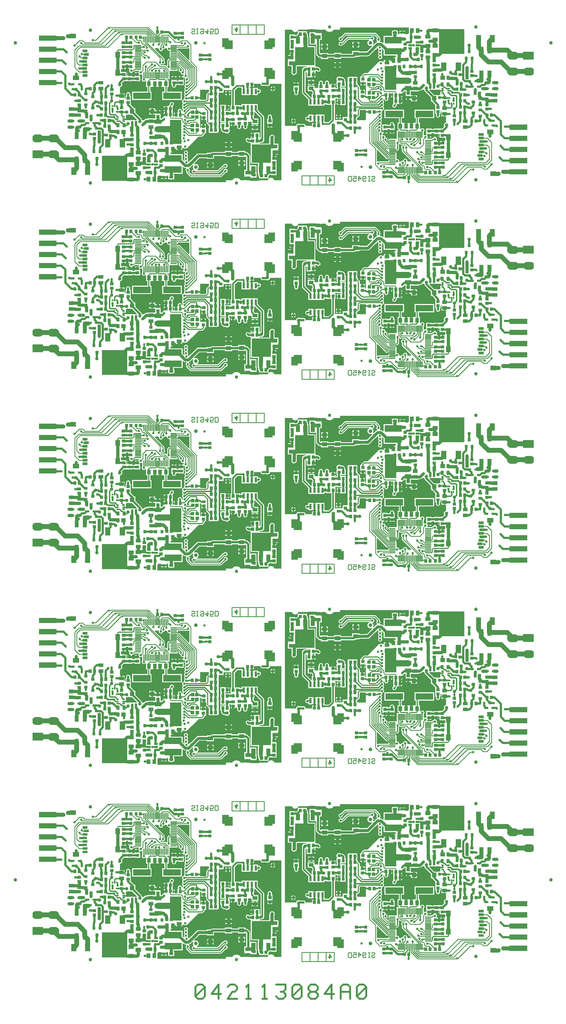
<source format=gbr>
*
%FSLAX36Y36*%
%MOIN*%
%ADD10C,0.026200*%
%ADD11C,0.096200*%
%ADD12C,0.030200*%
%ADD13R,0.096200X0.096200*%
%ADD14R,0.048200X0.048200*%
%ADD15R,0.035200X0.035200*%
%ADD16R,0.033200X0.033200*%
%ADD17R,0.036200X0.036200*%
%ADD18R,0.042700X0.042700*%
%ADD19R,0.044200X0.044200*%
%ADD20R,0.025200X0.025200*%
%ADD21R,0.051200X0.051200*%
%ADD22R,0.081200X0.081200*%
%ADD23C,0.043570*%
%ADD24C,0.041200*%
%ADD25C,0.021200*%
%ADD26R,0.062200X0.062200*%
%ADD27R,0.064190X0.064190*%
%ADD28R,0.056320X0.056320*%
%ADD29R,0.032700X0.032700*%
%ADD30R,0.079940X0.079940*%
%ADD31R,0.048440X0.048440*%
%ADD32R,0.078200X0.078200*%
%ADD33R,0.064200X0.064200*%
%ADD34R,0.245200X0.245200*%
%ADD35R,0.050410X0.050410*%
%ADD36R,0.036630X0.036630*%
%ADD37R,0.016950X0.016950*%
%ADD38R,0.024820X0.024820*%
%ADD39R,0.017200X0.017200*%
%ADD40R,0.014200X0.014200*%
%ADD41R,0.054350X0.054350*%
%ADD42C,0.023200*%
%ADD43R,0.307450X0.307450*%
%ADD44R,0.226200X0.226200*%
%ADD45R,0.138700X0.138700*%
%ADD46C,0.016200*%
%ADD47C,0.019200*%
%ADD48C,0.011200*%
%ADD49C,0.013200*%
%ADD50C,0.051200*%
%ADD51C,0.036200*%
%ADD52C,0.061200*%
%ADD53C,0.031200*%
%ADD54C,0.013700*%
%ADD55C,0.076200*%
%ADD56C,0.046181*%
%ADD57C,0.043370*%
%ADD58C,0.024000*%
%ADD59C,0.016000*%
%ADD60C,0.081202*%
%ADD61C,0.108761*%
%ADD62C,0.057480*%
%ADD63C,0.123110*%
%ADD64C,0.033600*%
%ADD65C,0.028027*%
%ADD66C,0.040570*%
%IPPOS*%
%LN042113084a0.ss*%
%LPD*%
G75*
G36*
X2524100Y1159611D02*
Y1340979D01*
X2524282Y1341240D01*
X2557774Y1374733D01*
X2603447D01*
X2608594Y1372112D01*
X2608680Y1371708D01*
Y1281799D01*
X2709483D01*
X2713686Y1285468D01*
X2727260Y1285529D01*
Y1367315D01*
X2740460D01*
Y1285529D01*
X2754035Y1285468D01*
X2758238Y1281799D01*
X2809040D01*
Y1301607D01*
X2809112Y1301926D01*
X2812484Y1304845D01*
X2815470Y1306282D01*
X2815674Y1306235D01*
G03X2847296Y1331444I5763J25209D01*
G01X3099460D01*
Y993466D01*
X2992040D01*
X2983050Y993528D01*
Y1007604D01*
G03X2971841Y1038870I-24207J8964D01*
G01X2965641Y1041438D01*
X2958820Y1042360D01*
G03X2933800Y1009742I67J-25956D01*
G01X2934670Y1007616D01*
Y993528D01*
X2925680Y993466D01*
X2886749D01*
X2886749Y1010114D01*
X2885085Y1018461D01*
X2880363Y1025528D01*
X2809120Y1096761D01*
X2809040Y1097055D01*
Y1171088D01*
X2608680D01*
Y1160170D01*
X2608572Y1159863D01*
X2602474Y1154510D01*
X2601688D01*
X2598860Y1154885D01*
X2592359Y1154036D01*
X2592111Y1154148D01*
X2585998Y1158241D01*
X2585940Y1158609D01*
Y1159549D01*
X2524100Y1159611D01*
G37*
G36*
X2709351Y1373074D02*
X2709793Y1376434D01*
X2709511Y1378548D01*
X2709617Y1378856D01*
X2713333Y1383081D01*
X2717806Y1386986D01*
X2728660Y1387046D01*
Y1417001D01*
X2741860D01*
Y1387018D01*
X2762160D01*
Y1390205D01*
X3000460D01*
Y1390127D01*
X2987260D01*
G03X2965215Y1369100I6431J-28812D01*
G01X2965081Y1368077D01*
X2809040D01*
Y1371045D01*
X2758242D01*
X2754039Y1367376D01*
X2740460Y1367315D01*
X2727260D01*
Y1367315D01*
X2714027Y1367376D01*
X2709394Y1372756D01*
X2709351Y1373074D01*
G37*
G36*
X2762160Y1390205D02*
Y1422008D01*
X2842920D01*
G03X2875663Y1396411I25962J-530D01*
G01X2877551Y1397189D01*
X2912719D01*
X2920123Y1394125D01*
X2928860Y1392956D01*
X2937597Y1394125D01*
X2945563Y1397424D01*
X2952498Y1402740D01*
X2957851Y1409706D01*
X2961187Y1417770D01*
X2961742Y1422008D01*
X3099460D01*
Y1368077D01*
X3022581D01*
G03X3001351Y1390089I-28779J-6512D01*
G01X3000460Y1390205D01*
X2762160D01*
G37*
G36*
X2809040Y1360088D02*
Y1368077D01*
X2987260D01*
Y1390127D01*
X3000460D01*
Y1368077D01*
X3099460D01*
Y1354809D01*
X3000460D01*
Y1343724D01*
X2987260D01*
Y1354809D01*
X2832517D01*
G03X2820932Y1357298I-11080J-23365D01*
G01X2815484Y1356579D01*
X2815262Y1356658D01*
X2810882Y1358743D01*
X2809305Y1359802D01*
X2809040Y1360088D01*
G37*
G36*
X2830940Y682874D02*
Y692220D01*
X2844073Y692285D01*
X2849673Y693405D01*
X2850469D01*
X2853861Y692957D01*
X2862409Y694080D01*
X2862593Y694124D01*
X2870587Y697434D01*
X2877512Y702750D01*
X2882846Y709683D01*
X2886189Y717781D01*
X2887322Y726395D01*
X2886213Y734885D01*
X2886217Y735045D01*
X2886747Y737713D01*
X2886748Y893259D01*
X2929460D01*
Y883098D01*
X2952260D01*
Y893259D01*
X2965460D01*
Y883098D01*
X2988260D01*
Y893259D01*
X3099460D01*
Y556669D01*
X3059260D01*
Y568821D01*
X3027960D01*
Y556669D01*
X3014760D01*
Y575956D01*
X3020760Y576018D01*
Y581995D01*
X3059260Y582057D01*
Y606992D01*
X3061050Y612712D01*
X3063040Y612770D01*
Y682066D01*
X3015350Y682128D01*
Y747778D01*
X3015378Y747956D01*
X3017578Y753299D01*
X3018644Y761416D01*
X3017575Y769564D01*
X3014432Y777163D01*
X3009418Y783693D01*
X3002880Y788697D01*
X2995351Y791810D01*
X2987288Y792878D01*
X2978978Y791809D01*
X2971461Y788698D01*
X2964890Y783669D01*
X2961646Y780427D01*
X2956608Y773866D01*
X2953454Y766263D01*
X2952371Y758080D01*
X2952370Y684703D01*
X2951680Y684503D01*
X2949407Y684196D01*
X2946213Y682874D01*
X2830940D01*
G37*
G36*
X2832517Y1354809D02*
X2965135D01*
G03X2987260Y1332694I28714J6602D01*
G01X3000460D01*
Y1332638D01*
X3001573Y1332791D01*
X3008707Y1335749D01*
X3014851Y1340472D01*
X3019546Y1346593D01*
X3022507Y1353761D01*
X3022645Y1354809D01*
X3099460D01*
Y1331444D01*
X2847296D01*
G03X2832517Y1354809I-25859J0D01*
G37*
G36*
X2886748Y893259D02*
G01X2886749Y993466D01*
X2925680D01*
Y932136D01*
X2929460Y932074D01*
Y916626D01*
X2988260D01*
Y932074D01*
X2992040Y932136D01*
Y993466D01*
X3099460D01*
Y893259D01*
X2988260D01*
Y903421D01*
X2965460D01*
Y893259D01*
X2952260D01*
Y903421D01*
X2929460D01*
Y893259D01*
X2886748D01*
G37*
G36*
X2939940Y254089D02*
Y281820D01*
X2940122Y282081D01*
X2956332Y298280D01*
X2975680D01*
Y291842D01*
X3042040D01*
Y405947D01*
X3037820Y406009D01*
Y416771D01*
X3042040Y416833D01*
Y478168D01*
X3038260Y478230D01*
Y493711D01*
X3008260Y493773D01*
Y499687D01*
X3002260Y499749D01*
Y517076D01*
X3015460D01*
Y506946D01*
X3038260D01*
Y517076D01*
X3099460D01*
Y229590D01*
X3013262Y229588D01*
X3009731Y238096D01*
X3002911Y246990D01*
X2993940Y253861D01*
X2983519Y258155D01*
X2972504Y259597D01*
X2961370Y258155D01*
X2950940Y253861D01*
X2946212Y250235D01*
X2940003Y253692D01*
X2939940Y254089D01*
G37*
G36*
X2987260Y1332694D02*
Y1343724D01*
X3000460D01*
Y1332694D01*
X2987260D01*
G37*
G36*
X2992260Y527241D02*
Y544485D01*
X3014760Y544547D01*
Y556669D01*
X3027960D01*
Y544518D01*
X3059260D01*
Y556669D01*
X3099460D01*
Y517076D01*
X3038260D01*
Y527206D01*
X3015460D01*
Y517076D01*
X3002260D01*
Y527179D01*
X2992260Y527241D01*
G37*
G36*
X3015760Y557669D02*
X3026960D01*
G02X3026960Y555669I0J-1000D01*
G01X3015760D01*
G02X3015760Y557669I0J1000D01*
G37*
G36*
X3060260D02*
G01X3098460D01*
G02X3098460Y555669I0J-1000D01*
G01X3060260D01*
G02X3060260Y557669I0J1000D01*
G37*
G36*
X3003260Y518076D02*
G01X3014460D01*
G02X3014460Y516076I0J-1000D01*
G01X3003260D01*
G02X3003260Y518076I0J1000D01*
G37*
G36*
X3039260D02*
G01X3098460D01*
G02X3098460Y516076I0J-1000D01*
G01X3039260D01*
G02X3039260Y518076I0J1000D01*
G37*
G36*
X2988260Y1344724D02*
G01X2999460D01*
G02X2999460Y1342724I0J-1000D01*
G01X2988260D01*
G02X2988260Y1344724I0J1000D01*
G37*
G36*
X3023645Y1355809D02*
G01X3098460D01*
G02X3098460Y1353809I0J-1000D01*
G01X3023645D01*
G02X3023645Y1355809I0J1000D01*
G37*
G36*
X3023581Y1369077D02*
G01X3098460D01*
G02X3098460Y1367077I0J-1000D01*
G01X3023581D01*
G02X3023581Y1369077I0J1000D01*
G37*
G36*
X2763160Y1391205D02*
G01X2983849D01*
G02X2983849Y1389205I0J-1000D01*
G01X2763160D01*
G02X2763160Y1391205I0J1000D01*
G37*
G36*
X2988257D02*
G01X2999460D01*
G02X2999460Y1389205I0J-1000D01*
G01X2988257D01*
G02X2988257Y1391205I0J1000D01*
G37*
G36*
X2993040Y994466D02*
G01X3098460D01*
G02X3098460Y992466I0J-1000D01*
G01X2993040D01*
G02X2993040Y994466I0J1000D01*
G37*
G36*
X2887749D02*
G01X2924680D01*
G02X2924680Y992466I0J-1000D01*
G01X2887749D01*
G02X2887749Y994466I0J1000D01*
G37*
G36*
X2953260Y894259D02*
G01X2964460D01*
G02X2964460Y892259I0J-1000D01*
G01X2953260D01*
G02X2953260Y894259I0J1000D01*
G37*
G36*
X2989260D02*
G01X3098460D01*
G02X3098460Y892259I0J-1000D01*
G01X2989260D01*
G02X2989260Y894259I0J1000D01*
G37*
G36*
X2988260Y1391127D02*
G01X2999460D01*
G02X2999460Y1389127I0J-1000D01*
G01X2988260D01*
G02X2988260Y1391127I0J1000D01*
G37*
G36*
X2810040Y1369077D02*
G01X2964081D01*
G02X2964081Y1367077I0J-1000D01*
G01X2810040D01*
G02X2810040Y1369077I0J1000D01*
G37*
G36*
X2834684Y1355809D02*
G01X2964135D01*
G02X2964135Y1353809I0J-1000D01*
G01X2834684D01*
G02X2834684Y1355809I0J1000D01*
G37*
G36*
X2988260Y1333694D02*
G01X2999460D01*
G02X2999460Y1331694I0J-1000D01*
G01X2988260D01*
G02X2988260Y1333694I0J1000D01*
G37*
G36*
X2887748Y894259D02*
G01X2928460D01*
G02X2928460Y892259I0J-1000D01*
G01X2887748D01*
G02X2887748Y894259I0J1000D01*
G37*
G36*
X2728260Y1368315D02*
G01X2739460D01*
G02X2739460Y1366315I0J-1000D01*
G01X2728260D01*
G02X2728260Y1368315I0J1000D01*
G37*
G36*
X2848296Y1332444D02*
G01X3098460D01*
G02X3098460Y1330444I0J-1000D01*
G01X2848296D01*
G02X2848296Y1332444I0J1000D01*
G37*
G36*
X2890540Y1852727D02*
G01Y1960203D01*
X2939760Y1960265D01*
Y1983873D01*
X3019700D01*
Y1876397D01*
X2990170Y1876335D01*
Y1852727D01*
X2890540D01*
G37*
G36*
X2939760Y1482671D02*
Y1510197D01*
X2890540Y1510260D01*
Y1617736D01*
X2990170D01*
Y1590209D01*
X3019700Y1590147D01*
Y1482671D01*
X2939760D01*
G37*
G36*
X1727010Y551622D02*
Y573472D01*
X1749260Y573534D01*
Y589171D01*
X1762460D01*
Y573505D01*
X1786760D01*
Y589171D01*
X1899958D01*
G03X1900690Y552906I18902J-17759D01*
G01Y550155D01*
X1900625Y549901D01*
X1896384Y544361D01*
G03X1900655Y512936I22511J-12944D01*
G01X1900690Y512633D01*
Y510202D01*
X1900658Y509897D01*
G03X1900433Y473235I18075J-18442D01*
G01X1900457Y472898D01*
X1900282Y471352D01*
X1899976Y470413D01*
X1892631Y468698D01*
X1892337Y468905D01*
X1876451Y484791D01*
X1876370Y485084D01*
Y551560D01*
X1727010Y551622D01*
G37*
G36*
X1749260Y589171D02*
Y611972D01*
X1755260Y612035D01*
Y618011D01*
X1788783Y618074D01*
X1792923Y621039D01*
X1795663Y619904D01*
X1795960Y619568D01*
Y607033D01*
X1827260D01*
Y638509D01*
X1840460D01*
Y607033D01*
X1871760D01*
Y619718D01*
X1871826Y620015D01*
X1876231Y624419D01*
X1895263D01*
G03X1922458Y624418I13598J22146D01*
G01X1931514Y624480D01*
X1956074Y648732D01*
X2405460D01*
Y635585D01*
X2439760D01*
Y648732D01*
X2452960D01*
Y635585D01*
X2487260D01*
Y648732D01*
X2722420D01*
X2722422Y446470D01*
X2723296Y442042D01*
X2725773Y438342D01*
X2729499Y435853D01*
X2733787Y435006D01*
X2810330Y434943D01*
Y415659D01*
X2808180Y415597D01*
Y309285D01*
X2814870Y309223D01*
X2814872Y295543D01*
X2815953Y287386D01*
X2819094Y279782D01*
X2824099Y273256D01*
X2825586Y271763D01*
X2825780Y271508D01*
Y252248D01*
X2938016Y252186D01*
X2938659Y251471D01*
X2940942Y245643D01*
X2935149Y238096D01*
X2931618Y229588D01*
X2792210D01*
Y236183D01*
X2762210Y236245D01*
Y249386D01*
X2792210Y249448D01*
Y264929D01*
X2795990Y264991D01*
Y326263D01*
X2792020Y326326D01*
Y415581D01*
X2714460Y415643D01*
X2714300Y530080D01*
X2712445Y539422D01*
X2707187Y547299D01*
X2683060Y571412D01*
X2675199Y576663D01*
X2666019Y578495D01*
X2653540Y578560D01*
Y592708D01*
X2564180D01*
Y578525D01*
X2491040D01*
Y591029D01*
X2401680D01*
Y578557D01*
X2244620Y578494D01*
X2235431Y576663D01*
X2227569Y571412D01*
X2223871Y567733D01*
X2176680Y567671D01*
Y560020D01*
X2072143Y559957D01*
X2064721Y558977D01*
X2057696Y556073D01*
X2051688Y551459D01*
X1981563Y481334D01*
X1981362Y481209D01*
X1973423Y477923D01*
X1966445Y472578D01*
X1961122Y465642D01*
X1957812Y457643D01*
X1957709Y457480D01*
X1956121Y455892D01*
X1955868Y455733D01*
X1955584D01*
X1949042Y457805D01*
X1946294Y464433D01*
G03X1937881Y473044I-21110J-12211D01*
G01X1937584Y473588D01*
X1941329Y478470D01*
G03X1941334Y504363I-22470J12951D01*
G01X1937037Y509967D01*
X1937030Y512632D01*
X1937066Y512937D01*
G03X1937106Y549861I-18163J18482D01*
G01X1937030Y550155D01*
Y552906D01*
G03X1899958Y589171I-18170J18507D01*
G01X1786760D01*
Y604838D01*
X1762460D01*
Y589171D01*
X1749260D01*
G37*
G36*
X1956074Y648732D02*
X1996074Y688232D01*
X2405460D01*
Y675085D01*
X2439760D01*
Y688232D01*
X2452960D01*
Y675085D01*
X2487260D01*
Y688232D01*
X2716780D01*
Y683256D01*
X2720443Y683197D01*
X2723858Y676800D01*
X2723716Y676417D01*
X2723295Y675795D01*
X2722420Y671348D01*
X2722420Y648732D01*
X2487260D01*
Y661880D01*
X2452960D01*
Y648732D01*
X2439760D01*
Y661880D01*
X2405460D01*
Y648732D01*
X1956074D01*
G37*
G36*
X1996074Y688232D02*
X2077272Y768414D01*
X2720560D01*
Y757009D01*
X2740860D01*
Y768414D01*
X2754060D01*
Y757036D01*
X2763820Y756975D01*
X2764036Y756112D01*
X2763934Y755782D01*
X2759056Y749620D01*
X2716780Y749558D01*
Y740662D01*
X2705325D01*
G03X2661410Y739403I-21560J-14492D01*
G03X2672997Y703071I22178J-12940D01*
G01X2676702Y699366D01*
X2684584Y694099D01*
X2684674Y694071D01*
X2693645Y692285D01*
X2716780Y692221D01*
Y688232D01*
X2487260D01*
Y701380D01*
X2452960D01*
Y688232D01*
X2439760D01*
Y701380D01*
X2405460D01*
Y688232D01*
X1996074D01*
G37*
G36*
X2077272Y768414D02*
X2077722Y768858D01*
X2115358Y768921D01*
X2121841Y770216D01*
X2127595Y774074D01*
X2146235Y792715D01*
X2150075Y798454D01*
X2151262Y804431D01*
X2720560D01*
Y793025D01*
X2740860D01*
Y804431D01*
X2754060D01*
Y768414D01*
X2740860D01*
Y779820D01*
X2720560D01*
Y768414D01*
X2077272D01*
G37*
G36*
X2095760Y880753D02*
Y910801D01*
X2104460D01*
Y900640D01*
X2127260D01*
Y910801D01*
X2140460D01*
Y900640D01*
X2163260D01*
Y910801D01*
X2197519D01*
X2200202Y909010D01*
X2200380Y908684D01*
Y890775D01*
X2208270Y890713D01*
Y882121D01*
X2201780Y882059D01*
Y815730D01*
X2315940D01*
Y821977D01*
X2323260Y822039D01*
Y1292023D01*
X2407770D01*
Y1282639D01*
X2430570D01*
Y1292023D01*
X2443770D01*
Y1282639D01*
X2466570D01*
Y1292023D01*
X2480820D01*
Y1159615D01*
X2471780Y1159553D01*
Y1148174D01*
X2455910D01*
Y1159580D01*
X2435610D01*
Y1148174D01*
X2422410D01*
Y1159551D01*
X2406890Y1159613D01*
Y1163374D01*
X2345530D01*
Y1097045D01*
X2352020Y1096983D01*
Y1088392D01*
X2345530Y1088330D01*
Y1022026D01*
X2352020Y1021964D01*
Y1013373D01*
X2345530Y1013311D01*
Y947013D01*
X2404820Y946950D01*
Y938411D01*
X2345530Y938349D01*
Y871990D01*
X2353420Y871927D01*
Y864065D01*
X2353389Y863887D01*
X2352559Y861871D01*
G03X2366734Y831834I24921J-6602D01*
G01X2373001Y825580D01*
X2380882Y820330D01*
X2390080Y818498D01*
X2404692Y818435D01*
X2410869Y813695D01*
X2419027Y810334D01*
X2427610Y809210D01*
X2436194Y810334D01*
X2444361Y813695D01*
X2451274Y819010D01*
X2456596Y825943D01*
X2459935Y834006D01*
X2461073Y842656D01*
X2459936Y851332D01*
X2456600Y859397D01*
X2452016Y865369D01*
X2454133Y871927D01*
X2459690Y871988D01*
Y912014D01*
X2473210D01*
Y901884D01*
X2496010D01*
Y912014D01*
X2509210D01*
Y901884D01*
X2532010D01*
Y912023D01*
X2545680D01*
Y904337D01*
X2554670Y904274D01*
Y895225D01*
X2553800Y893098D01*
G03X2603920Y893098I25060J-6676D01*
G01X2603050Y895225D01*
Y904274D01*
X2612040Y904337D01*
Y912023D01*
X2620680D01*
Y904337D01*
X2629670Y904274D01*
Y895225D01*
X2628800Y893099D01*
G03X2653907Y860486I25107J-6642D01*
G03X2669225Y865516I-25J25917D01*
G01X2735960D01*
Y853737D01*
X2767260D01*
Y865516D01*
X2780460D01*
Y853737D01*
X2811760D01*
Y865516D01*
X2843467D01*
X2843470Y758030D01*
X2837452Y755537D01*
X2834789Y756522D01*
X2831021Y758930D01*
X2830940Y759299D01*
Y819631D01*
X2769580D01*
Y815870D01*
X2754060Y815808D01*
Y804431D01*
X2740860D01*
Y815836D01*
X2720560D01*
Y804431D01*
X2151262D01*
X2151415Y805205D01*
X2151421Y810534D01*
X2167040Y810596D01*
Y871924D01*
X2163260Y871986D01*
Y887496D01*
X2104460D01*
Y876940D01*
X2104066Y876646D01*
X2102424Y876042D01*
X2102040Y875957D01*
X2101742Y876103D01*
X2095801Y880394D01*
X2095760Y880753D01*
G37*
G36*
Y910801D02*
Y985633D01*
X2110710D01*
Y975472D01*
X2133510D01*
Y985633D01*
X2146710D01*
Y975501D01*
X2170654Y975439D01*
X2171300Y969211D01*
Y943984D01*
X2172653Y937193D01*
X2176465Y931493D01*
X2196402Y911547D01*
X2197519Y910801D01*
X2163260D01*
Y920962D01*
X2140460D01*
Y910801D01*
X2127260D01*
Y920962D01*
X2104460D01*
Y910801D01*
X2095760D01*
G37*
G36*
Y985633D02*
Y1030298D01*
X2100631Y1034349D01*
X2101254D01*
X2106254Y1033463D01*
X2106930Y1033265D01*
Y1024510D01*
X2110710Y1024448D01*
Y1009030D01*
X2140710Y1008968D01*
Y1002991D01*
X2146710Y1002929D01*
Y985633D01*
X2133510D01*
Y995795D01*
X2110710D01*
Y985633D01*
X2095760D01*
G37*
G36*
X2323260Y1292023D02*
Y1311968D01*
X2383269Y1312030D01*
X2383327Y1316115D01*
X2383730Y1316176D01*
Y1324027D01*
X2407770D01*
Y1314612D01*
X2430570D01*
Y1324027D01*
X2443770D01*
Y1314612D01*
X2466570D01*
Y1324027D01*
X2480820D01*
Y1292023D01*
X2466570D01*
Y1301406D01*
X2443770D01*
Y1292023D01*
X2430570D01*
Y1301406D01*
X2407770D01*
Y1292023D01*
X2323260D01*
G37*
G36*
X2383730Y1324027D02*
Y1347021D01*
X2480820D01*
Y1324027D01*
X2466570D01*
Y1333442D01*
X2443770D01*
Y1324027D01*
X2430570D01*
Y1333442D01*
X2407770D01*
Y1324027D01*
X2383730D01*
G37*
G36*
X2400400Y1088387D02*
Y1096983D01*
X2406890Y1097045D01*
Y1100719D01*
X2422410Y1100781D01*
Y1112158D01*
X2435610D01*
Y1100752D01*
X2455910D01*
Y1112158D01*
X2471780D01*
Y1079336D01*
X2459690D01*
Y1088325D01*
X2400400Y1088387D01*
G37*
G36*
X2422410Y1112158D02*
Y1148174D01*
X2435610D01*
Y1136769D01*
X2455910D01*
Y1148174D01*
X2471780D01*
Y1112158D01*
X2455910D01*
Y1123563D01*
X2435610D01*
Y1112158D01*
X2422410D01*
G37*
G36*
X2453200Y938417D02*
Y946945D01*
X2459690Y947007D01*
Y956002D01*
X2469430D01*
Y950922D01*
X2473210Y950860D01*
Y935380D01*
X2503210Y935317D01*
Y929403D01*
X2509210Y929341D01*
Y912014D01*
X2496010D01*
Y922144D01*
X2473210D01*
Y912014D01*
X2459690D01*
Y938354D01*
X2453200Y938417D01*
G37*
G36*
X2669225Y865516D02*
G03X2678920Y893098I-15343J20888D01*
G01X2678050Y895225D01*
Y902279D01*
X2735960D01*
Y890500D01*
X2767260D01*
Y902279D01*
X2780460D01*
Y890500D01*
X2811760D01*
Y902279D01*
X2843466D01*
X2843467Y865516D01*
X2811760D01*
Y877295D01*
X2780460D01*
Y865516D01*
X2767260D01*
Y877295D01*
X2735960D01*
Y865516D01*
X2669225D01*
G37*
G36*
X2678050Y902279D02*
Y904274D01*
X2687040Y904337D01*
Y952021D01*
X2732180D01*
Y922971D01*
X2815540D01*
Y990788D01*
X2770502Y990850D01*
X2756953Y1004408D01*
X2756900Y1004709D01*
Y1023210D01*
X2765940Y1023272D01*
Y1068968D01*
X2766046Y1069395D01*
X2772581Y1072097D01*
X2843463Y1001215D01*
X2843466Y902279D01*
X2811760D01*
Y914058D01*
X2780460D01*
Y902279D01*
X2767260D01*
Y914058D01*
X2735960D01*
Y902279D01*
X2678050D01*
G37*
G36*
X2768260Y903279D02*
X2779460D01*
G02X2779460Y901279I0J-1000D01*
G01X2768260D01*
G02X2768260Y903279I0J1000D01*
G37*
G36*
X2812760D02*
G01X2842466D01*
G02X2842466Y901279I0J-1000D01*
G01X2812760D01*
G02X2812760Y903279I0J1000D01*
G37*
G36*
X2768260Y866516D02*
G01X2779460D01*
G02X2779460Y864516I0J-1000D01*
G01X2768260D01*
G02X2768260Y866516I0J1000D01*
G37*
G36*
X2812760D02*
G01X2842467D01*
G02X2842467Y864516I0J-1000D01*
G01X2812760D01*
G02X2812760Y866516I0J1000D01*
G37*
G36*
X2679050Y903279D02*
G01X2734960D01*
G02X2734960Y901279I0J-1000D01*
G01X2679050D01*
G02X2679050Y903279I0J1000D01*
G37*
G36*
X2670860Y866516D02*
G01X2734960D01*
G02X2734960Y864516I0J-1000D01*
G01X2670860D01*
G02X2670860Y866516I0J1000D01*
G37*
G36*
X2152281Y805431D02*
G01X2719560D01*
G02X2719560Y803431I0J-1000D01*
G01X2152281D01*
G02X2152281Y805431I0J1000D01*
G37*
G36*
X2741860D02*
G01X2753060D01*
G02X2753060Y803431I0J-1000D01*
G01X2741860D01*
G02X2741860Y805431I0J1000D01*
G37*
G36*
X2117928Y769414D02*
G01X2719560D01*
G02X2719560Y767414I0J-1000D01*
G01X2117928D01*
G02X2117928Y769414I0J1000D01*
G37*
G36*
X2741860D02*
G01X2753060D01*
G02X2753060Y767414I0J-1000D01*
G01X2741860D01*
G02X2741860Y769414I0J1000D01*
G37*
G36*
X2460690Y913014D02*
G01X2472210D01*
G02X2472210Y911014I0J-1000D01*
G01X2460690D01*
G02X2460690Y913014I0J1000D01*
G37*
G36*
X2497010D02*
G01X2508210D01*
G02X2508210Y911014I0J-1000D01*
G01X2497010D01*
G02X2497010Y913014I0J1000D01*
G37*
G36*
X2440760Y689232D02*
G01X2451960D01*
G02X2451960Y687232I0J-1000D01*
G01X2440760D01*
G02X2440760Y689232I0J1000D01*
G37*
G36*
X2488260D02*
G01X2715780D01*
G02X2715780Y687232I0J-1000D01*
G01X2488260D01*
G02X2488260Y689232I0J1000D01*
G37*
G36*
X2440760Y649732D02*
G01X2451960D01*
G02X2451960Y647732I0J-1000D01*
G01X2440760D01*
G02X2440760Y649732I0J1000D01*
G37*
G36*
X2488260D02*
G01X2721420D01*
G02X2721420Y647732I0J-1000D01*
G01X2488260D01*
G02X2488260Y649732I0J1000D01*
G37*
G36*
X2431570Y1325027D02*
G01X2442770D01*
G02X2442770Y1323027I0J-1000D01*
G01X2431570D01*
G02X2431570Y1325027I0J1000D01*
G37*
G36*
X2467570D02*
G01X2479820D01*
G02X2479820Y1323027I0J-1000D01*
G01X2467570D01*
G02X2467570Y1325027I0J1000D01*
G37*
G36*
X2431570Y1293023D02*
G01X2442770D01*
G02X2442770Y1291023I0J-1000D01*
G01X2431570D01*
G02X2431570Y1293023I0J1000D01*
G37*
G36*
X2467570D02*
G01X2479820D01*
G02X2479820Y1291023I0J-1000D01*
G01X2467570D01*
G02X2467570Y1293023I0J1000D01*
G37*
G36*
X2423410Y1149174D02*
G01X2434610D01*
G02X2434610Y1147174I0J-1000D01*
G01X2423410D01*
G02X2423410Y1149174I0J1000D01*
G37*
G36*
X2456910D02*
G01X2470780D01*
G02X2470780Y1147174I0J-1000D01*
G01X2456910D01*
G02X2456910Y1149174I0J1000D01*
G37*
G36*
X2423410Y1113158D02*
G01X2434610D01*
G02X2434610Y1111158I0J-1000D01*
G01X2423410D01*
G02X2423410Y1113158I0J1000D01*
G37*
G36*
X2456910D02*
G01X2470780D01*
G02X2470780Y1111158I0J-1000D01*
G01X2456910D01*
G02X2456910Y1113158I0J1000D01*
G37*
G36*
X1997498Y689232D02*
G01X2404460D01*
G02X2404460Y687232I0J-1000D01*
G01X1997498D01*
G02X1997498Y689232I0J1000D01*
G37*
G36*
X1957497Y649732D02*
G01X2404460D01*
G02X2404460Y647732I0J-1000D01*
G01X1957497D01*
G02X1957497Y649732I0J1000D01*
G37*
G36*
X2384730Y1325027D02*
G01X2406770D01*
G02X2406770Y1323027I0J-1000D01*
G01X2384730D01*
G02X2384730Y1325027I0J1000D01*
G37*
G36*
X2324260Y1293023D02*
G01X2406770D01*
G02X2406770Y1291023I0J-1000D01*
G01X2324260D01*
G02X2324260Y1293023I0J1000D01*
G37*
G36*
X2128260Y911801D02*
G01X2139460D01*
G02X2139460Y909801I0J-1000D01*
G01X2128260D01*
G02X2128260Y911801I0J1000D01*
G37*
G36*
X2164260D02*
G01X2195736D01*
G02X2195736Y909801I0J-1000D01*
G01X2164260D01*
G02X2164260Y911801I0J1000D01*
G37*
G36*
X2096760Y986633D02*
G01X2109710D01*
G02X2109710Y984633I0J-1000D01*
G01X2096760D01*
G02X2096760Y986633I0J1000D01*
G37*
G36*
X2134510D02*
G01X2145710D01*
G02X2145710Y984633I0J-1000D01*
G01X2134510D01*
G02X2134510Y986633I0J1000D01*
G37*
G36*
X2096760Y911801D02*
G01X2103460D01*
G02X2103460Y909801I0J-1000D01*
G01X2096760D01*
G02X2096760Y911801I0J1000D01*
G37*
G36*
X1750260Y590171D02*
G01X1761460D01*
G02X1761460Y588171I0J-1000D01*
G01X1750260D01*
G02X1750260Y590171I0J1000D01*
G37*
G36*
X1787760D02*
G01X1898607D01*
G02X1898607Y588171I0J-1000D01*
G01X1787760D01*
G02X1787760Y590171I0J1000D01*
G37*
G36*
X1564510Y204551D02*
G01Y253670D01*
X1609450D01*
Y246246D01*
X1637250D01*
Y253670D01*
X1650450D01*
Y246246D01*
X1678250D01*
Y253670D01*
X1698190D01*
Y242543D01*
X1717924Y242482D01*
X1720617Y240416D01*
X1728132Y237304D01*
X1736370Y236196D01*
X1744608Y237304D01*
X1752123Y240416D01*
X1754816Y242482D01*
X1774550Y242543D01*
Y292794D01*
X1767860Y292856D01*
Y308668D01*
X1876370Y308730D01*
Y394187D01*
X1882513Y396736D01*
X1882844Y396475D01*
X1888325Y391004D01*
X1894409Y386324D01*
G03X1908507Y382505I14308J24890D01*
G01X1922417Y382441D01*
X1924674Y375782D01*
G03X1921773Y336824I15396J-20733D01*
G01X1923382Y335600D01*
X1923570Y335299D01*
Y327908D01*
X1924835Y321504D01*
X1928450Y316102D01*
X1969796Y274757D01*
X1975173Y271159D01*
X1975230Y271138D01*
X1981404Y269915D01*
X2348976D01*
X2355150Y271138D01*
X2355207Y271159D01*
X2360584Y274757D01*
X2406619Y320783D01*
X2408913Y320487D01*
G03X2433920Y353098I-28J25915D01*
G01X2431295Y359431D01*
G03X2402063Y371436I-22436J-13041D01*
G03X2383210Y344168I6878J-24907D01*
G01X2342038Y302990D01*
X1988342D01*
X1960842Y330490D01*
X1958266Y336305D01*
X1958347Y336690D01*
X1962593Y342242D01*
G03X1965162Y361868I-22437J12918D01*
G01X1962564Y368142D01*
G03X1955245Y375949I-19928J-11349D01*
G01X1955169Y376345D01*
X1955604Y380343D01*
X1957019Y383014D01*
X1960196Y383483D01*
X1967093Y386348D01*
X1973155Y391004D01*
X1998715Y416564D01*
X2004645Y419031D01*
X2008626Y413842D01*
X2008889Y413399D01*
X2008016Y412269D01*
X2004313Y403333D01*
X2003038Y393724D01*
X2004302Y384114D01*
X2008014Y375143D01*
X2012974Y368660D01*
X2011553Y363415D01*
X2010357Y361778D01*
X2009852Y361658D01*
X2008447Y361472D01*
G03X2028097Y313980I6654J-25058D01*
G01X2033427Y318076D01*
X2034815Y319865D01*
X2318279Y319927D01*
X2324437Y321153D01*
X2329841Y324770D01*
X2391791Y386704D01*
X2392246D01*
X2392477Y386577D01*
X2395898Y383960D01*
G03X2429489Y422058I12944J22445D01*
G01X2567960D01*
Y408911D01*
X2602260D01*
Y422058D01*
X2615460D01*
Y408911D01*
X2649760D01*
Y422058D01*
X2665920D01*
Y358602D01*
X2642180Y358540D01*
Y289243D01*
X2644178Y289186D01*
X2645955Y283527D01*
X2645960Y258530D01*
X2684460Y258468D01*
Y245327D01*
X2645960Y245265D01*
Y229588D01*
X2546526D01*
X2544880Y229799D01*
X2543234Y229588D01*
X2415710Y229526D01*
Y204551D01*
X1564510D01*
G37*
G36*
Y253670D02*
Y274166D01*
X1577300Y286959D01*
X1609450D01*
Y274300D01*
X1678250D01*
Y286990D01*
X1698190D01*
Y253670D01*
X1678250D01*
Y261095D01*
X1650450D01*
Y253670D01*
X1637250D01*
Y261095D01*
X1609450D01*
Y253670D01*
X1564510D01*
G37*
G36*
X2019058Y432094D02*
X2020902Y436552D01*
X2180460D01*
Y423405D01*
X2214760D01*
Y436552D01*
X2227960D01*
Y423405D01*
X2262260D01*
Y436552D01*
X2665920D01*
Y422058D01*
X2649760D01*
Y435206D01*
X2615460D01*
Y422058D01*
X2602260D01*
Y435206D01*
X2567960D01*
Y422058D01*
X2429489D01*
G03X2408550Y432314I-20647J-15653D01*
G01X2402128Y431458D01*
X2395922Y428888D01*
G03X2389178Y423001I10231J-18527D01*
G01X2387978Y422924D01*
X2381756Y421682D01*
X2376368Y418078D01*
X2355342Y397052D01*
X2262260D01*
Y410199D01*
X2227960D01*
Y397052D01*
X2214760D01*
Y410199D01*
X2180460D01*
Y397052D01*
X2076834D01*
X2076007Y403334D01*
X2072304Y412270D01*
X2066398Y419955D01*
X2058690Y425857D01*
X2049826Y429530D01*
X2040160Y430824D01*
X2030494Y429530D01*
X2023368Y426580D01*
X2019509Y431095D01*
X2019058Y432094D01*
G37*
G36*
X2020902Y436552D02*
X2022444Y440282D01*
X2043717Y461558D01*
X2567960D01*
Y448411D01*
X2602260D01*
Y461558D01*
X2615460D01*
Y448411D01*
X2649760D01*
Y461558D01*
X2665920D01*
Y436552D01*
X2262260D01*
Y449699D01*
X2227960D01*
Y436552D01*
X2214760D01*
Y449699D01*
X2180460D01*
Y436552D01*
X2020902D01*
G37*
G36*
X2043717Y461558D02*
X2084152Y502001D01*
X2176680D01*
Y494318D01*
X2266040D01*
Y530148D01*
X2401680D01*
Y517645D01*
X2491040D01*
Y530148D01*
X2564180D01*
Y519325D01*
X2653540D01*
Y523137D01*
X2660128Y525874D01*
X2660464Y525614D01*
X2665759Y520310D01*
X2665920Y520042D01*
Y461558D01*
X2649760D01*
Y474706D01*
X2615460D01*
Y461558D01*
X2602260D01*
Y474706D01*
X2567960D01*
Y461558D01*
X2043717D01*
G37*
G36*
X2054537Y359814D02*
X2058735Y361568D01*
X2066408Y367466D01*
X2072306Y375143D01*
X2076018Y384114D01*
X2077275Y393700D01*
X2076834Y397052D01*
X2180460D01*
Y383905D01*
X2214760D01*
Y397052D01*
X2227960D01*
Y383905D01*
X2262260D01*
Y397052D01*
X2355342D01*
X2311291Y353002D01*
X2055900D01*
X2054537Y359814D01*
G37*
G36*
X2603260Y462558D02*
X2614460D01*
G02X2614460Y460558I0J-1000D01*
G01X2603260D01*
G02X2603260Y462558I0J1000D01*
G37*
G36*
X2650760D02*
G01X2664920D01*
G02X2664920Y460558I0J-1000D01*
G01X2650760D01*
G02X2650760Y462558I0J1000D01*
G37*
G36*
X2603260Y423058D02*
G01X2614460D01*
G02X2614460Y421058I0J-1000D01*
G01X2603260D01*
G02X2603260Y423058I0J1000D01*
G37*
G36*
X2650760D02*
G01X2664920D01*
G02X2664920Y421058I0J-1000D01*
G01X2650760D01*
G02X2650760Y423058I0J1000D01*
G37*
G36*
X2045131Y462558D02*
G01X2566960D01*
G02X2566960Y460558I0J-1000D01*
G01X2045131D01*
G02X2045131Y462558I0J1000D01*
G37*
G36*
X2430730Y423058D02*
G01X2566960D01*
G02X2566960Y421058I0J-1000D01*
G01X2430730D01*
G02X2430730Y423058I0J1000D01*
G37*
G36*
X2215760Y437552D02*
G01X2226960D01*
G02X2226960Y435552I0J-1000D01*
G01X2215760D01*
G02X2215760Y437552I0J1000D01*
G37*
G36*
X2263260D02*
G01X2664920D01*
G02X2664920Y435552I0J-1000D01*
G01X2263260D01*
G02X2263260Y437552I0J1000D01*
G37*
G36*
X2215760Y398052D02*
G01X2226960D01*
G02X2226960Y396052I0J-1000D01*
G01X2215760D01*
G02X2215760Y398052I0J1000D01*
G37*
G36*
X2263260D02*
G01X2353928D01*
G02X2353928Y396052I0J-1000D01*
G01X2263260D01*
G02X2263260Y398052I0J1000D01*
G37*
G36*
X2021984Y437552D02*
G01X2179460D01*
G02X2179460Y435552I0J-1000D01*
G01X2021984D01*
G02X2021984Y437552I0J1000D01*
G37*
G36*
X2077842Y398052D02*
G01X2179460D01*
G02X2179460Y396052I0J-1000D01*
G01X2077842D01*
G02X2077842Y398052I0J1000D01*
G37*
G36*
X1638250Y254670D02*
G01X1649450D01*
G02X1649450Y252670I0J-1000D01*
G01X1638250D01*
G02X1638250Y254670I0J1000D01*
G37*
G36*
X1679250D02*
G01X1697190D01*
G02X1697190Y252670I0J-1000D01*
G01X1679250D01*
G02X1679250Y254670I0J1000D01*
G37*
G36*
X1565510D02*
G01X1608450D01*
G02X1608450Y252670I0J-1000D01*
G01X1565510D01*
G02X1565510Y254670I0J1000D01*
G37*
G36*
X2398420Y1852727D02*
G01Y1876335D01*
X2368890Y1876397D01*
Y1983873D01*
X2448830D01*
Y1960265D01*
X2498040Y1960203D01*
Y1852727D01*
X2398420D01*
G37*
G36*
X2368890Y1482671D02*
Y1590147D01*
X2398420Y1590209D01*
Y1617736D01*
X2498040D01*
Y1510260D01*
X2448830Y1510197D01*
Y1482671D01*
X2368890D01*
G37*
G36*
X2095760Y1224615D02*
Y1349509D01*
X2201780D01*
Y1340763D01*
X2208270Y1340701D01*
Y1332110D01*
X2201780Y1332048D01*
Y1316508D01*
X2201304Y1316213D01*
X2195935Y1315143D01*
X2195873Y1315121D01*
X2190135Y1311276D01*
X2177722Y1298856D01*
X2173895Y1293136D01*
X2172551Y1286365D01*
X2172545Y1231187D01*
X2165973Y1224615D01*
X2095760D01*
G37*
G36*
X1954881Y1713794D02*
X1839231Y1829441D01*
X1833802Y1833074D01*
X1827471Y1834346D01*
X1817510Y1834412D01*
Y1860303D01*
X1934426Y1860365D01*
X1938550Y1861188D01*
X1943859Y1860486D01*
X1950652Y1861407D01*
X1952050Y1861982D01*
X1961070D01*
Y1716778D01*
X1961009Y1716334D01*
X1954881Y1713794D01*
G37*
G36*
X1102010Y1303369D02*
Y1378312D01*
X1102315Y1378724D01*
G03X1128683Y1402741I-5772J32820D01*
G01X1129821Y1411394D01*
X1128687Y1420071D01*
X1125351Y1428136D01*
X1124106Y1429766D01*
X1124392Y1430241D01*
X1148444Y1454293D01*
X1254540Y1454355D01*
Y1460824D01*
X1262583D01*
X1264585Y1460000D01*
X1271361Y1459085D01*
X1276807Y1459801D01*
X1281195Y1457151D01*
X1283006Y1455253D01*
X1283180Y1454997D01*
Y1454324D01*
X1349540D01*
Y1515681D01*
X1345760Y1515743D01*
Y1532806D01*
X1345823Y1533173D01*
X1350524Y1536314D01*
X1350912Y1536373D01*
X1352377Y1536340D01*
X1358781Y1535506D01*
X1365605Y1536388D01*
X1371846Y1538978D01*
X1372475Y1539456D01*
X1378772Y1536345D01*
X1379040Y1536017D01*
Y1493242D01*
X1378888Y1492928D01*
X1377994Y1492244D01*
G03X1389521Y1448922I18454J-18284D01*
G03X1418783Y1460956I6849J24939D01*
G01X1419750Y1461119D01*
X1425248Y1459466D01*
X1425680Y1459174D01*
Y1382257D01*
X1441040Y1382195D01*
Y1325635D01*
X1250180Y1325573D01*
Y1222238D01*
X1492540D01*
Y1325575D01*
X1476670Y1325638D01*
Y1382195D01*
X1495040Y1382258D01*
Y1384215D01*
X1500677Y1385992D01*
X1525760Y1386053D01*
Y1424528D01*
X1538960D01*
Y1386023D01*
X1591260D01*
Y1424528D01*
X1604460D01*
Y1386053D01*
X1629543Y1385992D01*
X1635180Y1384215D01*
Y1382257D01*
X1652050Y1382195D01*
Y1325637D01*
X1624200Y1325574D01*
Y1222238D01*
X1866560D01*
Y1325573D01*
X1687680Y1325635D01*
Y1382195D01*
X1704540Y1382257D01*
Y1465598D01*
X1687703Y1465659D01*
X1687699Y1465668D01*
X1738180D01*
Y1404332D01*
X1741309Y1404275D01*
X1745451Y1399548D01*
G03X1797254Y1399344I25900J-592D01*
G01X1797332Y1399620D01*
X1801411Y1404275D01*
X1804540Y1404332D01*
Y1410843D01*
X1825680D01*
Y1404311D01*
X1892040D01*
Y1465668D01*
X1905239D01*
G03X1910690Y1457860I23661J10711D01*
G01Y1455685D01*
X1910586Y1455441D01*
X1906377Y1449938D01*
G03X1910690Y1418484I22485J-12939D01*
G01Y1416875D01*
X1910432Y1416606D01*
X1908038Y1414760D01*
X1903898Y1409380D01*
G03X1903879Y1383486I22464J-12963D01*
G01X1907954Y1378177D01*
X1907578Y1377686D01*
X1906167Y1376604D01*
G03X1906361Y1339787I18256J-18313D01*
G03X1903200Y1300358I14889J-21035D01*
G01Y1298056D01*
G03X1903087Y1261195I18037J-18486D01*
G01X1902794Y1260707D01*
X1898883Y1255610D01*
G03X1896386Y1235624I22493J-12960D01*
G01X1891625Y1230498D01*
X1889709Y1230224D01*
G03X1873901Y1192207I6692J-25078D01*
G01X1878045Y1186822D01*
X1878249Y1186660D01*
X1878400Y1186352D01*
Y1180156D01*
X1878172Y1179876D01*
G03X1878426Y1142670I18204J-18480D01*
G03X1882343Y1102252I17919J-18662D01*
G01X1880153Y1099384D01*
X1877563Y1093122D01*
X1876739Y1086894D01*
X1869670D01*
G03X1861827Y1105037I-24860J20D01*
G03X1821417Y1099418I-17982J-18795D01*
G01X1818813Y1093122D01*
X1817922Y1086395D01*
G03X1820309Y1076137I22789J-103D01*
G01X1820178Y1075797D01*
X1816957Y1069820D01*
X1812432Y1065870D01*
X1801560Y1065809D01*
Y1054432D01*
X1788360D01*
Y1065837D01*
X1768060D01*
Y1054432D01*
X1755940D01*
Y1148500D01*
G03X1766318Y1184385I-12097J22942D01*
G01X1762164Y1189797D01*
G03X1725556Y1189797I-18304J-18435D01*
G01X1721404Y1184387D01*
X1718824Y1178156D01*
X1717927Y1171407D01*
X1718413Y1167717D01*
X1718415Y1167366D01*
X1713613Y1162565D01*
X1709985Y1157146D01*
X1708720Y1150759D01*
Y1149661D01*
X1694580Y1149599D01*
Y1145866D01*
X1679060Y1145804D01*
Y1134427D01*
X1665860D01*
Y1145832D01*
X1645560D01*
Y1134427D01*
X1263815D01*
X1250937Y1147305D01*
X1250060Y1149395D01*
X1245958Y1154744D01*
X1240571Y1158880D01*
X1238476Y1159766D01*
X1235790Y1162450D01*
Y1274694D01*
X1226800Y1274756D01*
Y1283868D01*
X1227671Y1285994D01*
G03X1176720Y1291183I-25061J6668D01*
G01X1159260D01*
Y1303335D01*
X1127960D01*
Y1291183D01*
X1114760D01*
Y1303307D01*
X1102010Y1303369D01*
G37*
G36*
X1114760Y1271834D02*
Y1291183D01*
X1127960D01*
Y1279031D01*
X1159260D01*
Y1291183D01*
X1176720D01*
G03X1177549Y1285995I25890J1479D01*
G01X1178420Y1283868D01*
Y1274756D01*
X1169430Y1274694D01*
X1169426Y1242181D01*
X1162981Y1238005D01*
X1159993Y1239343D01*
X1159573Y1239851D01*
X1159284Y1240752D01*
X1159260Y1240907D01*
Y1265795D01*
X1120760Y1265857D01*
Y1271772D01*
X1114760Y1271834D01*
G37*
G36*
X1263815Y1134427D02*
X1645560D01*
Y1123021D01*
X1665860D01*
Y1134427D01*
X1679060D01*
Y1098410D01*
X1665860D01*
Y1109816D01*
X1645560D01*
Y1098410D01*
X1538119D01*
X1536401Y1099794D01*
X1536340Y1100130D01*
Y1117218D01*
X1506960D01*
Y1102018D01*
X1493760D01*
Y1117218D01*
X1464380D01*
Y1102018D01*
X1290110D01*
Y1120922D01*
X1273076Y1120983D01*
X1272694Y1122927D01*
X1267401Y1130841D01*
X1263815Y1134427D01*
G37*
G36*
X1290110Y1068481D02*
Y1102018D01*
X1464380D01*
Y1086818D01*
X1493760D01*
Y1102018D01*
X1506960D01*
Y1058444D01*
X1493760D01*
Y1073613D01*
X1464380D01*
Y1058444D01*
X1300038D01*
X1290269Y1068213D01*
X1290110Y1068481D01*
G37*
G36*
X1300038Y1058444D02*
X1464380D01*
Y1043275D01*
X1493760D01*
Y1058444D01*
X1506960D01*
Y1043305D01*
X1537480Y1043243D01*
X1538180Y1037079D01*
Y992125D01*
X1525540D01*
Y994613D01*
X1442180D01*
Y988923D01*
X1425988Y988859D01*
X1418577Y987879D01*
X1411613Y984981D01*
X1405579Y980360D01*
X1398599Y973370D01*
X1374216D01*
X1370469Y978257D01*
X1368696Y987172D01*
X1363437Y995048D01*
X1300038Y1058444D01*
G37*
G36*
X1538119Y1098410D02*
X1645560D01*
Y1087005D01*
X1665860D01*
Y1098410D01*
X1679060D01*
Y1087029D01*
X1684460Y1086967D01*
Y1085814D01*
X1600760D01*
Y1095944D01*
X1577960D01*
Y1085814D01*
X1564760D01*
Y1095915D01*
X1541141Y1095976D01*
X1538119Y1098410D01*
G37*
G36*
X1564760Y1068487D02*
Y1085814D01*
X1577960D01*
Y1075684D01*
X1600760D01*
Y1085814D01*
X1684460D01*
Y1070851D01*
X1679060Y1070789D01*
Y1059408D01*
X1665860D01*
Y1070814D01*
X1645560D01*
Y1059408D01*
X1600760D01*
Y1062448D01*
X1570760Y1062511D01*
Y1068425D01*
X1564760Y1068487D01*
G37*
G36*
X1600760Y1046968D02*
Y1059408D01*
X1645560D01*
Y1048003D01*
X1665860D01*
Y1059408D01*
X1679060D01*
Y1040868D01*
X1673060Y1040806D01*
Y1034830D01*
X1645560Y1034767D01*
Y1012262D01*
X1639621Y1011455D01*
X1633375Y1008863D01*
X1628039Y1004769D01*
X1623904Y999387D01*
X1623059Y997359D01*
X1622934Y997205D01*
X1617894Y992156D01*
X1604540D01*
Y1046906D01*
X1600760Y1046968D01*
G37*
G36*
X1685203Y1471316D02*
X1685229Y1471655D01*
X1688486Y1477743D01*
X1713680Y1477805D01*
Y1504576D01*
X1741960D01*
Y1494446D01*
X1764760D01*
Y1504576D01*
X1777960D01*
Y1494446D01*
X1800760D01*
Y1504576D01*
X1829460D01*
Y1494446D01*
X1852260D01*
Y1504576D01*
X1865460D01*
Y1494446D01*
X1888260D01*
Y1498728D01*
X1888521Y1499109D01*
X1894355Y1501086D01*
G02X1895215Y1500984I349J-726D01*
G01X1895513Y1500586D01*
X1900917Y1496454D01*
X1902882Y1495641D01*
X1903106Y1495456D01*
X1906299Y1490115D01*
X1906450Y1489792D01*
X1903800Y1483052D01*
G03X1905239Y1465668I25100J-6673D01*
G01X1892040D01*
X1888260Y1465730D01*
Y1481240D01*
X1829460D01*
Y1465730D01*
X1825680Y1465668D01*
Y1459220D01*
X1804540D01*
Y1465668D01*
X1800760Y1465730D01*
Y1481240D01*
X1741960D01*
Y1465730D01*
X1738180Y1465668D01*
X1687699D01*
X1686170Y1469127D01*
X1686074Y1469635D01*
X1685699Y1470198D01*
X1685203Y1471316D01*
G37*
G36*
X1713680Y1504576D02*
Y1575684D01*
X1714811Y1580467D01*
X1719425Y1581564D01*
X1817510Y1581625D01*
Y1605200D01*
X1817568Y1605645D01*
X1823700Y1608186D01*
X1830256Y1601633D01*
X1828811Y1598125D01*
G03X1853483Y1565552I24948J-6734D01*
G03X1879208Y1535531I25342J-4317D01*
G01X1885607Y1536388D01*
X1886536Y1536763D01*
X1889685Y1534016D01*
X1891064Y1531710D01*
X1891189Y1531376D01*
X1888814Y1525631D01*
X1887903Y1518750D01*
X1887779Y1518533D01*
X1884458Y1514738D01*
X1865460Y1514677D01*
Y1504576D01*
X1852260D01*
Y1514706D01*
X1829460D01*
Y1504576D01*
X1800760D01*
Y1514706D01*
X1777960D01*
Y1504576D01*
X1764760D01*
Y1514706D01*
X1741960D01*
Y1504576D01*
X1713680D01*
G37*
G36*
X1755940Y1015451D02*
Y1054432D01*
X1768060D01*
Y1043026D01*
X1788360D01*
Y1054432D01*
X1801560D01*
Y1035830D01*
X1795560Y1035767D01*
Y1029853D01*
X1768060Y1029791D01*
Y1015451D01*
X1755940D01*
G37*
G36*
X1893040Y1466668D02*
X1904145D01*
G02X1904145Y1464668I0J-1000D01*
G01X1893040D01*
G02X1893040Y1466668I0J1000D01*
G37*
G36*
X1705538D02*
G01X1737180D01*
G02X1737180Y1464668I0J-1000D01*
G01X1705538D01*
G02X1705538Y1466668I0J1000D01*
G37*
G36*
X1801760Y1505576D02*
G01X1828460D01*
G02X1828460Y1503576I0J-1000D01*
G01X1801760D01*
G02X1801760Y1505576I0J1000D01*
G37*
G36*
X1853260D02*
G01X1864460D01*
G02X1864460Y1503576I0J-1000D01*
G01X1853260D01*
G02X1853260Y1505576I0J1000D01*
G37*
G36*
X1765760D02*
G01X1776960D01*
G02X1776960Y1503576I0J-1000D01*
G01X1765760D01*
G02X1765760Y1505576I0J1000D01*
G37*
G36*
X1756940Y1055432D02*
G01X1767060D01*
G02X1767060Y1053432I0J-1000D01*
G01X1756940D01*
G02X1756940Y1055432I0J1000D01*
G37*
G36*
X1789360D02*
G01X1800560D01*
G02X1800560Y1053432I0J-1000D01*
G01X1789360D01*
G02X1789360Y1055432I0J1000D01*
G37*
G36*
X1714680Y1505576D02*
G01X1740960D01*
G02X1740960Y1503576I0J-1000D01*
G01X1714680D01*
G02X1714680Y1505576I0J1000D01*
G37*
G36*
X1265229Y1135427D02*
G01X1644560D01*
G02X1644560Y1133427I0J-1000D01*
G01X1265229D01*
G02X1265229Y1135427I0J1000D01*
G37*
G36*
X1666860D02*
G01X1678060D01*
G02X1678060Y1133427I0J-1000D01*
G01X1666860D01*
G02X1666860Y1135427I0J1000D01*
G37*
G36*
X1539713Y1099410D02*
G01X1644560D01*
G02X1644560Y1097410I0J-1000D01*
G01X1539713D01*
G02X1539713Y1099410I0J1000D01*
G37*
G36*
X1666860D02*
G01X1678060D01*
G02X1678060Y1097410I0J-1000D01*
G01X1666860D01*
G02X1666860Y1099410I0J1000D01*
G37*
G36*
X1601760Y1060408D02*
G01X1644560D01*
G02X1644560Y1058408I0J-1000D01*
G01X1601760D01*
G02X1601760Y1060408I0J1000D01*
G37*
G36*
X1666860D02*
G01X1678060D01*
G02X1678060Y1058408I0J-1000D01*
G01X1666860D01*
G02X1666860Y1060408I0J1000D01*
G37*
G36*
X1565760Y1086814D02*
G01X1576960D01*
G02X1576960Y1084814I0J-1000D01*
G01X1565760D01*
G02X1565760Y1086814I0J1000D01*
G37*
G36*
X1601760D02*
G01X1683460D01*
G02X1683460Y1084814I0J-1000D01*
G01X1601760D01*
G02X1601760Y1086814I0J1000D01*
G37*
G36*
X1291110Y1103018D02*
G01X1463380D01*
G02X1463380Y1101018I0J-1000D01*
G01X1291110D01*
G02X1291110Y1103018I0J1000D01*
G37*
G36*
X1494760D02*
G01X1505960D01*
G02X1505960Y1101018I0J-1000D01*
G01X1494760D01*
G02X1494760Y1103018I0J1000D01*
G37*
G36*
X1301452Y1059444D02*
G01X1463380D01*
G02X1463380Y1057444I0J-1000D01*
G01X1301452D01*
G02X1301452Y1059444I0J1000D01*
G37*
G36*
X1494760D02*
G01X1505960D01*
G02X1505960Y1057444I0J-1000D01*
G01X1494760D01*
G02X1494760Y1059444I0J1000D01*
G37*
G36*
X1115760Y1292183D02*
G01X1126960D01*
G02X1126960Y1290183I0J-1000D01*
G01X1115760D01*
G02X1115760Y1292183I0J1000D01*
G37*
G36*
X1160260D02*
G01X1175718D01*
G02X1175718Y1290183I0J-1000D01*
G01X1160260D01*
G02X1160260Y1292183I0J1000D01*
G37*
G36*
X1675065Y1643741D02*
G01X1674737Y1643934D01*
X1670619Y1648053D01*
X1665200Y1651685D01*
X1658818Y1652957D01*
X1606977Y1653019D01*
X1605252Y1655643D01*
X1607687Y1663270D01*
X1609335Y1663970D01*
X1615162Y1668432D01*
G03X1656321Y1673451I18694J17974D01*
G03X1650400Y1706153I-22443J12824D01*
G01X1650395Y1730134D01*
X1649136Y1736490D01*
X1645534Y1741878D01*
X1531592Y1855830D01*
X1534144Y1861982D01*
X1579079D01*
X1583436Y1855743D01*
X1583457Y1855455D01*
X1582921Y1851391D01*
G03X1615564Y1826371I25962J68D01*
G01X1621801Y1828953D01*
G03X1633905Y1844705I-12944J22473D01*
G01X1634692Y1850642D01*
X1635099Y1850941D01*
X1635402D01*
X1638753Y1850511D01*
X1645617Y1851393D01*
X1651817Y1853960D01*
G03X1660154Y1861982I-11788J20592D01*
G01X1678815D01*
X1682838Y1857390D01*
X1683001Y1857137D01*
G03X1711350Y1830776I25791J-687D01*
G01X1716097Y1826608D01*
X1716150Y1826286D01*
Y1737052D01*
X1715725Y1736723D01*
X1710106Y1735599D01*
X1704396Y1731780D01*
X1691476Y1718862D01*
X1687645Y1713136D01*
X1686302Y1706372D01*
X1686300Y1650591D01*
X1686183Y1650265D01*
X1685540Y1649769D01*
X1682292Y1645555D01*
X1681984Y1645400D01*
X1675065Y1643741D01*
G37*
G36*
X1114358Y1606693D02*
X1137260Y1606755D01*
Y1616887D01*
X1150460D01*
Y1606725D01*
X1173260D01*
Y1616887D01*
X1204460D01*
Y1608122D01*
X1216103Y1608061D01*
X1219309Y1601546D01*
X1217629Y1599353D01*
G03X1217648Y1573460I22482J-12930D01*
G01X1219121Y1571539D01*
X1219243Y1571146D01*
X1216088Y1564751D01*
X1191960Y1564690D01*
Y1544396D01*
X1250760D01*
Y1554558D01*
X1286960D01*
Y1544396D01*
X1309760D01*
Y1554558D01*
X1322960D01*
Y1537262D01*
X1316960Y1537200D01*
Y1531223D01*
X1286960Y1531161D01*
Y1515743D01*
X1283180Y1515681D01*
Y1514974D01*
X1281277Y1512969D01*
X1281140Y1512856D01*
X1277024Y1510367D01*
X1276758Y1510290D01*
X1276470D01*
X1271362Y1510953D01*
X1264550Y1510026D01*
X1262699Y1509264D01*
X1254540D01*
Y1515681D01*
X1250760Y1515743D01*
Y1531191D01*
X1191960D01*
Y1519882D01*
X1188857Y1518318D01*
X1188471Y1518220D01*
X1188176Y1518349D01*
X1182040Y1522027D01*
Y1568483D01*
X1114481Y1568545D01*
X1114358Y1606693D01*
G37*
G36*
X1137260Y1616887D02*
Y1634183D01*
X1143260Y1634245D01*
Y1640159D01*
X1173260Y1640221D01*
Y1655702D01*
X1177040Y1655764D01*
Y1663643D01*
X1200680D01*
Y1657132D01*
X1204460Y1657070D01*
Y1641652D01*
X1234460Y1641590D01*
Y1628449D01*
X1204460Y1628387D01*
Y1616887D01*
X1173260D01*
Y1627048D01*
X1150460D01*
Y1616887D01*
X1137260D01*
G37*
G36*
X1250760Y1554558D02*
Y1562694D01*
X1250956Y1563082D01*
X1253097Y1563979D01*
X1258432Y1568080D01*
X1259815Y1569866D01*
X1265306Y1569931D01*
X1271413Y1571141D01*
X1276855Y1574774D01*
X1283645Y1581564D01*
X1333682D01*
X1336842Y1575133D01*
X1336678Y1574751D01*
X1336402Y1574382D01*
X1333813Y1568117D01*
X1333371Y1564753D01*
X1322960Y1564692D01*
Y1554558D01*
X1309760D01*
Y1564719D01*
X1286960D01*
Y1554558D01*
X1250760D01*
G37*
G36*
X1251760Y1555558D02*
X1285960D01*
G02X1285960Y1553558I0J-1000D01*
G01X1251760D01*
G02X1251760Y1555558I0J1000D01*
G37*
G36*
X1310760D02*
G01X1321960D01*
G02X1321960Y1553558I0J-1000D01*
G01X1310760D01*
G02X1310760Y1555558I0J1000D01*
G37*
G36*
X1138260Y1617887D02*
G01X1149460D01*
G02X1149460Y1615887I0J-1000D01*
G01X1138260D01*
G02X1138260Y1617887I0J1000D01*
G37*
G36*
X1174260D02*
G01X1203460D01*
G02X1203460Y1615887I0J-1000D01*
G01X1174260D01*
G02X1174260Y1617887I0J1000D01*
G37*
G36*
X1169660Y973370D02*
G01Y979779D01*
X1145660Y979841D01*
Y990804D01*
X1173440Y990866D01*
Y1032837D01*
X1173508Y1033075D01*
X1177310Y1038569D01*
X1177634Y1038734D01*
X1177872D01*
X1183859Y1037956D01*
X1192591Y1039123D01*
X1200567Y1042422D01*
X1203712Y1044831D01*
X1203947Y1044955D01*
X1204283D01*
X1210610Y1041835D01*
Y1039511D01*
X1250630Y1039449D01*
X1310487Y979592D01*
X1310421Y979157D01*
X1308021Y973370D01*
X1260120D01*
X1258728Y973945D01*
X1252260Y974802D01*
G03X1243591Y973370I-905J-21471D01*
G01X1169660D01*
G37*
G54D10*
X2800260Y786420D03*
G54D11*
X101240Y748030D02*
X56240D01*
X298090Y551180D02*
X253090D01*
X298090Y748030D02*
X253090D01*
G54D12*
X2358860Y798920D03*
G54D12*
Y480170D03*
G54D12*
X2008860Y236420D03*
G54D12*
X1715110Y223920D03*
G54D12*
X2315110Y236420D03*
G54D12*
X2627610Y248920D03*
G54D12*
X1565110Y2117670D03*
G54D12*
X1708860Y1746420D03*
G54D12*
X958860Y1398920D03*
G54D12*
X1619860Y600420D03*
G54D12*
X1193860Y671420D03*
G54D12*
X1188860Y731420D03*
G54D12*
X843860Y701420D03*
G54D12*
X740110Y967670D03*
G54D12*
X1202610Y1292670D03*
G54D12*
X1940110Y355170D03*
G54D12*
X1483860Y848920D03*
G54D12*
X1896360Y1205170D03*
G54D12*
X1902610Y711420D03*
G54D12*
X1890110Y748920D03*
G54D12*
X1946360Y723920D03*
G54D12*
X1896360Y786420D03*
G54D12*
Y823920D03*
G54D12*
Y861420D03*
G54D12*
Y898920D03*
G54D12*
X1940110Y955170D03*
G54D12*
X1908860Y1017670D03*
G54D12*
X1945110Y1023920D03*
G54D12*
X1908860Y973920D03*
G54D12*
X1902610Y1086420D03*
G54D12*
X1921360Y1242670D03*
G54D12*
X2377610Y855170D03*
G54D12*
X1334860Y1931420D03*
G54D12*
X1913860Y1518920D03*
G54D12*
X1928860Y1476380D03*
G54D12*
Y1437010D03*
G54D12*
X1926360Y1396420D03*
G54D12*
X1924510Y1358270D03*
G54D12*
X1921360Y1318900D03*
G54D12*
Y1279530D03*
G54D12*
X868860Y1311420D03*
G54D12*
X1828860Y2046420D03*
G54D12*
X1908860Y1921420D03*
G54D12*
X1723860Y1936420D03*
G54D12*
X1581270Y1907650D03*
G54D12*
X1638860Y1876420D03*
G54D12*
X2154230Y1236210D03*
G54D12*
X1583860Y1586420D03*
G54D12*
X1878860Y1561420D03*
G54D12*
X1703860Y1631420D03*
G54D12*
X2148860Y1926420D03*
G54D12*
X1533860Y1648920D03*
G54D12*
X1808860Y773920D03*
G54D12*
X1758860Y774610D03*
G54D12*
X1496360Y1661420D03*
G54D12*
X1646360Y1586420D03*
G54D12*
X1733860Y1486420D03*
G54D12*
X1771360Y1398920D03*
G54D12*
X821360Y1036420D03*
G54D12*
X1796360Y1086420D03*
G54D12*
X1071360Y1111420D03*
G54D12*
X1058860Y1273920D03*
G54D12*
X546360Y1211420D03*
G54D12*
X608860Y1698920D03*
G54D12*
X1416360Y1111420D03*
G54D12*
X1515110Y1011420D03*
G54D12*
X1008860Y1111420D03*
G54D12*
X546360Y1036420D03*
G54D12*
X683860Y1361420D03*
G54D12*
X1946360Y611420D03*
G54D12*
X1596360Y1373920D03*
G54D12*
X1533860D03*
G54D12*
X1546360Y1586420D03*
G54D12*
X1896360Y1161420D03*
G54D12*
Y1123920D03*
G54D12*
X1646360Y986420D03*
G54D12*
X1396360Y1473920D03*
G54D12*
X1496360Y1586420D03*
G54D12*
X1421360Y1636420D03*
G54D12*
X1943860Y1886420D03*
G54D12*
X1596360Y1686420D03*
G54D12*
X1708860Y1856420D03*
G54D12*
X1633860Y1686420D03*
G54D12*
X1673860Y1901420D03*
G54D12*
X1608860Y1851420D03*
G54D12*
X1923860Y451420D03*
G54D12*
X1918860Y491420D03*
G54D12*
Y531420D03*
G54D12*
Y571420D03*
G54D12*
X1908860Y646420D03*
G54D12*
X1743860Y1171420D03*
G54D12*
X1843860Y1086420D03*
G54D12*
X2163860Y1726420D03*
G54D12*
X2153860Y1776420D03*
G54D12*
X1818860Y1566420D03*
G54D12*
X1853860Y1591420D03*
G54D12*
X558860Y1546420D03*
G54D12*
X1358860Y1561420D03*
G54D12*
X998860Y1406420D03*
G54D12*
X2153860Y396420D03*
G54D12*
X818860Y1146420D03*
G54D12*
X1563860Y1331420D03*
G54D12*
X1513860Y1273920D03*
G54D12*
X1603860D03*
G54D12*
X1513860Y1213920D03*
G54D12*
X1603860D03*
G54D12*
X1283860Y1198920D03*
G54D12*
X1423860Y1343920D03*
G54D12*
X1838860D03*
G54D12*
X1823860Y1203920D03*
G54D12*
X1118860Y1346420D03*
G54D12*
X1183860Y1406420D03*
G54D12*
X1383860Y1201420D03*
G54D12*
X1778860Y1346420D03*
G54D12*
X1878860Y1276420D03*
G54D12*
X1543860Y1136420D03*
G54D12*
X1323860Y1396420D03*
G54D12*
X1558860Y1246420D03*
G54D12*
X1408860Y1811420D03*
G54D12*
Y1746420D03*
G54D12*
X1458860D03*
G54D12*
X1188860Y1636420D03*
G54D12*
X598130Y1613190D03*
G54D12*
X538860Y1896420D03*
G54D12*
X1227610Y1136420D03*
G54D12*
X998860Y1251420D03*
G54D12*
X1615110Y348920D03*
G54D12*
X1027610Y948920D03*
G54D12*
X1402610Y598920D03*
G54D12*
X1302610Y373920D03*
G54D12*
X1298860Y950420D03*
G54D12*
X1251860Y948420D03*
G54D12*
X865110Y970790D03*
G54D12*
X727610Y805170D03*
G54D12*
X815110Y461640D03*
G54D12*
X1382610Y916420D03*
G54D12*
X1590110Y267670D03*
G54D12*
X2015110Y336420D03*
G54D12*
X1321360Y636420D03*
G54D12*
X1150890Y780170D03*
G54D12*
X1027610Y1011420D03*
G54D12*
X1190110Y998920D03*
G54D12*
X1396360Y1880170D03*
G54D12*
X1190110Y1806570D03*
G54D12*
X1189860Y1755420D03*
G54D12*
X1190110Y1880170D03*
G54D12*
X1515110Y1905170D03*
G54D12*
X1502610Y423920D03*
G54D12*
X627860Y1793420D03*
G54D12*
X1445860Y1830420D03*
G54D12*
X1433860Y1867670D03*
G54D12*
X1240110Y1586420D03*
G54D12*
X1183860D03*
G54D12*
X602610Y1761420D03*
G54D12*
X1458860Y492670D03*
G54D12*
X646360Y961420D03*
G54D12*
X583860Y842670D03*
G54D12*
X671360D03*
G54D12*
Y867670D03*
G54D12*
X678860Y1130170D03*
G54D12*
X1977610Y336420D03*
G54D12*
X513860Y1356420D03*
G54D12*
X628860Y1351420D03*
G54D12*
X621360Y1923920D03*
G54D12*
X765110Y1961420D03*
G54D12*
X764670Y1304730D03*
G54D12*
X1186980Y1930170D03*
G54D12*
X1841900Y1846960D03*
G54D12*
X2143860Y940540D03*
G54D12*
X1868860Y1926420D03*
G54D12*
X1271360Y1485020D03*
G54D12*
X1621360Y1111420D03*
G54D12*
Y1036420D03*
G54D12*
X1433860Y323920D03*
G54D12*
X1828860Y1971420D03*
G54D12*
X558860Y842670D03*
G54D12*
X2232460Y1506570D03*
G54D12*
X1833860Y580170D03*
G54D12*
X440110Y1811420D03*
G54D12*
X427610Y1667670D03*
G54D12*
X2496360Y373920D03*
G54D12*
X2433860Y1261420D03*
G54D12*
X2615110Y373920D03*
G54D12*
X2502610Y880170D03*
G54D12*
X2498860Y1411420D03*
G54D12*
X2868860Y1421420D03*
G54D12*
X2821360Y1331420D03*
G54D12*
X2408860Y406420D03*
G54D12*
Y346420D03*
G54D12*
X2983860Y698920D03*
G54D12*
X3071360Y573920D03*
G54D12*
X3008860Y911420D03*
G54D12*
X373860Y1431420D03*
G54D12*
X398860Y1986420D03*
G54D12*
X453860Y2011420D03*
G54D12*
X2683860Y726420D03*
G54D12*
X2698860Y796420D03*
G54D12*
X2583860Y626420D03*
G54D12*
X2628860Y1396420D03*
G54D12*
X2683860Y1376420D03*
G54D12*
X2558860Y1181420D03*
G54D12*
Y1221420D03*
G54D12*
Y1261420D03*
G54D12*
Y1301420D03*
G54D12*
X2903860Y1221420D03*
G54D12*
Y1181420D03*
G54D12*
Y1261420D03*
G54D12*
Y1301420D03*
G54D12*
Y1341420D03*
G54D12*
X2653860Y886420D03*
G54D12*
X2558860Y1336420D03*
G54D12*
X2958860Y1016420D03*
G54D12*
X2578860Y886420D03*
G54D12*
X471360Y961420D03*
G54D12*
Y886420D03*
G54D12*
Y1423920D03*
G54D12*
X3069960Y500320D03*
G54D12*
X1408860Y242670D03*
G54D13*
X101240Y551180D02*
X56240D01*
G54D14*
X1246860Y353510D02*
X1230860D01*
X1246860Y239330D02*
X1230860D01*
X2229360Y416830D02*
X2213360D01*
X2229360Y531010D02*
X2213360D01*
X2616860Y441830D02*
X2600860D01*
X2616860Y556010D02*
X2600860D01*
X2454360Y668510D02*
X2438360D01*
X2454360Y554330D02*
X2438360D01*
X1246860Y429330D02*
X1230860D01*
X1246860Y543510D02*
X1230860D01*
X1335610Y431010D02*
X1319610D01*
X1335610Y316830D02*
X1319610D01*
G54D15*
X816090Y502360D02*
Y496360D01*
X1446360Y602360D02*
Y596360D01*
X1583860Y602360D02*
Y596360D01*
G54D16*
X853500Y589980D02*
Y581980D01*
X778690Y589980D02*
Y581980D01*
X1407970Y689980D02*
Y681980D01*
X1484750Y689980D02*
Y681980D01*
X1545470Y689980D02*
Y681980D01*
X1622250Y689980D02*
Y681980D01*
G54D17*
X1354010Y2001420D02*
Y1996420D01*
X1301210Y2001420D02*
Y1996420D01*
X1565110Y2063920D02*
Y2058920D01*
X1617910Y2063920D02*
Y2058920D01*
X2735260Y1418920D02*
Y1413920D01*
X2682460Y1418920D02*
Y1413920D01*
X2429010Y1057670D02*
Y1052670D01*
X2376210Y1057670D02*
Y1052670D01*
X2429010Y1132670D02*
Y1127670D01*
X2376210Y1132670D02*
Y1127670D01*
X914040Y970170D02*
Y965170D01*
X966840Y970170D02*
Y965170D01*
X872460Y1113920D02*
Y1108920D01*
X925260Y1113920D02*
Y1108920D01*
X869960Y1038920D02*
Y1033920D01*
X922760Y1038920D02*
Y1033920D01*
X1488710Y538920D02*
Y533920D01*
X1541510Y538920D02*
Y533920D01*
X732460Y1363920D02*
Y1358920D01*
X785260Y1363920D02*
Y1358920D01*
X2800260Y788920D02*
Y783920D01*
X2747460Y788920D02*
Y783920D01*
X1725260Y1118920D02*
Y1113920D01*
X1672460Y1118920D02*
Y1113920D01*
X2055260Y911270D02*
Y906270D01*
X2002460Y911270D02*
Y906270D01*
Y851270D02*
Y846270D01*
X2055260Y851270D02*
Y846270D01*
X2002310Y1073770D02*
Y1068770D01*
X2055110Y1073770D02*
Y1068770D01*
Y1013770D02*
Y1008770D01*
X2002310Y1013770D02*
Y1008770D01*
X1994960Y1251420D02*
Y1246420D01*
X2047760Y1251420D02*
Y1246420D01*
X2231060Y926420D02*
Y921420D01*
X2283860Y926420D02*
Y921420D01*
X2232460Y851420D02*
Y846420D01*
X2285260Y851420D02*
Y846420D01*
X2232460Y1076420D02*
Y1071420D01*
X2285260Y1076420D02*
Y1071420D01*
X2231060Y1001420D02*
Y996420D01*
X2283860Y1001420D02*
Y996420D01*
X2232460Y1151420D02*
Y1146420D01*
X2285260Y1151420D02*
Y1146420D01*
X2232460Y1226420D02*
Y1221420D01*
X2285260Y1226420D02*
Y1221420D01*
X2232460Y1376420D02*
Y1371420D01*
X2285260Y1376420D02*
Y1371420D01*
X2232460Y1301420D02*
Y1296420D01*
X2285260Y1301420D02*
Y1296420D01*
X2735260Y1058920D02*
Y1053920D01*
X2682460Y1058920D02*
Y1053920D01*
X2502460Y1128920D02*
Y1123920D01*
X2555260Y1128920D02*
Y1123920D01*
X2429010Y907670D02*
Y902670D01*
X2376210Y907670D02*
Y902670D01*
Y982670D02*
Y977670D01*
X2429010Y982670D02*
Y977670D01*
X2555260Y1058920D02*
Y1053920D01*
X2502460Y1058920D02*
Y1053920D01*
X2800260Y718920D02*
Y713920D01*
X2747460Y718920D02*
Y713920D01*
X1847760Y1038920D02*
Y1033920D01*
X1794960Y1038920D02*
Y1033920D01*
X2285260Y1451420D02*
Y1446420D01*
X2232460Y1451420D02*
Y1446420D01*
X542460Y1288920D02*
Y1283920D01*
X595260Y1288920D02*
Y1283920D01*
X925260Y1263920D02*
Y1258920D01*
X872460Y1263920D02*
Y1258920D01*
X925260Y1188920D02*
Y1183920D01*
X872460Y1188920D02*
Y1183920D01*
X966510Y901420D02*
Y896420D01*
X913710Y901420D02*
Y896420D01*
X1182460Y2001420D02*
Y1996420D01*
X1235260Y2001420D02*
Y1996420D01*
X1535260Y326420D02*
Y321420D01*
X1482460Y326420D02*
Y321420D01*
X2856460Y287920D02*
Y282920D01*
X2909260Y287920D02*
Y282920D01*
X1735260Y695170D02*
Y690170D01*
X1682460Y695170D02*
Y690170D01*
X688710Y1020170D02*
Y1015170D01*
X741510Y1020170D02*
Y1015170D01*
X1672460Y1043920D02*
Y1038920D01*
X1725260Y1043920D02*
Y1038920D01*
G54D18*
X2781610Y883900D02*
X2766110D01*
X2781610Y956900D02*
X2766110D01*
X872860Y1362420D02*
X857360D01*
X872860Y1435420D02*
X857360D01*
X1320360Y869170D02*
Y853670D01*
X1247360Y869170D02*
Y853670D01*
G54D19*
X1490860Y959920D02*
X1476860D01*
X1490860Y887920D02*
X1476860D01*
X1840860Y709920D02*
X1826860D01*
X1840860Y637920D02*
X1826860D01*
X503360Y1037920D02*
X489360D01*
X503360Y1109920D02*
X489360D01*
X1128360Y1272420D02*
X1114360D01*
X1128360Y1200420D02*
X1114360D01*
X1334610Y500420D02*
X1320610D01*
X1334610Y572420D02*
X1320610D01*
X2690860Y323920D02*
X2676860D01*
X2690860Y251920D02*
X2676860D01*
X3028360Y647420D02*
X3014360D01*
X3028360Y575420D02*
X3014360D01*
G54D17*
X1573860Y1016270D02*
X1568860D01*
X1573860Y1069070D02*
X1568860D01*
X2505110Y981570D02*
X2500110D01*
X2505110Y928770D02*
X2500110D01*
X2961360Y910020D02*
X2956360D01*
X2961360Y962820D02*
X2956360D01*
X2142610Y1002370D02*
X2137610D01*
X2142610Y1055170D02*
X2137610D01*
X1251360Y667820D02*
X1246360D01*
X1251360Y615020D02*
X1246360D01*
X1861360Y1487820D02*
X1856360D01*
X1861360Y1435020D02*
X1856360D01*
X1773860Y1487820D02*
X1768860D01*
X1773860Y1435020D02*
X1768860D01*
X1786360Y2047820D02*
X1781360D01*
X1786360Y1995020D02*
X1781360D01*
X1876360Y2047820D02*
X1871360D01*
X1876360Y1995020D02*
X1871360D01*
X1318860Y1537820D02*
X1313860D01*
X1318860Y1485020D02*
X1313860D01*
X1223860Y1537820D02*
X1218860D01*
X1223860Y1485020D02*
X1218860D01*
X1148860Y1806570D02*
X1143860D01*
X1148860Y1753770D02*
X1143860D01*
X1236360Y1806570D02*
X1231360D01*
X1236360Y1753770D02*
X1231360D01*
X1142610Y1878770D02*
X1137610D01*
X1142610Y1931570D02*
X1137610D01*
X1146360Y1633620D02*
X1141360D01*
X1146360Y1686420D02*
X1141360D01*
X1236360Y1635020D02*
X1231360D01*
X1236360Y1687820D02*
X1231360D01*
X1236360Y1878770D02*
X1231360D01*
X1236360Y1931570D02*
X1231360D01*
X2101360Y1777820D02*
X2096360D01*
X2101360Y1725020D02*
X2096360D01*
X2216360Y1777820D02*
X2211360D01*
X2216360Y1725020D02*
X2211360D01*
X1405110Y497520D02*
X1400110D01*
X1405110Y550320D02*
X1400110D01*
X2765310Y295630D02*
X2760310D01*
X2765310Y242830D02*
X2760310D01*
X1486360Y760020D02*
X1481360D01*
X1486360Y812820D02*
X1481360D01*
X1998860Y852370D02*
X1993860D01*
X1998860Y905170D02*
X1993860D01*
X2061360D02*
X2056360D01*
X2061360Y852370D02*
X2056360D01*
X2055110Y1014870D02*
X2050110D01*
X2055110Y1067670D02*
X2050110D01*
X2005110D02*
X2000110D01*
X2005110Y1014870D02*
X2000110D01*
X2136360Y841270D02*
X2131360D01*
X2136360Y894070D02*
X2131360D01*
X986360Y780020D02*
X981360D01*
X986360Y832820D02*
X981360D01*
X2656360Y987820D02*
X2651360D01*
X2656360Y935020D02*
X2651360D01*
X2581360D02*
X2576360D01*
X2581360Y987820D02*
X2576360D01*
X1251360Y735020D02*
X1246360D01*
X1251360Y787820D02*
X1246360D01*
X598860Y1035020D02*
X593860D01*
X598860Y1087820D02*
X593860D01*
X1001360Y1349220D02*
X996360D01*
X1001360Y1296420D02*
X996360D01*
X1406360Y385020D02*
X1401360D01*
X1406360Y437820D02*
X1401360D01*
X598860Y1160020D02*
X593860D01*
X598860Y1212820D02*
X593860D01*
X1123860Y1125320D02*
X1118860D01*
X1123860Y1072520D02*
X1118860D01*
X1611360Y462820D02*
X1606360D01*
X1611360Y410020D02*
X1606360D01*
X3011360Y322520D02*
X3006360D01*
X3011360Y375320D02*
X3006360D01*
X3011360Y447520D02*
X3006360D01*
X3011360Y500320D02*
X3006360D01*
X786360Y747520D02*
X781360D01*
X786360Y800320D02*
X781360D01*
X1205110Y1244070D02*
X1200110D01*
X1205110Y1191270D02*
X1200110D01*
X1151360Y1537820D02*
X1146360D01*
X1151360Y1485020D02*
X1146360D01*
G54D19*
X1669860Y1430920D02*
Y1416920D01*
X1597860Y1430920D02*
Y1416920D01*
X1460360Y1430920D02*
Y1416920D01*
X1532360Y1430920D02*
Y1416920D01*
X1683860Y618420D02*
Y604420D01*
X1755860Y618420D02*
Y604420D01*
X1526110Y249670D02*
Y235670D01*
X1454110Y249670D02*
Y235670D01*
G54D20*
X618120Y1416420D02*
X592120D01*
X525600D02*
X499600D01*
X613120Y961420D02*
X587120D01*
X520600D02*
X494600D01*
X613120Y886420D02*
X587120D01*
X520600D02*
X494600D01*
X706850Y936420D02*
X680850D01*
X799370D02*
X773370D01*
X738100Y867670D02*
X712100D01*
X830620D02*
X804620D01*
X1749370Y267670D02*
X1723370D01*
X1656850D02*
X1630850D01*
G54D16*
X2441170Y1384810D02*
X2433170D01*
X2441170Y1308030D02*
X2433170D01*
X682050Y1085530D02*
X674050D01*
X682050Y1162310D02*
X674050D01*
X682050Y1223030D02*
X674050D01*
X682050Y1299810D02*
X674050D01*
X847860Y749650D02*
X839860D01*
X847860Y826420D02*
X839860D01*
G54D15*
X2353550Y1346420D02*
X2347550D01*
X767670Y1123920D02*
X761670D01*
X767670Y1261420D02*
X761670D01*
X933470Y788030D02*
X927470D01*
G54D21*
X1587360Y768900D02*
X1557360D01*
X1587360Y953940D02*
X1557360D01*
X1587360Y861420D02*
X1557360D01*
G54D22*
X1820360Y896420D02*
Y826420D01*
G54D23*
X733860Y196660D03*
G54D23*
Y2086420D03*
G54D23*
X2544880Y196660D03*
G54D24*
X2427610Y842670D03*
G54D24*
X2598860Y1121420D03*
G54D24*
X2618860Y1056420D03*
G54D24*
X2993860Y1361420D03*
G54D24*
X2853860Y726420D03*
G54D24*
X2928860Y1426420D03*
G54D24*
X2318860Y1541420D03*
G54D24*
X558860Y1351420D03*
G54D24*
X796360Y1198920D03*
G54D24*
X998860Y1211420D03*
G54D24*
X1990110Y448920D03*
G54D24*
X2952610Y648920D03*
G54D24*
X1096360Y1411420D03*
G54D24*
X846360Y930170D03*
G54D24*
X815110Y423920D03*
G54D24*
X1328860Y251420D03*
G54D24*
X1046360Y761420D03*
G54D24*
X1327610Y723920D03*
G54D24*
X1202610Y930170D03*
G54D24*
X1346360Y955170D03*
G54D24*
X2171360Y1448920D03*
G54D24*
X1183860Y1071420D03*
G54D25*
X1051360Y2073920D02*
X1041360D01*
X1132610Y2036420D02*
X1122610D01*
X1095110Y2055170D02*
X1085110D01*
X970110Y2111420D02*
X960110D01*
G54D26*
X700110Y357170D02*
Y328170D01*
X530110Y357170D02*
Y328170D01*
G54D27*
X283475Y1437010D02*
X129925D01*
X283475Y1850400D02*
X129925D01*
X283475Y1574810D02*
X129925D01*
X283475Y1712600D02*
X129925D01*
X283475Y1988190D02*
X129925D01*
G54D28*
X1073620Y1566345D02*
Y1550595D01*
Y1790755D02*
Y1775005D01*
X526380Y2013190D02*
X506700D01*
X565750Y1495480D02*
X546070D01*
G54D29*
X681890Y1526580D02*
X654330D01*
X681890Y1569880D02*
X654330D01*
X674020Y1613190D02*
X646460D01*
X681890Y1656500D02*
X654330D01*
X674020Y1699810D02*
X646460D01*
X681890Y1743110D02*
X654330D01*
X697640Y1786420D02*
X670080D01*
X681890Y1829730D02*
X654330D01*
G54D30*
X1823820Y499070D02*
X1693900D01*
X1823820Y361270D02*
X1693900D01*
G54D31*
X665110Y498280D02*
Y466780D01*
X565110Y498280D02*
Y466780D01*
Y793560D02*
Y762060D01*
X665110Y793560D02*
Y762060D01*
G54D32*
X1814880Y1273920D02*
X1675880D01*
X1440860D02*
X1301860D01*
G54D30*
X2408860Y1550200D02*
Y1522640D01*
X2979730Y1550200D02*
Y1522640D01*
Y1943900D02*
Y1916340D01*
X2408860Y1943900D02*
Y1916340D01*
G54D33*
X949560Y708130D02*
Y669130D01*
X1130660Y708130D02*
Y669130D01*
G54D34*
X1040110Y405170D03*
G54D20*
X1467330Y461320D02*
X1447330D01*
X1467330Y386520D02*
X1447330D01*
X1557890Y461320D02*
X1537890D01*
X1557890Y386520D02*
X1537890D01*
X1467330Y423920D02*
X1447330D01*
X1557910D02*
X1537910D01*
G54D21*
X2938880Y377420D02*
Y347420D01*
X2753840Y377420D02*
Y347420D01*
X2846360Y377420D02*
Y347420D01*
G54D22*
X2881360Y610420D02*
X2811360D01*
G54D20*
X2783860Y1145920D02*
Y1106920D01*
X2733860Y1145920D02*
Y1106920D01*
X2783860Y1345920D02*
Y1306920D01*
X2733860Y1345920D02*
Y1306920D01*
X2683860Y1145920D02*
Y1106920D01*
X2633860Y1145920D02*
Y1106920D01*
Y1345920D02*
Y1306920D01*
X2683860Y1345920D02*
Y1306920D01*
G54D35*
X1146610Y825350D02*
X1142670D01*
G54D36*
X1077710Y832240D02*
Y818460D01*
Y916880D02*
Y903100D01*
X1152510Y916880D02*
Y903100D01*
G54D37*
X1033860Y1150755D02*
Y1142885D01*
G54D38*
X1059450Y1146820D03*
G54D38*
X1008270D03*
G54D38*
X1059450Y1075990D03*
G54D38*
X1008270D03*
G54D39*
X1152260Y960830D02*
X1140260D01*
X1152260Y1012010D02*
X1140260D01*
X1077460Y960830D02*
X1065460D01*
X1077460Y1012010D02*
X1065460D01*
X1152260Y986420D02*
X1140260D01*
X1077460D02*
X1065460D01*
G54D40*
X1356890Y1758760D02*
X1294890D01*
X1356890Y1739080D02*
X1294890D01*
X1797830D02*
X1735830D01*
X1797830Y1758760D02*
X1735830D01*
X1356890Y1719390D02*
X1294890D01*
X1356890Y1699710D02*
X1294890D01*
X1356890Y1680020D02*
X1294890D01*
X1356890Y1660340D02*
X1294890D01*
X1356890Y1640650D02*
X1294890D01*
X1356890Y1620970D02*
X1294890D01*
X1356890Y1601280D02*
X1294890D01*
X1797830D02*
X1735830D01*
X1797830Y1620970D02*
X1735830D01*
X1797830Y1640650D02*
X1735830D01*
X1797830Y1660340D02*
X1735830D01*
X1797830Y1680020D02*
X1735830D01*
X1797830Y1699710D02*
X1735830D01*
X1797830Y1719390D02*
X1735830D01*
X1356890Y1896560D02*
X1294890D01*
X1356890Y1876870D02*
X1294890D01*
X1356890Y1857190D02*
X1294890D01*
X1356890Y1837500D02*
X1294890D01*
X1356890Y1817820D02*
X1294890D01*
X1356890Y1798130D02*
X1294890D01*
X1356890Y1778450D02*
X1294890D01*
X1797830D02*
X1735830D01*
X1797830Y1798130D02*
X1735830D01*
X1797830Y1817820D02*
X1735830D01*
X1797830Y1837500D02*
X1735830D01*
X1797830Y1857190D02*
X1735830D01*
X1797830Y1876870D02*
X1735830D01*
X1797830Y1896560D02*
X1735830D01*
X1536520Y1559450D02*
Y1497450D01*
X1556200Y1559450D02*
Y1497450D01*
Y2000390D02*
Y1938390D01*
X1536520Y2000390D02*
Y1938390D01*
X1398720Y1559450D02*
Y1497450D01*
X1418410Y1559450D02*
Y1497450D01*
X1438090Y1559450D02*
Y1497450D01*
X1457780Y1559450D02*
Y1497450D01*
X1477460Y1559450D02*
Y1497450D01*
X1497150Y1559450D02*
Y1497450D01*
X1516830Y1559450D02*
Y1497450D01*
X1575890Y1559450D02*
Y1497450D01*
X1595570Y1559450D02*
Y1497450D01*
X1615260Y1559450D02*
Y1497450D01*
X1634940Y1559450D02*
Y1497450D01*
X1654630Y1559450D02*
Y1497450D01*
X1674310Y1559450D02*
Y1497450D01*
X1694000Y1559450D02*
Y1497450D01*
X1516830Y2000390D02*
Y1938390D01*
X1497150Y2000390D02*
Y1938390D01*
X1477460Y2000390D02*
Y1938390D01*
X1457780Y2000390D02*
Y1938390D01*
X1438090Y2000390D02*
Y1938390D01*
X1418410Y2000390D02*
Y1938390D01*
X1398720Y2000390D02*
Y1938390D01*
X1694000Y2000390D02*
Y1938390D01*
X1674310Y2000390D02*
Y1938390D01*
X1654630Y2000390D02*
Y1938390D01*
X1634940Y2000390D02*
Y1938390D01*
X1615260Y2000390D02*
Y1938390D01*
X1595570Y2000390D02*
Y1938390D01*
X1575890Y2000390D02*
Y1938390D01*
G54D41*
X1250360Y1081225D02*
Y1079255D01*
X1500360Y1081225D02*
Y1079255D01*
G54D42*
X1008270Y1110830D03*
G54D43*
X1035730Y377040D02*
X1030730D01*
G54D44*
X2858360Y558920D02*
X2846360D01*
G54D45*
X1790110Y905175D02*
Y748925D01*
G54D46*
X998860Y1296420D02*
Y1251420D01*
X1902610Y1123920D02*
X1896360D01*
X1940110Y1161420D02*
X1902610Y1123920D01*
X2152610Y1161420D02*
X1940110D01*
X1902610D02*
X1896360D01*
X1927610Y1186420D02*
X1902610Y1161420D01*
X1945110Y1047670D02*
Y1023920D01*
X609750Y1699810D02*
X608860Y1698920D01*
X983860Y1042670D02*
X971360Y1055170D01*
X1046360Y986420D02*
X1027610Y1005170D01*
Y1011420D02*
Y1005170D01*
X1071460Y1012010D02*
X1040800Y1042670D01*
X983860D01*
X1946360Y1242670D02*
X1921360D01*
X1994960Y1248920D02*
X1952610D01*
X1946360Y1242670D01*
X2002310Y1071270D02*
X1968710D01*
X1945110Y1047670D01*
X2821360Y1331420D02*
X2816360Y1326420D01*
X2783860D01*
X1071460Y986420D02*
X1046360D01*
X1146260Y1012010D02*
X1121360Y1036910D01*
Y1072520D02*
Y1036910D01*
X1177610Y986420D02*
X1146260D01*
X1190110Y998920D02*
X1177610Y986420D01*
X1146260D02*
Y960830D01*
X1033860Y1186420D02*
Y1146820D01*
X1046360Y1198920D02*
X1033860Y1186420D01*
X998860Y1211420D02*
X971360Y1183920D01*
Y1055170D01*
X998860Y1251420D02*
Y1211420D01*
X1458860Y1292670D02*
X1440110Y1273920D01*
X1371360D01*
X1130860Y939420D02*
X1118860D01*
X1152510Y917770D02*
X1130860Y939420D01*
X1152510Y917770D02*
Y909990D01*
X1182430D02*
X1152510D01*
X1202610Y930170D02*
X1182430Y909990D01*
X1118860Y939420D02*
X1097450Y960830D01*
X1071460D01*
X1121360Y1198920D02*
X1046360D01*
X2232460Y1186420D02*
X1927610D01*
X2232460Y1081570D02*
X2152610Y1161420D01*
X2232460Y1081570D02*
Y1073920D01*
G54D47*
X2090110Y1067670D02*
X2052610D01*
X2102610Y1055170D02*
X2090110Y1067670D01*
X2140110Y1055170D02*
X2102610D01*
G54D10*
X2283860Y1148920D02*
Y998920D01*
X2285260Y1150320D02*
X2283860Y1148920D01*
X1508420Y599360D02*
X1446360D01*
X1541510Y566270D02*
X1508420Y599360D01*
X1541510Y566270D02*
Y536420D01*
X2928860Y1431420D02*
X2918860Y1421420D01*
X815110Y498380D02*
Y461640D01*
X1250360Y1113670D02*
X1227610Y1136420D01*
X2665950Y554330D02*
X2446360D01*
X2690110Y530170D02*
Y323920D01*
X1579840Y961420D02*
X1572360D01*
X872460Y1310320D02*
X865110Y1317670D01*
X423860Y1526420D02*
Y1365170D01*
X595260Y1315020D02*
Y1286420D01*
X660860Y913420D02*
X627120D01*
X683860Y936420D02*
X660860Y913420D01*
X693850Y936420D02*
X683860D01*
X785260Y1406570D02*
Y1361420D01*
X814110Y1435420D02*
X785260Y1406570D01*
X865110Y1435420D02*
X814110D01*
X1483860Y887920D02*
Y848920D01*
X2376210Y1055170D02*
Y980170D01*
Y1130170D02*
Y1055170D01*
X2502610Y981570D02*
X2501210Y980170D01*
X2429010D01*
Y905170D01*
X1771360Y1435020D02*
Y1398920D01*
X594960Y1211420D02*
X546360D01*
X596360Y1212820D02*
X594960Y1211420D01*
X2283860Y998920D02*
Y923920D01*
X2285260Y1223920D02*
Y1150320D01*
X2958860Y1016420D02*
Y962820D01*
X660240Y1699810D02*
X609750D01*
X547760Y1035020D02*
X546360Y1036420D01*
X2846860Y610420D02*
X2846360D01*
X2846860Y377420D02*
X2846360Y376920D01*
Y362420D01*
X2693860Y716420D02*
X2683860Y726420D01*
X2578860Y935020D02*
Y886420D01*
X2653860Y935020D02*
Y886420D01*
X660240Y1613190D02*
X598130D01*
X1250360Y1113670D02*
Y1080240D01*
X1346360Y977920D02*
X1250360Y1073920D01*
X1346360Y977920D02*
Y955170D01*
X846360Y930170D02*
X840110Y936420D01*
X786370D01*
X732460Y800320D02*
X727610Y805170D01*
X815110Y461640D02*
Y423920D01*
X1190110Y1806570D02*
X1146360D01*
X1046360Y761420D02*
X1029010Y778770D01*
X1096360Y1436420D02*
Y1411420D01*
X1643850Y267670D02*
X1590110D01*
X786370Y936420D02*
Y902660D01*
X627120Y913420D02*
X600120Y886420D01*
X890470Y788030D02*
X888860Y786420D01*
Y666420D01*
Y847670D02*
X868860Y867670D01*
X821360D01*
X764670Y1304730D02*
Y1261420D01*
X1703860Y2061420D02*
X1617910D01*
X783860Y747520D02*
Y655170D01*
X853500Y631060D02*
Y585980D01*
X888860Y666420D02*
X853500Y631060D01*
X1202610Y1191270D02*
Y1161420D01*
X1227610Y1136420D02*
X1202610Y1161420D01*
X2232460Y1073920D02*
X2231060Y1072520D01*
Y998920D01*
X2390110Y842670D02*
X2377610Y855170D01*
X2427610Y842670D02*
X2390110D01*
X478860Y1416420D02*
X471360Y1423920D01*
X678050Y1355610D02*
Y1299810D01*
X683860Y1361420D02*
X678050Y1355610D01*
X732460Y1361420D02*
X683860D01*
X785260D02*
Y1325320D01*
X764670Y1304730D01*
X865110Y1362420D02*
Y1317670D01*
X998860Y1406420D02*
Y1349220D01*
X1202610Y1292670D02*
Y1244070D01*
X783860Y800320D02*
X732460D01*
X1150890Y819100D02*
X1144640Y825350D01*
X1150890Y819100D02*
Y780170D01*
X2800260Y786420D02*
Y716420D01*
X3007460Y910020D02*
X2958860D01*
X3008860Y911420D02*
X3007460Y910020D01*
X2683860Y1057820D02*
X2682460Y1056420D01*
X2555260Y1126420D02*
Y1056420D01*
X2437170Y1264730D02*
X2433860Y1261420D01*
X2682460Y1416420D02*
Y1377820D01*
X2437170Y1384810D02*
X2396360D01*
X2232460Y1373920D02*
Y1298920D01*
X401130Y1850400D02*
X206700D01*
X440110Y1811420D02*
X401130Y1850400D01*
X382680Y1712600D02*
X206700D01*
X427610Y1667670D02*
X382680Y1712600D01*
X375470Y1574810D02*
X206700D01*
X423860Y1526420D02*
X375470Y1574810D01*
X212290Y1431420D02*
X206700Y1437010D01*
X373860Y1431420D02*
X212290D01*
X512600Y1416420D02*
X478860D01*
X553860Y1356420D02*
X513860D01*
X595260Y1315020D02*
X558860Y1351420D01*
X553860Y1356420D01*
X542460Y1286420D02*
X502610D01*
X423860Y1365170D01*
X2405430Y1541420D02*
X2318860D01*
X2410430Y1536420D02*
X2408860D01*
X2332250Y1448920D02*
X2285260D01*
X2396360Y1384810D02*
X2332250Y1448920D01*
X2323050Y1373920D02*
X2285260D01*
X2350550Y1346420D02*
X2323050Y1373920D01*
X2285260D02*
Y1298920D01*
Y1223920D01*
X2437170Y1308030D02*
Y1264730D01*
X2603860Y1126420D02*
X2598860Y1121420D01*
X2633860Y1126420D02*
X2603860D01*
X1233860Y1687820D02*
X1145260D01*
X1143860Y1686420D01*
X1188860Y1636420D02*
X1146660D01*
X1143860Y1633620D01*
X1233860Y1635020D02*
X1232460Y1636420D01*
X1188860D01*
X1221360Y1485020D02*
X1148860D01*
X1144960D01*
X1096360Y1436420D01*
X1316360Y1485020D02*
X1271360D01*
X1221360D01*
X925260Y1365320D02*
Y1261420D01*
X958860Y1398920D02*
X925260Y1365320D01*
X872460Y1307820D02*
X868860Y1311420D01*
X872460Y1310320D02*
Y1307820D01*
Y1261420D01*
Y1186420D01*
X827610Y1198920D02*
X796360D01*
X872460Y1186420D02*
X840110D01*
X827610Y1198920D01*
X796360D02*
X764670Y1167230D01*
Y1123920D01*
X678860Y1161500D02*
X678050Y1162310D01*
X678860Y1161500D02*
Y1130170D01*
X1189860Y1755420D02*
X1148010D01*
X1146360Y1753770D01*
X1121360Y1198920D02*
Y1125320D01*
X1119860Y1273920D02*
X1058860D01*
X1121360Y1272420D02*
X1119860Y1273920D01*
X628860Y1392680D02*
Y1351420D01*
Y1392680D02*
X605120Y1416420D01*
X602610Y1286420D02*
X595260D01*
X678050Y1223030D02*
X666000D01*
X602610Y1286420D01*
X872460Y1111420D02*
X837460Y1146420D01*
X818860D01*
X1190110Y1880170D02*
X1188710Y1878770D01*
X1140110D01*
X1232460Y1930170D02*
X1186980D01*
X1233860Y1931570D02*
X1232460Y1930170D01*
X1094270Y1537820D02*
X1073620Y1558470D01*
X1148860Y1537820D02*
X1094270D01*
X1221360Y1548920D02*
Y1537820D01*
Y1548920D02*
X1183860Y1586420D01*
X1316360Y1537820D02*
X1221360D01*
X1533860Y1422420D02*
Y1373920D01*
Y1422420D02*
X1532360Y1423920D01*
X1596360Y1422420D02*
Y1373920D01*
X1597860Y1423920D02*
X1596360Y1422420D01*
X2928860Y1426420D02*
X2923860Y1421420D01*
X2918860D01*
X2868860D01*
X2212460Y1776420D02*
X2153860D01*
X2213860Y1777820D02*
X2212460Y1776420D01*
X2153860D02*
X2100260D01*
X2098860Y1777820D01*
X1141510Y1930170D02*
X1140110Y1931570D01*
X1186980Y1930170D02*
X1182460D01*
X1141510D01*
X1232460Y1880170D02*
X1190110D01*
X1233860Y1878770D02*
X1232460Y1880170D01*
X1232210Y1755420D02*
X1189860D01*
X1233860Y1753770D02*
X1232210Y1755420D01*
X1233860Y1806570D02*
X1190110D01*
X1796360Y1086420D02*
X1794960Y1085020D01*
Y1036420D01*
X1725260Y1116420D02*
Y1041720D01*
X1667460Y1111420D02*
X1621360D01*
X1667460Y1036420D02*
X1621360D01*
X1672460Y1041420D02*
X1667460Y1036420D01*
X1672460Y1116420D02*
X1667460Y1111420D01*
X1672460Y1116420D02*
Y1041420D01*
X1579840Y961420D02*
X1572360Y953940D01*
X1646360Y986420D02*
X1621360Y961420D01*
X1579840D01*
X1545470Y685980D02*
X1484750D01*
X1407970D01*
X1873860Y2047820D02*
X1830260D01*
X1828860Y2046420D01*
X1785260D01*
X1783860Y2047820D01*
Y1995020D02*
X1770260D01*
X1703860Y2061420D01*
X1828860Y1995020D02*
Y1971420D01*
X2285260Y922520D02*
Y848920D01*
X2232460Y922520D02*
Y848920D01*
Y922520D02*
X2231060Y923920D01*
X2285260Y922520D02*
X2283860Y923920D01*
X2843860Y716420D02*
X2800260D01*
X2747460D02*
X2693860D01*
X2747460Y786420D02*
X2708860D01*
X2698860Y796420D01*
X1245260Y671420D02*
X1193860D01*
X1248860Y667820D02*
X1245260Y671420D01*
X983860Y780020D02*
Y778770D01*
Y742670D01*
X949560Y708370D01*
Y688630D01*
X930470Y788030D02*
X890470D01*
X888860Y847670D02*
Y786420D01*
X1077710Y909990D02*
X1066540D01*
X1027610Y948920D01*
X2377610Y903770D02*
Y855170D01*
Y903770D02*
X2376210Y905170D01*
X913710Y965200D02*
Y898920D01*
X783860Y655170D02*
X778690Y650000D01*
Y585980D01*
X1457330Y386520D02*
X1405360D01*
X1403860Y385020D01*
X3008860Y322520D02*
X2946360D01*
X2938880Y315040D01*
X2909260Y285420D01*
X2938880Y362420D02*
Y315040D01*
X2690110Y530170D02*
X2665950Y554330D01*
X2446360D02*
X2244690D01*
X2221360Y531010D01*
X1608860Y410020D02*
X1585360Y386520D01*
X1547890D01*
X1541510Y536420D02*
Y467700D01*
X1547890Y461320D02*
X1541510Y467700D01*
X816090Y499360D02*
X815110Y498380D01*
X925260Y1186420D02*
Y1111420D01*
Y1038920D01*
X922760Y1036420D01*
X1535260Y373890D02*
Y323920D01*
X1547890Y386520D02*
X1535260Y373890D01*
X1873860Y1995020D02*
X1828860D01*
X1783860D01*
X1182460Y1998920D02*
Y1930170D01*
X3069960Y500320D02*
X3008860D01*
X915110Y966600D02*
X913710Y965200D01*
X2232460Y1186420D02*
Y1148920D01*
Y1223920D02*
Y1186420D01*
X2501210Y1055170D02*
X2429010D01*
X2502460Y1056420D02*
X2501210Y1055170D01*
X2653860Y987820D02*
X2578860D01*
X2653860Y1016420D02*
Y987820D01*
Y1016420D02*
X2646360Y1023920D01*
X2682460Y1056420D02*
X2646360D01*
X2618860D01*
X3008860Y562920D02*
Y500320D01*
X3021360Y575420D02*
X3008860Y562920D01*
X1607460Y1069070D02*
X1571360D01*
X1621360Y1055170D02*
Y1036420D01*
Y1055170D02*
X1607460Y1069070D01*
X1511530D02*
X1500360Y1080240D01*
X1571360Y1069070D02*
X1511530D01*
X1571360Y1111420D02*
Y1069070D01*
Y1111420D02*
X1546360Y1136420D01*
X1543860D01*
X1447540Y1080240D02*
X1416360Y1111420D01*
X1500360Y1080240D02*
X1447540D01*
X2232460Y1448920D02*
X2171360D01*
X2232460Y1506570D02*
Y1448920D01*
X1858860Y1435020D02*
X1771360D01*
X1858860Y1487820D02*
X1771360D01*
X1735260D02*
X1733860Y1486420D01*
X1771360Y1487820D02*
X1735260D01*
X2773860Y883900D02*
X2715380D01*
X2706860Y892420D01*
X2821360Y880170D02*
X2817630Y883900D01*
X2773860D01*
X2603860Y1126420D02*
X2555260D01*
X2646360Y1056420D02*
Y1023920D01*
X1029010Y778770D02*
X983860D01*
X821360Y867670D02*
X786370Y902660D01*
X2410430Y1536420D02*
X2405430Y1541420D01*
X1535260Y323920D02*
Y251820D01*
X1526110Y242670D01*
G54D25*
X1565110Y2117670D02*
Y2061420D01*
X1483860Y848920D02*
Y812820D01*
X2154230Y1236210D02*
X2139070D01*
X1119290Y1075990D02*
X1059450D01*
X2633860Y1391420D02*
Y1326420D01*
X2548860Y1396420D02*
X2502460Y1350020D01*
X740110Y973920D02*
Y967670D01*
X1565110Y2061420D02*
Y2056570D01*
X2126360Y1248920D02*
X2047760D01*
X2139070Y1236210D02*
X2126360Y1248920D01*
X2140110Y1002370D02*
Y944290D01*
X2143860Y940540D02*
X2140110Y944290D01*
X2133860Y930540D02*
Y894070D01*
X2143860Y940540D02*
X2133860Y930540D01*
X2735260Y1056420D02*
Y995500D01*
X2773860Y956900D02*
X2735260Y995500D01*
Y1056420D02*
X2733860Y1057820D01*
X2683860Y1126420D02*
Y1057820D01*
X2502460Y1350020D02*
Y1126420D01*
X2683860Y1376420D02*
X2682460Y1377820D01*
X2735260Y1416420D02*
X2733860Y1415020D01*
Y1326420D01*
X2633860Y1391420D02*
X2628860Y1396420D01*
X2548860D01*
X2683860Y1376420D02*
Y1326420D01*
X2733860Y1126420D02*
Y1057820D01*
X2783860Y1126420D02*
Y1091420D01*
X1071360Y1134910D02*
X1059450Y1146820D01*
X1071360Y1134910D02*
Y1111420D01*
X1183860Y1071420D02*
X1123860D01*
X1122760Y1072520D01*
X1121360D01*
X2162460Y1725020D02*
X2098860D01*
X2163860Y1726420D02*
X2162460Y1725020D01*
X2212460Y1726420D02*
X2163860D01*
X2213860Y1725020D02*
X2212460Y1726420D01*
X1847760Y1082520D02*
X1843860Y1086420D01*
X1847760Y1082520D02*
Y1036420D01*
X1402610Y598920D02*
Y550320D01*
X2502610Y928770D02*
Y880170D01*
X1457330Y423920D02*
X1417760D01*
X1403860Y437820D01*
X1736370Y348920D02*
Y338780D01*
X1547910Y423920D02*
X1502610D01*
X947760Y1011420D02*
X922760Y1036420D01*
X1027610Y1011420D02*
X947760D01*
X1122760Y1072520D02*
X1119290Y1075990D01*
X1454110Y242670D02*
X1408860D01*
X2857250Y723030D02*
X2853860Y726420D01*
X2865110Y1010170D02*
X2783860Y1091420D01*
X2865110Y1010170D02*
Y737670D01*
X2853860Y726420D01*
G54D48*
X2048860Y1630170D02*
Y1403420D01*
X1977610Y1905170D02*
X1926360Y1956420D01*
X2048860Y1630170D02*
X1977610Y1701420D01*
Y1905170D02*
Y1701420D01*
X1744860Y1170420D02*
X1725260Y1150820D01*
X1440110Y2080170D02*
X1040110D01*
X871360Y1911420D01*
X1452610Y2117670D02*
X958860D01*
X802610Y1961420D01*
X1457780Y2012500D02*
X1427610Y2042670D01*
X1457780Y2012500D02*
Y1969390D01*
X1497150Y2023130D02*
X1440110Y2080170D01*
X1497150Y2023130D02*
Y1969390D01*
X1516830Y2028450D02*
X1446360Y2098920D01*
X1536520Y2033760D02*
X1452610Y2117670D01*
X1446360Y2098920D02*
X1008860D01*
X1516830Y2028450D02*
Y1969390D01*
X1536520Y2033760D02*
Y1969390D01*
X1633860Y1730170D02*
X1438090Y1925940D01*
X1633860Y1730170D02*
Y1686420D01*
X1438090Y1969390D02*
Y1925940D01*
X1596360Y1745180D02*
X1418410Y1923130D01*
Y1969390D02*
Y1923130D01*
X952610Y1873920D02*
X608860D01*
X915110Y1892670D02*
X590110D01*
X802610Y1961420D02*
X765110D01*
X840110Y1930170D02*
X665110D01*
X1008860Y2098920D02*
X840110Y1930170D01*
X871360Y1911420D02*
X633860D01*
X665110Y1930170D02*
X640110Y1955170D01*
X594150Y1569880D02*
X540110Y1623920D01*
Y1842670D02*
Y1623920D01*
X590110Y1892670D02*
X540110Y1842670D01*
X668110Y1569880D02*
X594150D01*
X2348860Y286420D02*
X1981520D01*
X2318100Y336420D02*
X2015110D01*
X2388100Y406420D02*
X2318100Y336420D01*
X2046360Y811420D02*
X1958860D01*
X1977610Y948920D02*
X1958450Y929760D01*
X1929590D02*
X1929180Y930170D01*
X1958450Y929760D02*
X1929590D01*
X1996360Y905170D02*
X1927610D01*
X2046360Y948920D02*
X1977610D01*
X2408860Y406420D02*
X2388100D01*
X1279970Y1601280D02*
X1265110Y1586420D01*
X1325890Y1601280D02*
X1279970D01*
X1383860Y1586420D02*
X1358860Y1561420D01*
X1383860Y1648920D02*
Y1586420D01*
X1427610Y1692670D02*
X1383860Y1648920D01*
X1540110Y1692670D02*
X1427610D01*
X1596360Y1636420D02*
X1540110Y1692670D01*
X1658860Y1636420D02*
X1596360D01*
X1694000Y1601280D02*
X1658860Y1636420D01*
X1927610Y905170D02*
X1877610Y955170D01*
X1927610Y930170D02*
X1908860Y948920D01*
X1929180Y930170D02*
X1927610D01*
X1908860Y973920D02*
Y948920D01*
X1877610Y980170D02*
Y955170D01*
Y980170D02*
X1858860Y998920D01*
X1634940Y1969390D02*
Y1925000D01*
X1654630Y1969390D02*
Y1919690D01*
X1402460Y1817820D02*
X1325890D01*
X1615260Y2012820D02*
Y1969390D01*
X1626360Y2023920D02*
X1615260Y2012820D01*
X1701360Y2023920D02*
X1626360D01*
X1884000Y1896560D02*
X1766830D01*
X1908860Y1921420D02*
X1884000Y1896560D01*
X1934310Y1876870D02*
X1766830D01*
X1943860Y1886420D02*
X1934310Y1876870D01*
X1438090Y1605650D02*
Y1528450D01*
X1493860Y1661420D02*
X1438090Y1605650D01*
X1496360Y1661420D02*
X1493860D01*
X1260260Y1687820D02*
X1233860D01*
X1271360Y1698920D02*
X1260260Y1687820D01*
X1858860Y998920D02*
X1733860D01*
X1654630Y1578150D02*
Y1528450D01*
Y1578150D02*
X1646360Y1586420D01*
X1533860Y1648920D02*
X1526360D01*
X1498860Y1621420D01*
X1408860Y1811420D02*
X1402460Y1817820D01*
X1438780Y1837500D02*
X1325890D01*
X1382150Y1798130D02*
X1325890D01*
X1674310Y1595970D02*
Y1528450D01*
X1694000Y1601280D02*
Y1528450D01*
X2408860Y346420D02*
X2348860Y286420D01*
X1744860Y1170420D02*
X1743860Y1171420D01*
X1398860Y1746420D02*
X1366830Y1778450D01*
X1325890D01*
X1926360Y1956420D02*
X1858860D01*
X1458860Y1746420D02*
X1428860Y1776420D01*
X1403860D01*
X1382150Y1798130D01*
X1408860Y1746420D02*
X1398860D01*
X1674310Y1595970D02*
X1653860Y1616420D01*
X1271360Y1730410D02*
Y1698920D01*
X1280030Y1739080D02*
X1271360Y1730410D01*
X1325890Y1739080D02*
X1280030D01*
X1498860Y1621420D02*
X1488860D01*
X1457780Y1590340D01*
Y1528450D01*
X1653860Y1616420D02*
X1526360D01*
X1496360Y1586420D01*
X668110Y1656500D02*
X595030D01*
X1940110Y355170D02*
Y327830D01*
X1981520Y286420D02*
X1940110Y327830D01*
X1265110Y1586420D02*
X1240110D01*
X1814630Y1640650D02*
X1766830D01*
X1883860Y1605170D02*
X1828690Y1660340D01*
X1766830D01*
X1913860Y1606420D02*
Y1518920D01*
Y1606420D02*
X1840260Y1680020D01*
X1766830D01*
X1943860Y1601420D02*
X1845570Y1699710D01*
X1766830D01*
X1963860Y1606420D02*
Y1466420D01*
Y1606420D02*
X1811520Y1758760D01*
X1766830D01*
X2003860Y1616420D02*
Y1431420D01*
Y1616420D02*
X1822150Y1798130D01*
X1766830D01*
X2023860Y1621420D02*
Y1416420D01*
Y1621420D02*
X1827460Y1817820D01*
X1766830D01*
X1352610Y1961420D02*
X1315110D01*
X1371360Y1942670D02*
X1352610Y1961420D01*
X1371360Y1942670D02*
Y1923920D01*
X1383860Y1911420D02*
X1371360Y1923920D01*
X1402610Y1911420D02*
X1383860D01*
X1596360Y1745180D02*
Y1686420D01*
X1445860Y1830420D02*
X1438780Y1837500D01*
X1858860Y1956420D02*
X1838860Y1936420D01*
X1788860D01*
X1701360Y2023920D01*
X595030Y1656500D02*
X565110Y1686420D01*
X597610Y1955170D02*
X538860Y1896420D01*
X640110Y1955170D02*
X597610D01*
X608860Y1873920D02*
X565110Y1830170D01*
Y1686420D01*
X633860Y1911420D02*
X621360Y1923920D01*
X2788860Y2151005D02*
Y2036635D01*
X2688860Y2151005D02*
Y2036635D01*
X2488860Y2151005D02*
Y2036635D01*
X2588860Y2151005D02*
Y2036635D01*
X2888860Y2151005D02*
Y2036635D01*
Y2151005D02*
X2488860D01*
X2888860Y2036635D02*
X2488860D01*
X2888860Y2151005D02*
Y2036635D01*
X1853860Y1601420D02*
Y1591420D01*
Y1601420D02*
X1814630Y1640650D01*
X1883860Y1566420D02*
X1878860Y1561420D01*
X1883860Y1605170D02*
Y1566420D01*
X1924970Y1279530D02*
X1921360D01*
X2048860Y1403420D02*
X1924970Y1279530D01*
X1926340Y1318900D02*
X1921360D01*
X2023860Y1416420D02*
X1926340Y1318900D01*
X1930710Y1358270D02*
X1924510D01*
X2003860Y1431420D02*
X1930710Y1358270D01*
X1983860Y1611420D02*
Y1442670D01*
X1937610Y1396420D01*
X1926360D01*
X1963860Y1466420D02*
X1934450Y1437010D01*
X1928860D01*
X1943860Y1491380D02*
X1928860Y1476380D01*
X1943860Y1601420D02*
Y1491380D01*
X1477460Y2017820D02*
Y1969390D01*
Y2017820D02*
X1433860Y2061420D01*
X1709630Y1857190D02*
X1708860Y1856420D01*
X1766830Y1857190D02*
X1709630D01*
X1654630Y1919690D02*
X1638860Y1903920D01*
Y1876420D01*
X1634940Y1925000D02*
X1608860Y1898920D01*
Y1851420D01*
X1595570Y1921960D02*
X1581270Y1907650D01*
X1595570Y1969390D02*
Y1921960D01*
X1516830Y1906890D02*
X1515110Y1905170D01*
X1516830Y1969390D02*
Y1906890D01*
X1433860Y1880170D02*
X1402610Y1911420D01*
X1433860Y1880170D02*
Y1867670D01*
X2055260Y940020D02*
X2046360Y948920D01*
X2055260Y940020D02*
Y908770D01*
Y848770D02*
Y820320D01*
X2046360Y811420D01*
X1958860D02*
X1908860Y861420D01*
X1896360D01*
X683860Y1786420D02*
X634860D01*
X627860Y1793420D01*
X668110Y1743110D02*
X620920D01*
X602610Y1761420D01*
X1983860Y1611420D02*
X1816830Y1778450D01*
X1766830D01*
X1301210Y1998920D02*
Y1975320D01*
X1315110Y1961420D02*
X1301210Y1975320D01*
X1334860Y1931420D02*
X1302760D01*
X1235260Y1998920D01*
X1325890Y1758760D02*
X1238850D01*
X1233860Y1753770D01*
X1674310Y1969390D02*
Y1901870D01*
X1673860Y1901420D01*
X1733860Y998920D02*
X1725260Y1007520D01*
Y1041720D02*
Y1041420D01*
Y1007520D01*
Y1150820D02*
Y1116420D01*
X1121360Y2042670D02*
X952610Y1873920D01*
X1427610Y2042670D02*
X1121360D01*
X1083860Y2061420D02*
X915110Y1892670D01*
X1433860Y2061420D02*
X1083860D01*
X2026350Y2052690D02*
X2016350Y2042690D01*
X1996360D01*
X1986360Y2052690D01*
Y2062680D01*
X1996360Y2072680D01*
X2016350D01*
X2026350Y2082680D01*
Y2092670D01*
X2016350Y2102670D01*
X1996360D01*
X1986360Y2092670D01*
X2046340Y2042690D02*
X2066330D01*
X2056340D01*
Y2102670D01*
X2046340D01*
X2066330D01*
X2096320Y2092670D02*
X2106320Y2102670D01*
X2126310D01*
X2136310Y2092670D01*
Y2052690D01*
X2126310Y2042690D01*
X2106320D01*
X2096320Y2052690D01*
Y2062680D01*
X2106320Y2072680D01*
X2136310D01*
X2186300Y2102670D02*
Y2042690D01*
X2156310Y2072680D01*
X2196290D01*
X2256270Y2042690D02*
X2216290D01*
Y2072680D01*
X2236280Y2062680D01*
X2246280D01*
X2256270Y2072680D01*
Y2092670D01*
X2246280Y2102670D01*
X2226280D01*
X2216290Y2092670D01*
X2276270Y2042690D02*
Y2102670D01*
X2306260D01*
X2316250Y2092670D01*
Y2052690D01*
X2306260Y2042690D01*
X2276270D01*
G54D49*
X1713860Y1946420D02*
X1693860D01*
X2052610Y1014870D02*
Y998920D01*
Y1111420D02*
Y1067670D01*
X2021360Y967670D02*
X1958860D01*
X2052610Y998920D02*
X2021360Y967670D01*
X1952610Y1136420D02*
X1902610Y1086420D01*
X2140110Y1136420D02*
X1952610D01*
X1940110Y955170D02*
Y948920D01*
X1929020Y997510D02*
X1908860Y1017670D01*
X1896360Y1042670D02*
X1854010D01*
X1971360Y1117670D02*
X1896360Y1042670D01*
X2046360Y1117670D02*
X1971360D01*
X2052610Y1111420D02*
X2046360Y1117670D01*
X1854010Y1042670D02*
X1847760Y1036420D01*
X2188860Y1087670D02*
X2140110Y1136420D01*
X2188860Y1087670D02*
Y943920D01*
X2190110Y1223920D02*
X2173230Y1207040D01*
X2190110Y1286420D02*
Y1223920D01*
X2202610Y1298920D02*
X2190110Y1286420D01*
X2232460Y1298920D02*
X2202610D01*
X1723860Y1936420D02*
X1713860Y1946420D01*
X1073620Y1835450D02*
Y1782880D01*
X2208860Y923920D02*
X2188860Y943920D01*
X1595570Y1574710D02*
X1583860Y1586420D01*
X1595570Y1574710D02*
Y1528450D01*
X1575890D02*
Y1481890D01*
X1556200Y1483760D02*
X1546360Y1473920D01*
X1556200Y1528450D02*
Y1483760D01*
X2231060Y923920D02*
X2208860D01*
X1546360Y1473920D02*
X1471360D01*
X1458860Y1461420D01*
X1418410Y1633470D02*
Y1528450D01*
X1546360Y1586420D02*
X1536520Y1576580D01*
Y1528450D01*
X1421360Y1636420D02*
X1418410Y1633470D01*
X1393060Y1876870D02*
X1325890D01*
X1396360Y1880170D02*
X1393060Y1876870D01*
X1250360Y1080240D02*
Y1073920D01*
X1821360Y1610010D02*
X1810400Y1620970D01*
X1766830D01*
X1080850Y1842670D02*
X1073620Y1835450D01*
X1273860Y1857670D02*
X1258860Y1842670D01*
X1080850D01*
X1841900Y1846960D02*
X1832440Y1837500D01*
X1766830D01*
X1898230Y1207040D02*
X1896360Y1205170D01*
X2173230Y1207040D02*
X1898230D01*
X1617910Y2061420D02*
Y2057970D01*
X1575890Y2015950D01*
X1766830Y1719390D02*
X1716830D01*
X1565110Y2056570D02*
X1556200Y2047660D01*
X1716830Y1719390D02*
X1703860Y1706420D01*
Y1631420D01*
X1766830Y1739080D02*
X1716200D01*
X1708860Y1746420D01*
X2002310Y1011270D02*
X1988560Y997510D01*
X1929020D01*
X1908860Y823920D02*
X1896360D01*
X1273860Y1891420D02*
Y1857670D01*
X1325890Y1896560D02*
X1279000D01*
X1273860Y1891420D01*
X1694000Y1969390D02*
Y1946560D01*
X1693860Y1946420D01*
X1575890Y2015950D02*
Y1969390D01*
X2133860Y805170D02*
X2115110Y786420D01*
X1946360D01*
X1908860Y823920D01*
X1996360Y852370D02*
X1981060Y867670D01*
X1933860D01*
X1821360Y1568920D02*
X1818860Y1566420D01*
X1821360Y1610010D02*
Y1568920D01*
X1556200Y2047660D02*
Y1969390D01*
X1398720Y1990310D02*
Y1969390D01*
X1362620Y1990310D02*
X1354010Y1998920D01*
X1398720Y1990310D02*
X1362620D01*
X1933860Y867670D02*
X1902610Y898920D01*
X1896360D01*
X2133860Y841270D02*
Y805170D01*
X1958860Y967670D02*
X1940110Y948920D01*
X1583860Y1473920D02*
X1575890Y1481890D01*
X1658860Y1473920D02*
X1583860D01*
X1669860Y1462920D02*
X1658860Y1473920D01*
X1669860Y1462920D02*
Y1423920D01*
X2547660Y2065705D02*
X2523860Y2099025D01*
X2559570D01*
X2547660Y2065705D02*
Y2115685D01*
G54D50*
X2846860Y610420D02*
Y377420D01*
X665110Y861420D02*
Y777810D01*
X708860Y861420D02*
X671360D01*
Y842670D01*
X2990170Y648920D02*
X2958860D01*
X2920360Y610420D02*
X2846860D01*
X397090Y1988190D02*
X206700D01*
X2958860Y648920D02*
X2957360Y647420D01*
X516540Y2013190D02*
X455630D01*
X453860Y2011420D01*
G54D24*
X565110Y873920D02*
Y842670D01*
Y777810D01*
X1245260Y731420D02*
X1188860D01*
X1458860Y523920D02*
Y492670D01*
X1683860Y611420D02*
Y499070D01*
X1671800Y599360D02*
X1583860D01*
X2957360Y647420D02*
X2920360Y610420D01*
X688710Y1056570D02*
Y1017670D01*
X2221360Y473920D02*
Y416830D01*
Y373920D01*
X1302610D02*
X1240110D01*
X843860Y749650D02*
Y701420D01*
X2748860Y301420D02*
X2726360Y323920D01*
X2762810Y295630D02*
X2748860Y301420D01*
X507600Y886420D02*
X471360D01*
X507600Y961420D02*
X471360D01*
X646360D02*
X600120D01*
X1327610Y630170D02*
X1321360Y636420D01*
X1327610Y630170D02*
Y572420D01*
X2726360Y323920D02*
X2690110D01*
X2446360Y742670D02*
Y668510D01*
Y667670D01*
Y617670D01*
X1458860Y492670D02*
Y473920D01*
X1736370Y348920D02*
X1615110D01*
X2498860Y1506950D02*
Y1411420D01*
X596360Y1035020D02*
X547760D01*
X546360Y1036420D02*
X497860D01*
X496360Y1037920D01*
X2469390Y1536420D02*
X2410430D01*
X2498860Y1506950D02*
X2469390Y1536420D01*
X1073620Y1782880D02*
Y1558470D01*
X1638880Y768900D02*
X1572360D01*
X1563480Y760020D02*
X1483860D01*
X1572360Y768900D02*
X1563480Y760020D01*
X1402610Y497520D02*
Y439070D01*
X1403860Y437820D02*
X1402610Y439070D01*
X577610Y886420D02*
X565110Y873920D01*
X600120Y886420D02*
X577610D01*
X583860Y842670D02*
X565110D01*
X2983860Y758110D02*
Y698920D01*
X1248860Y615020D02*
Y553510D01*
X1238860Y543510D01*
X1248860Y735020D02*
X1245260Y731420D01*
X1130660Y703220D02*
Y688630D01*
X1188860Y731420D02*
X1158860D01*
X1130660Y703220D01*
X1077710Y825350D02*
X1070240Y832820D01*
X983860D01*
X3071360Y573920D02*
X3022860D01*
X3021360Y575420D01*
X2987170Y761420D02*
X2983860Y758110D01*
X843860Y826420D02*
Y749650D01*
X1327610Y500420D02*
Y431010D01*
X1334420Y437820D02*
X1327610Y431010D01*
X1403860Y437820D02*
X1334420D01*
X2856460Y285420D02*
X2846360Y295520D01*
Y362420D02*
Y295520D01*
X1736370Y338780D02*
Y267670D01*
X1758860Y361270D02*
X1736370Y338780D01*
X1471360Y536420D02*
X1458860Y523920D01*
X1488710Y536420D02*
X1471360D01*
X1238860Y429330D02*
Y353510D01*
X1482460Y323920D02*
X1433860D01*
X1758860Y499070D02*
X1683860D01*
X1671210Y486420D01*
X1632460D01*
X1608860Y462820D01*
X1677610Y730170D02*
X1638880Y768900D01*
X1677610Y730170D02*
Y697520D01*
X1682460Y692670D02*
X1677610Y697520D01*
X2508860Y667670D02*
X2446360D01*
X2377610D01*
X1321360Y841670D02*
Y636420D01*
X596360Y1109920D02*
X496360D01*
X2753840Y362420D02*
Y304600D01*
X2762810Y295630D02*
X2753840Y304600D01*
X1683860Y611420D02*
X1671800Y599360D01*
X1238860Y543510D02*
X1190950D01*
X1052610Y405170D01*
X1040110D01*
X1238860Y239330D02*
X1187200D01*
X1040110Y386420D01*
Y405170D02*
Y386420D01*
X1327610Y250170D02*
X1316770Y239330D01*
X1238860D01*
X2983860Y698920D02*
Y655230D01*
X2991670Y647420D02*
X2990170Y648920D01*
X2983860Y655230D01*
X3021360Y647420D02*
X2991670D01*
X2957360D01*
X1327610Y316830D02*
Y250170D01*
G54D51*
X3008860Y447520D02*
Y375320D01*
X1572360Y1015270D02*
X1571360Y1016270D01*
X1572360Y1015270D02*
Y961420D01*
Y953940D01*
X1990110Y448920D02*
X1952610Y411420D01*
X1908860D01*
X741510Y1017670D02*
Y975320D01*
X740110Y973920D01*
X2717860Y243420D02*
X2709360Y251920D01*
X2683860D01*
X2637860D01*
X2608860Y493420D02*
Y441830D01*
X2221360Y531010D02*
X2072200D01*
X1990110Y448920D01*
X596360Y1160020D02*
Y1109920D01*
Y1087820D01*
X657460D02*
X596360D01*
X1483860Y959920D02*
X1426110D01*
X1382610Y916420D01*
X1570860Y959920D02*
X1483860D01*
X1572360Y961420D02*
X1570860Y959920D01*
X558860Y1498430D02*
X555910Y1495480D01*
X558860Y1546420D02*
Y1498430D01*
X983860Y832820D02*
X966510Y850170D01*
Y898920D02*
Y850170D01*
X2615110Y373920D02*
X2608860Y380170D01*
Y441830D02*
Y380170D01*
X1821210Y499070D02*
X1758860D01*
X1908860Y411420D02*
X1821210Y499070D01*
X2812860Y243420D02*
X2717860D01*
X688710Y1056570D02*
X657460Y1087820D01*
X1787110Y580170D02*
X1755860Y611420D01*
X1833860Y580170D02*
X1787110D01*
X1833860Y637920D02*
Y580170D01*
G54D52*
X275590Y551180D02*
X78740D01*
X576360Y631420D02*
X420110D01*
X303500Y748030D01*
X275590D01*
X78740D01*
X700110Y447530D02*
Y342670D01*
X565110Y377670D02*
X530110Y342670D01*
X344240Y482530D02*
X275590Y551180D01*
X565110Y482530D02*
X344240D01*
X565110D02*
Y377670D01*
X665110Y542670D02*
X576360Y631420D01*
X665110Y542670D02*
Y482530D01*
X700110Y447530D02*
X665110Y482530D01*
G54D53*
X2928860Y1531420D02*
Y1431420D01*
X2933860Y1536420D02*
X2928860Y1531420D01*
X2979730Y1536420D02*
X2933860D01*
X910920Y970790D02*
X865110D01*
X915110Y966600D02*
X914040Y967670D01*
X910920Y970790D01*
X1027610Y948920D02*
X1008860Y967670D01*
X966840D01*
X1298860Y950420D02*
Y908920D01*
X1321360Y886420D02*
X1298860Y908920D01*
X869960Y1036420D02*
X821360D01*
X1247360Y861420D02*
Y789320D01*
X1248860Y787820D02*
X1247360Y789320D01*
X1251860Y948420D02*
Y865920D01*
X1247360Y861420D01*
X1321360Y886420D02*
Y841670D01*
G54D54*
X1398720Y1528450D02*
Y1476280D01*
X1396360Y1473920D01*
X1458860Y1461420D02*
Y1292670D01*
X1669860Y1423920D02*
Y1300420D01*
X1696360Y1273920D02*
X1669860Y1300420D01*
X1745380Y1273920D02*
X1696360D01*
G54D42*
X1008270Y1110830D02*
Y1075990D01*
G54D55*
X1808860Y830170D02*
Y773920D01*
Y830170D02*
X1777610Y861420D01*
X1572360D01*
G36*
X1776945Y591046D02*
Y564379D01*
X1753889D01*
Y591046D01*
X1776945D01*
G37*
G54D56*
X2040160Y1929140D03*
G54D56*
Y393700D03*
G36*
X2524100Y3561192D02*
Y3742560D01*
X2524282Y3742821D01*
X2557774Y3776313D01*
X2603447D01*
X2608594Y3773692D01*
X2608680Y3773289D01*
Y3683379D01*
X2709483D01*
X2713686Y3687049D01*
X2727260Y3687109D01*
Y3768895D01*
X2740460D01*
Y3687109D01*
X2754035Y3687049D01*
X2758238Y3683379D01*
X2809040D01*
Y3703187D01*
X2809112Y3703507D01*
X2812484Y3706425D01*
X2815470Y3707862D01*
X2815674Y3707815D01*
G03X2847296Y3733024I5763J25209D01*
G01X3099460D01*
Y3395047D01*
X2992040D01*
X2983050Y3395109D01*
Y3409185D01*
G03X2971841Y3440451I-24207J8964D01*
G01X2965641Y3443018D01*
X2958820Y3443940D01*
G03X2933800Y3411323I67J-25956D01*
G01X2934670Y3409197D01*
Y3395109D01*
X2925680Y3395047D01*
X2886749D01*
X2886749Y3411694D01*
X2885085Y3420041D01*
X2880363Y3427109D01*
X2809120Y3498342D01*
X2809040Y3498635D01*
Y3572668D01*
X2608680D01*
Y3561751D01*
X2608572Y3561444D01*
X2602474Y3556090D01*
X2601688D01*
X2598860Y3556465D01*
X2592359Y3555617D01*
X2592111Y3555729D01*
X2585998Y3559821D01*
X2585940Y3560189D01*
Y3561130D01*
X2524100Y3561192D01*
G37*
G36*
X2709351Y3774654D02*
X2709793Y3778014D01*
X2709511Y3780129D01*
X2709617Y3780437D01*
X2713333Y3784661D01*
X2717806Y3788566D01*
X2728660Y3788626D01*
Y3818581D01*
X2741860D01*
Y3788599D01*
X2762160D01*
Y3791786D01*
X3000460D01*
Y3791707D01*
X2987260D01*
G03X2965215Y3770681I6431J-28812D01*
G01X2965081Y3769657D01*
X2809040D01*
Y3772625D01*
X2758242D01*
X2754039Y3768956D01*
X2740460Y3768895D01*
X2727260D01*
Y3768896D01*
X2714027Y3768956D01*
X2709394Y3774336D01*
X2709351Y3774654D01*
G37*
G36*
X2762160Y3791786D02*
Y3823589D01*
X2842920D01*
G03X2875663Y3797992I25962J-530D01*
G01X2877551Y3798769D01*
X2912719D01*
X2920123Y3795705D01*
X2928860Y3794536D01*
X2937597Y3795706D01*
X2945563Y3799004D01*
X2952498Y3804320D01*
X2957851Y3811286D01*
X2961187Y3819351D01*
X2961742Y3823589D01*
X3099460D01*
Y3769657D01*
X3022581D01*
G03X3001351Y3791670I-28779J-6512D01*
G01X3000460Y3791786D01*
X2762160D01*
G37*
G36*
X2809040Y3761669D02*
Y3769657D01*
X2987260D01*
Y3791707D01*
X3000460D01*
Y3769657D01*
X3099460D01*
Y3756390D01*
X3000460D01*
Y3745304D01*
X2987260D01*
Y3756390D01*
X2832517D01*
G03X2820932Y3758879I-11080J-23365D01*
G01X2815484Y3758160D01*
X2815262Y3758239D01*
X2810882Y3760324D01*
X2809305Y3761383D01*
X2809040Y3761669D01*
G37*
G36*
X2830940Y3084454D02*
Y3093800D01*
X2844073Y3093865D01*
X2849673Y3094985D01*
X2850469D01*
X2853861Y3094538D01*
X2862409Y3095660D01*
X2862593Y3095704D01*
X2870587Y3099015D01*
X2877512Y3104330D01*
X2882846Y3111263D01*
X2886189Y3119361D01*
X2887322Y3127976D01*
X2886213Y3136465D01*
X2886217Y3136626D01*
X2886747Y3139293D01*
X2886748Y3294840D01*
X2929460D01*
Y3284678D01*
X2952260D01*
Y3294840D01*
X2965460D01*
Y3284678D01*
X2988260D01*
Y3294840D01*
X3099460D01*
Y2958250D01*
X3059260D01*
Y2970402D01*
X3027960D01*
Y2958250D01*
X3014760D01*
Y2977536D01*
X3020760Y2977598D01*
Y2983575D01*
X3059260Y2983638D01*
Y3008572D01*
X3061050Y3014293D01*
X3063040Y3014350D01*
Y3083646D01*
X3015350Y3083709D01*
Y3149358D01*
X3015378Y3149537D01*
X3017578Y3154880D01*
X3018644Y3162997D01*
X3017575Y3171144D01*
X3014432Y3178743D01*
X3009418Y3185273D01*
X3002880Y3190278D01*
X2995351Y3193390D01*
X2987288Y3194458D01*
X2978978Y3193390D01*
X2971461Y3190278D01*
X2964890Y3185249D01*
X2961646Y3182008D01*
X2956608Y3175446D01*
X2953454Y3167843D01*
X2952371Y3159661D01*
X2952370Y3086283D01*
X2951680Y3086083D01*
X2949407Y3085776D01*
X2946213Y3084454D01*
X2830940D01*
G37*
G36*
X2832517Y3756390D02*
X2965135D01*
G03X2987260Y3734274I28714J6602D01*
G01X3000460D01*
Y3734218D01*
X3001573Y3734371D01*
X3008707Y3737330D01*
X3014851Y3742053D01*
X3019546Y3748173D01*
X3022507Y3755342D01*
X3022645Y3756390D01*
X3099460D01*
Y3733024D01*
X2847296D01*
G03X2832517Y3756390I-25859J0D01*
G37*
G36*
X2886748Y3294840D02*
G01X2886749Y3395047D01*
X2925680D01*
Y3333717D01*
X2929460Y3333655D01*
Y3318207D01*
X2988260D01*
Y3333655D01*
X2992040Y3333717D01*
Y3395047D01*
X3099460D01*
Y3294840D01*
X2988260D01*
Y3305001D01*
X2965460D01*
Y3294840D01*
X2952260D01*
Y3305001D01*
X2929460D01*
Y3294840D01*
X2886748D01*
G37*
G36*
X2939940Y2655669D02*
Y2683400D01*
X2940122Y2683661D01*
X2956332Y2699861D01*
X2975680D01*
Y2693422D01*
X3042040D01*
Y2807528D01*
X3037820Y2807590D01*
Y2818352D01*
X3042040Y2818414D01*
Y2879748D01*
X3038260Y2879811D01*
Y2895291D01*
X3008260Y2895353D01*
Y2901268D01*
X3002260Y2901330D01*
Y2918657D01*
X3015460D01*
Y2908526D01*
X3038260D01*
Y2918657D01*
X3099460D01*
Y2631171D01*
X3013262Y2631169D01*
X3009731Y2639677D01*
X3002911Y2648571D01*
X2993940Y2655442D01*
X2983519Y2659736D01*
X2972504Y2661177D01*
X2961370Y2659735D01*
X2950940Y2655441D01*
X2946212Y2651816D01*
X2940003Y2655273D01*
X2939940Y2655669D01*
G37*
G36*
X2987260Y3734274D02*
Y3745304D01*
X3000460D01*
Y3734274D01*
X2987260D01*
G37*
G36*
X2992260Y2928822D02*
Y2946065D01*
X3014760Y2946127D01*
Y2958250D01*
X3027960D01*
Y2946098D01*
X3059260D01*
Y2958250D01*
X3099460D01*
Y2918657D01*
X3038260D01*
Y2928787D01*
X3015460D01*
Y2918657D01*
X3002260D01*
Y2928760D01*
X2992260Y2928822D01*
G37*
G36*
X3015760Y2959250D02*
X3026960D01*
G02X3026960Y2957250I0J-1000D01*
G01X3015760D01*
G02X3015760Y2959250I0J1000D01*
G37*
G36*
X3060260D02*
G01X3098460D01*
G02X3098460Y2957250I0J-1000D01*
G01X3060260D01*
G02X3060260Y2959250I0J1000D01*
G37*
G36*
X3003260Y2919657D02*
G01X3014460D01*
G02X3014460Y2917657I0J-1000D01*
G01X3003260D01*
G02X3003260Y2919657I0J1000D01*
G37*
G36*
X3039260D02*
G01X3098460D01*
G02X3098460Y2917657I0J-1000D01*
G01X3039260D01*
G02X3039260Y2919657I0J1000D01*
G37*
G36*
X2988260Y3746304D02*
G01X2999460D01*
G02X2999460Y3744304I0J-1000D01*
G01X2988260D01*
G02X2988260Y3746304I0J1000D01*
G37*
G36*
X3023645Y3757390D02*
G01X3098460D01*
G02X3098460Y3755390I0J-1000D01*
G01X3023645D01*
G02X3023645Y3757390I0J1000D01*
G37*
G36*
X3023581Y3770657D02*
G01X3098460D01*
G02X3098460Y3768657I0J-1000D01*
G01X3023581D01*
G02X3023581Y3770657I0J1000D01*
G37*
G36*
X2763160Y3792786D02*
G01X2983849D01*
G02X2983849Y3790786I0J-1000D01*
G01X2763160D01*
G02X2763160Y3792786I0J1000D01*
G37*
G36*
X2988257D02*
G01X2999460D01*
G02X2999460Y3790786I0J-1000D01*
G01X2988257D01*
G02X2988257Y3792786I0J1000D01*
G37*
G36*
X2993040Y3396047D02*
G01X3098460D01*
G02X3098460Y3394047I0J-1000D01*
G01X2993040D01*
G02X2993040Y3396047I0J1000D01*
G37*
G36*
X2887749D02*
G01X2924680D01*
G02X2924680Y3394047I0J-1000D01*
G01X2887749D01*
G02X2887749Y3396047I0J1000D01*
G37*
G36*
X2953260Y3295840D02*
G01X2964460D01*
G02X2964460Y3293840I0J-1000D01*
G01X2953260D01*
G02X2953260Y3295840I0J1000D01*
G37*
G36*
X2989260D02*
G01X3098460D01*
G02X3098460Y3293840I0J-1000D01*
G01X2989260D01*
G02X2989260Y3295840I0J1000D01*
G37*
G36*
X2988260Y3792707D02*
G01X2999460D01*
G02X2999460Y3790707I0J-1000D01*
G01X2988260D01*
G02X2988260Y3792707I0J1000D01*
G37*
G36*
X2810040Y3770657D02*
G01X2964081D01*
G02X2964081Y3768657I0J-1000D01*
G01X2810040D01*
G02X2810040Y3770657I0J1000D01*
G37*
G36*
X2834684Y3757390D02*
G01X2964135D01*
G02X2964135Y3755390I0J-1000D01*
G01X2834684D01*
G02X2834684Y3757390I0J1000D01*
G37*
G36*
X2988260Y3735274D02*
G01X2999460D01*
G02X2999460Y3733274I0J-1000D01*
G01X2988260D01*
G02X2988260Y3735274I0J1000D01*
G37*
G36*
X2887748Y3295840D02*
G01X2928460D01*
G02X2928460Y3293840I0J-1000D01*
G01X2887748D01*
G02X2887748Y3295840I0J1000D01*
G37*
G36*
X2728260Y3769895D02*
G01X2739460D01*
G02X2739460Y3767895I0J-1000D01*
G01X2728260D01*
G02X2728260Y3769895I0J1000D01*
G37*
G36*
X2848296Y3734024D02*
G01X3098460D01*
G02X3098460Y3732024I0J-1000D01*
G01X2848296D01*
G02X2848296Y3734024I0J1000D01*
G37*
G36*
X2890540Y4254307D02*
G01Y4361783D01*
X2939760Y4361846D01*
Y4385453D01*
X3019700D01*
Y4277978D01*
X2990170Y4277915D01*
Y4254307D01*
X2890540D01*
G37*
G36*
X2939760Y3884251D02*
Y3911778D01*
X2890540Y3911840D01*
Y4019316D01*
X2990170D01*
Y3991789D01*
X3019700Y3991727D01*
Y3884251D01*
X2939760D01*
G37*
G36*
X1727010Y2953203D02*
Y2975053D01*
X1749260Y2975115D01*
Y2990752D01*
X1762460D01*
Y2975085D01*
X1786760D01*
Y2990752D01*
X1899958D01*
G03X1900690Y2954486I18902J-17759D01*
G01Y2951736D01*
X1900625Y2951482D01*
X1896384Y2945942D01*
G03X1900655Y2914516I22511J-12944D01*
G01X1900690Y2914213D01*
Y2911782D01*
X1900658Y2911477D01*
G03X1900433Y2874815I18075J-18442D01*
G01X1900457Y2874478D01*
X1900282Y2872932D01*
X1899976Y2871993D01*
X1892631Y2870279D01*
X1892337Y2870485D01*
X1876451Y2886371D01*
X1876370Y2886665D01*
Y2953140D01*
X1727010Y2953203D01*
G37*
G36*
X1749260Y2990752D02*
Y3013553D01*
X1755260Y3013615D01*
Y3019592D01*
X1788783Y3019655D01*
X1792923Y3022619D01*
X1795663Y3021485D01*
X1795960Y3021149D01*
Y3008614D01*
X1827260D01*
Y3040089D01*
X1840460D01*
Y3008614D01*
X1871760D01*
Y3021298D01*
X1871826Y3021595D01*
X1876231Y3026000D01*
X1895263D01*
G03X1922458Y3025999I13598J22146D01*
G01X1931514Y3026060D01*
X1956074Y3050313D01*
X2405460D01*
Y3037166D01*
X2439760D01*
Y3050313D01*
X2452960D01*
Y3037166D01*
X2487260D01*
Y3050313D01*
X2722420D01*
X2722422Y2848050D01*
X2723296Y2843623D01*
X2725773Y2839923D01*
X2729499Y2837433D01*
X2733787Y2836587D01*
X2810330Y2836524D01*
Y2817240D01*
X2808180Y2817178D01*
Y2710865D01*
X2814870Y2710803D01*
X2814872Y2697123D01*
X2815953Y2688967D01*
X2819094Y2681363D01*
X2824099Y2674837D01*
X2825586Y2673343D01*
X2825780Y2673088D01*
Y2653829D01*
X2938016Y2653767D01*
X2938659Y2653052D01*
X2940942Y2647223D01*
X2935149Y2639677D01*
X2931618Y2631168D01*
X2792210D01*
Y2637763D01*
X2762210Y2637826D01*
Y2650966D01*
X2792210Y2651029D01*
Y2666509D01*
X2795990Y2666571D01*
Y2727844D01*
X2792020Y2727906D01*
Y2817161D01*
X2714460Y2817223D01*
X2714300Y2931660D01*
X2712445Y2941003D01*
X2707187Y2948879D01*
X2683060Y2972993D01*
X2675199Y2978244D01*
X2666019Y2980075D01*
X2653540Y2980140D01*
Y2994288D01*
X2564180D01*
Y2980106D01*
X2491040D01*
Y2992609D01*
X2401680D01*
Y2980137D01*
X2244620Y2980075D01*
X2235431Y2978244D01*
X2227569Y2972992D01*
X2223871Y2969314D01*
X2176680Y2969252D01*
Y2961600D01*
X2072143Y2961538D01*
X2064721Y2960558D01*
X2057696Y2957653D01*
X2051688Y2953039D01*
X1981563Y2882914D01*
X1981362Y2882789D01*
X1973423Y2879503D01*
X1966445Y2874159D01*
X1961122Y2867222D01*
X1957812Y2859224D01*
X1957709Y2859061D01*
X1956121Y2857473D01*
X1955868Y2857314D01*
X1955584D01*
X1949042Y2859385D01*
X1946294Y2866014D01*
G03X1937881Y2874624I-21110J-12211D01*
G01X1937584Y2875169D01*
X1941329Y2880050D01*
G03X1941334Y2905944I-22470J12951D01*
G01X1937037Y2911548D01*
X1937030Y2914212D01*
X1937066Y2914517D01*
G03X1937106Y2951441I-18163J18482D01*
G01X1937030Y2951736D01*
Y2954486D01*
G03X1899958Y2990752I-18170J18507D01*
G01X1786760D01*
Y3006418D01*
X1762460D01*
Y2990752D01*
X1749260D01*
G37*
G36*
X1956074Y3050313D02*
X1996074Y3089813D01*
X2405460D01*
Y3076666D01*
X2439760D01*
Y3089813D01*
X2452960D01*
Y3076666D01*
X2487260D01*
Y3089813D01*
X2716780D01*
Y3084836D01*
X2720443Y3084778D01*
X2723858Y3078380D01*
X2723716Y3077998D01*
X2723295Y3077375D01*
X2722420Y3072928D01*
X2722420Y3050313D01*
X2487260D01*
Y3063460D01*
X2452960D01*
Y3050313D01*
X2439760D01*
Y3063460D01*
X2405460D01*
Y3050313D01*
X1956074D01*
G37*
G36*
X1996074Y3089813D02*
X2077272Y3169995D01*
X2720560D01*
Y3158589D01*
X2740860D01*
Y3169995D01*
X2754060D01*
Y3158617D01*
X2763820Y3158555D01*
X2764036Y3157692D01*
X2763934Y3157363D01*
X2759056Y3151200D01*
X2716780Y3151139D01*
Y3142242D01*
X2705325D01*
G03X2661410Y3140983I-21560J-14492D01*
G03X2672997Y3104652I22178J-12940D01*
G01X2676702Y3100947D01*
X2684584Y3095679D01*
X2684674Y3095652D01*
X2693645Y3093865D01*
X2716780Y3093801D01*
Y3089813D01*
X2487260D01*
Y3102960D01*
X2452960D01*
Y3089813D01*
X2439760D01*
Y3102960D01*
X2405460D01*
Y3089813D01*
X1996074D01*
G37*
G36*
X2077272Y3169995D02*
X2077722Y3170439D01*
X2115358Y3170501D01*
X2121841Y3171796D01*
X2127595Y3175655D01*
X2146235Y3194295D01*
X2150075Y3200035D01*
X2151262Y3206011D01*
X2720560D01*
Y3194606D01*
X2740860D01*
Y3206011D01*
X2754060D01*
Y3169995D01*
X2740860D01*
Y3181400D01*
X2720560D01*
Y3169995D01*
X2077272D01*
G37*
G36*
X2095760Y3282333D02*
Y3312381D01*
X2104460D01*
Y3302220D01*
X2127260D01*
Y3312381D01*
X2140460D01*
Y3302220D01*
X2163260D01*
Y3312381D01*
X2197519D01*
X2200202Y3310590D01*
X2200380Y3310264D01*
Y3292356D01*
X2208270Y3292294D01*
Y3283702D01*
X2201780Y3283639D01*
Y3217311D01*
X2315940D01*
Y3223557D01*
X2323260Y3223619D01*
Y3693603D01*
X2407770D01*
Y3684219D01*
X2430570D01*
Y3693603D01*
X2443770D01*
Y3684219D01*
X2466570D01*
Y3693603D01*
X2480820D01*
Y3561195D01*
X2471780Y3561133D01*
Y3549755D01*
X2455910D01*
Y3561160D01*
X2435610D01*
Y3549755D01*
X2422410D01*
Y3561131D01*
X2406890Y3561194D01*
Y3564955D01*
X2345530D01*
Y3498626D01*
X2352020Y3498563D01*
Y3489973D01*
X2345530Y3489910D01*
Y3423607D01*
X2352020Y3423545D01*
Y3414954D01*
X2345530Y3414891D01*
Y3348593D01*
X2404820Y3348531D01*
Y3339992D01*
X2345530Y3339930D01*
Y3273570D01*
X2353420Y3273508D01*
Y3265646D01*
X2353389Y3265467D01*
X2352559Y3263452D01*
G03X2366734Y3233415I24921J-6602D01*
G01X2373001Y3227161D01*
X2380882Y3221910D01*
X2390080Y3220078D01*
X2404692Y3220016D01*
X2410869Y3215275D01*
X2419027Y3211914D01*
X2427610Y3210790D01*
X2436194Y3211914D01*
X2444361Y3215275D01*
X2451274Y3220591D01*
X2456596Y3227523D01*
X2459935Y3235587D01*
X2461073Y3244236D01*
X2459936Y3252913D01*
X2456600Y3260978D01*
X2452016Y3266950D01*
X2454133Y3273508D01*
X2459690Y3273568D01*
Y3313594D01*
X2473210D01*
Y3303464D01*
X2496010D01*
Y3313594D01*
X2509210D01*
Y3303464D01*
X2532010D01*
Y3313603D01*
X2545680D01*
Y3305917D01*
X2554670Y3305855D01*
Y3296806D01*
X2553800Y3294679D01*
G03X2603920Y3294679I25060J-6676D01*
G01X2603050Y3296806D01*
Y3305855D01*
X2612040Y3305917D01*
Y3313603D01*
X2620680D01*
Y3305917D01*
X2629670Y3305855D01*
Y3296806D01*
X2628800Y3294679D01*
G03X2653907Y3262067I25107J-6642D01*
G03X2669225Y3267096I-25J25917D01*
G01X2735960D01*
Y3255318D01*
X2767260D01*
Y3267096D01*
X2780460D01*
Y3255318D01*
X2811760D01*
Y3267096D01*
X2843467D01*
X2843470Y3159610D01*
X2837452Y3157117D01*
X2834789Y3158102D01*
X2831021Y3160510D01*
X2830940Y3160879D01*
Y3221211D01*
X2769580D01*
Y3217450D01*
X2754060Y3217388D01*
Y3206011D01*
X2740860D01*
Y3217417D01*
X2720560D01*
Y3206011D01*
X2151262D01*
X2151415Y3206786D01*
X2151421Y3212114D01*
X2167040Y3212176D01*
Y3273504D01*
X2163260Y3273566D01*
Y3289077D01*
X2104460D01*
Y3278521D01*
X2104066Y3278227D01*
X2102424Y3277623D01*
X2102040Y3277537D01*
X2101742Y3277684D01*
X2095801Y3281974D01*
X2095760Y3282333D01*
G37*
G36*
Y3312381D02*
Y3387214D01*
X2110710D01*
Y3377052D01*
X2133510D01*
Y3387214D01*
X2146710D01*
Y3377082D01*
X2170654Y3377020D01*
X2171300Y3370791D01*
Y3345564D01*
X2172653Y3338773D01*
X2176465Y3333074D01*
X2196402Y3313127D01*
X2197519Y3312381D01*
X2163260D01*
Y3322543D01*
X2140460D01*
Y3312381D01*
X2127260D01*
Y3322543D01*
X2104460D01*
Y3312381D01*
X2095760D01*
G37*
G36*
Y3387214D02*
Y3431878D01*
X2100631Y3435929D01*
X2101254D01*
X2106254Y3435043D01*
X2106930Y3434846D01*
Y3426091D01*
X2110710Y3426029D01*
Y3410610D01*
X2140710Y3410548D01*
Y3404572D01*
X2146710Y3404510D01*
Y3387214D01*
X2133510D01*
Y3397375D01*
X2110710D01*
Y3387214D01*
X2095760D01*
G37*
G36*
X2323260Y3693603D02*
Y3713548D01*
X2383269Y3713610D01*
X2383327Y3717696D01*
X2383730Y3717757D01*
Y3725607D01*
X2407770D01*
Y3716192D01*
X2430570D01*
Y3725607D01*
X2443770D01*
Y3716192D01*
X2466570D01*
Y3725607D01*
X2480820D01*
Y3693603D01*
X2466570D01*
Y3702987D01*
X2443770D01*
Y3693603D01*
X2430570D01*
Y3702987D01*
X2407770D01*
Y3693603D01*
X2323260D01*
G37*
G36*
X2383730Y3725607D02*
Y3748601D01*
X2480820D01*
Y3725607D01*
X2466570D01*
Y3735022D01*
X2443770D01*
Y3725607D01*
X2430570D01*
Y3735022D01*
X2407770D01*
Y3725607D01*
X2383730D01*
G37*
G36*
X2400400Y3489967D02*
Y3498563D01*
X2406890Y3498626D01*
Y3502299D01*
X2422410Y3502361D01*
Y3513738D01*
X2435610D01*
Y3502333D01*
X2455910D01*
Y3513738D01*
X2471780D01*
Y3480916D01*
X2459690D01*
Y3489905D01*
X2400400Y3489967D01*
G37*
G36*
X2422410Y3513738D02*
Y3549755D01*
X2435610D01*
Y3538349D01*
X2455910D01*
Y3549755D01*
X2471780D01*
Y3513738D01*
X2455910D01*
Y3525144D01*
X2435610D01*
Y3513738D01*
X2422410D01*
G37*
G36*
X2453200Y3339997D02*
Y3348526D01*
X2459690Y3348588D01*
Y3357582D01*
X2469430D01*
Y3352503D01*
X2473210Y3352440D01*
Y3336960D01*
X2503210Y3336898D01*
Y3330983D01*
X2509210Y3330921D01*
Y3313594D01*
X2496010D01*
Y3323725D01*
X2473210D01*
Y3313594D01*
X2459690D01*
Y3339935D01*
X2453200Y3339997D01*
G37*
G36*
X2669225Y3267096D02*
G03X2678920Y3294679I-15343J20888D01*
G01X2678050Y3296806D01*
Y3303859D01*
X2735960D01*
Y3292081D01*
X2767260D01*
Y3303859D01*
X2780460D01*
Y3292081D01*
X2811760D01*
Y3303859D01*
X2843466D01*
X2843467Y3267096D01*
X2811760D01*
Y3278875D01*
X2780460D01*
Y3267096D01*
X2767260D01*
Y3278875D01*
X2735960D01*
Y3267096D01*
X2669225D01*
G37*
G36*
X2678050Y3303859D02*
Y3305855D01*
X2687040Y3305917D01*
Y3353601D01*
X2732180D01*
Y3324551D01*
X2815540D01*
Y3392368D01*
X2770502Y3392430D01*
X2756953Y3405989D01*
X2756900Y3406289D01*
Y3424790D01*
X2765940Y3424852D01*
Y3470548D01*
X2766046Y3470975D01*
X2772581Y3473678D01*
X2843463Y3402796D01*
X2843466Y3303859D01*
X2811760D01*
Y3315638D01*
X2780460D01*
Y3303859D01*
X2767260D01*
Y3315638D01*
X2735960D01*
Y3303859D01*
X2678050D01*
G37*
G36*
X2768260Y3304859D02*
X2779460D01*
G02X2779460Y3302859I0J-1000D01*
G01X2768260D01*
G02X2768260Y3304859I0J1000D01*
G37*
G36*
X2812760D02*
G01X2842466D01*
G02X2842466Y3302859I0J-1000D01*
G01X2812760D01*
G02X2812760Y3304859I0J1000D01*
G37*
G36*
X2768260Y3268096D02*
G01X2779460D01*
G02X2779460Y3266096I0J-1000D01*
G01X2768260D01*
G02X2768260Y3268096I0J1000D01*
G37*
G36*
X2812760D02*
G01X2842467D01*
G02X2842467Y3266096I0J-1000D01*
G01X2812760D01*
G02X2812760Y3268096I0J1000D01*
G37*
G36*
X2679050Y3304859D02*
G01X2734960D01*
G02X2734960Y3302859I0J-1000D01*
G01X2679050D01*
G02X2679050Y3304859I0J1000D01*
G37*
G36*
X2670860Y3268096D02*
G01X2734960D01*
G02X2734960Y3266096I0J-1000D01*
G01X2670860D01*
G02X2670860Y3268096I0J1000D01*
G37*
G36*
X2152281Y3207011D02*
G01X2719560D01*
G02X2719560Y3205011I0J-1000D01*
G01X2152281D01*
G02X2152281Y3207011I0J1000D01*
G37*
G36*
X2741860D02*
G01X2753060D01*
G02X2753060Y3205011I0J-1000D01*
G01X2741860D01*
G02X2741860Y3207011I0J1000D01*
G37*
G36*
X2117928Y3170995D02*
G01X2719560D01*
G02X2719560Y3168995I0J-1000D01*
G01X2117928D01*
G02X2117928Y3170995I0J1000D01*
G37*
G36*
X2741860D02*
G01X2753060D01*
G02X2753060Y3168995I0J-1000D01*
G01X2741860D01*
G02X2741860Y3170995I0J1000D01*
G37*
G36*
X2460690Y3314594D02*
G01X2472210D01*
G02X2472210Y3312594I0J-1000D01*
G01X2460690D01*
G02X2460690Y3314594I0J1000D01*
G37*
G36*
X2497010D02*
G01X2508210D01*
G02X2508210Y3312594I0J-1000D01*
G01X2497010D01*
G02X2497010Y3314594I0J1000D01*
G37*
G36*
X2440760Y3090813D02*
G01X2451960D01*
G02X2451960Y3088813I0J-1000D01*
G01X2440760D01*
G02X2440760Y3090813I0J1000D01*
G37*
G36*
X2488260D02*
G01X2715780D01*
G02X2715780Y3088813I0J-1000D01*
G01X2488260D01*
G02X2488260Y3090813I0J1000D01*
G37*
G36*
X2440760Y3051313D02*
G01X2451960D01*
G02X2451960Y3049313I0J-1000D01*
G01X2440760D01*
G02X2440760Y3051313I0J1000D01*
G37*
G36*
X2488260D02*
G01X2721420D01*
G02X2721420Y3049313I0J-1000D01*
G01X2488260D01*
G02X2488260Y3051313I0J1000D01*
G37*
G36*
X2431570Y3726607D02*
G01X2442770D01*
G02X2442770Y3724607I0J-1000D01*
G01X2431570D01*
G02X2431570Y3726607I0J1000D01*
G37*
G36*
X2467570D02*
G01X2479820D01*
G02X2479820Y3724607I0J-1000D01*
G01X2467570D01*
G02X2467570Y3726607I0J1000D01*
G37*
G36*
X2431570Y3694603D02*
G01X2442770D01*
G02X2442770Y3692603I0J-1000D01*
G01X2431570D01*
G02X2431570Y3694603I0J1000D01*
G37*
G36*
X2467570D02*
G01X2479820D01*
G02X2479820Y3692603I0J-1000D01*
G01X2467570D01*
G02X2467570Y3694603I0J1000D01*
G37*
G36*
X2423410Y3550755D02*
G01X2434610D01*
G02X2434610Y3548755I0J-1000D01*
G01X2423410D01*
G02X2423410Y3550755I0J1000D01*
G37*
G36*
X2456910D02*
G01X2470780D01*
G02X2470780Y3548755I0J-1000D01*
G01X2456910D01*
G02X2456910Y3550755I0J1000D01*
G37*
G36*
X2423410Y3514738D02*
G01X2434610D01*
G02X2434610Y3512738I0J-1000D01*
G01X2423410D01*
G02X2423410Y3514738I0J1000D01*
G37*
G36*
X2456910D02*
G01X2470780D01*
G02X2470780Y3512738I0J-1000D01*
G01X2456910D01*
G02X2456910Y3514738I0J1000D01*
G37*
G36*
X1997498Y3090813D02*
G01X2404460D01*
G02X2404460Y3088813I0J-1000D01*
G01X1997498D01*
G02X1997498Y3090813I0J1000D01*
G37*
G36*
X1957497Y3051313D02*
G01X2404460D01*
G02X2404460Y3049313I0J-1000D01*
G01X1957497D01*
G02X1957497Y3051313I0J1000D01*
G37*
G36*
X2384730Y3726607D02*
G01X2406770D01*
G02X2406770Y3724607I0J-1000D01*
G01X2384730D01*
G02X2384730Y3726607I0J1000D01*
G37*
G36*
X2324260Y3694603D02*
G01X2406770D01*
G02X2406770Y3692603I0J-1000D01*
G01X2324260D01*
G02X2324260Y3694603I0J1000D01*
G37*
G36*
X2128260Y3313381D02*
G01X2139460D01*
G02X2139460Y3311381I0J-1000D01*
G01X2128260D01*
G02X2128260Y3313381I0J1000D01*
G37*
G36*
X2164260D02*
G01X2195736D01*
G02X2195736Y3311381I0J-1000D01*
G01X2164260D01*
G02X2164260Y3313381I0J1000D01*
G37*
G36*
X2096760Y3388214D02*
G01X2109710D01*
G02X2109710Y3386214I0J-1000D01*
G01X2096760D01*
G02X2096760Y3388214I0J1000D01*
G37*
G36*
X2134510D02*
G01X2145710D01*
G02X2145710Y3386214I0J-1000D01*
G01X2134510D01*
G02X2134510Y3388214I0J1000D01*
G37*
G36*
X2096760Y3313381D02*
G01X2103460D01*
G02X2103460Y3311381I0J-1000D01*
G01X2096760D01*
G02X2096760Y3313381I0J1000D01*
G37*
G36*
X1750260Y2991752D02*
G01X1761460D01*
G02X1761460Y2989752I0J-1000D01*
G01X1750260D01*
G02X1750260Y2991752I0J1000D01*
G37*
G36*
X1787760D02*
G01X1898607D01*
G02X1898607Y2989752I0J-1000D01*
G01X1787760D01*
G02X1787760Y2991752I0J1000D01*
G37*
G36*
X1564510Y2606131D02*
G01Y2655251D01*
X1609450D01*
Y2647826D01*
X1637250D01*
Y2655251D01*
X1650450D01*
Y2647826D01*
X1678250D01*
Y2655251D01*
X1698190D01*
Y2644123D01*
X1717924Y2644062D01*
X1720617Y2641996D01*
X1728132Y2638884D01*
X1736370Y2637776D01*
X1744608Y2638884D01*
X1752123Y2641996D01*
X1754816Y2644062D01*
X1774550Y2644123D01*
Y2694374D01*
X1767860Y2694436D01*
Y2710248D01*
X1876370Y2710311D01*
Y2795768D01*
X1882513Y2798316D01*
X1882844Y2798055D01*
X1888325Y2792584D01*
X1894409Y2787905D01*
G03X1908507Y2784086I14308J24890D01*
G01X1922417Y2784022D01*
X1924674Y2777362D01*
G03X1921773Y2738405I15396J-20733D01*
G01X1923382Y2737181D01*
X1923570Y2736879D01*
Y2729488D01*
X1924835Y2723085D01*
X1928450Y2717682D01*
X1969796Y2676338D01*
X1975173Y2672740D01*
X1975230Y2672719D01*
X1981404Y2671495D01*
X2348976D01*
X2355150Y2672719D01*
X2355207Y2672740D01*
X2360584Y2676338D01*
X2406619Y2722363D01*
X2408913Y2722068D01*
G03X2433920Y2754679I-28J25915D01*
G01X2431295Y2761012D01*
G03X2402063Y2773017I-22436J-13041D01*
G03X2383210Y2745748I6878J-24907D01*
G01X2342038Y2704570D01*
X1988342D01*
X1960842Y2732070D01*
X1958266Y2737886D01*
X1958347Y2738271D01*
X1962593Y2743822D01*
G03X1965162Y2763449I-22437J12918D01*
G01X1962564Y2769723D01*
G03X1955245Y2777529I-19928J-11349D01*
G01X1955169Y2777925D01*
X1955604Y2781923D01*
X1957019Y2784595D01*
X1960196Y2785064D01*
X1967093Y2787929D01*
X1973155Y2792584D01*
X1998715Y2818144D01*
X2004645Y2820611D01*
X2008626Y2815422D01*
X2008889Y2814979D01*
X2008016Y2813849D01*
X2004313Y2804914D01*
X2003038Y2795304D01*
X2004302Y2785695D01*
X2008014Y2776723D01*
X2012974Y2770241D01*
X2011553Y2764996D01*
X2010357Y2763359D01*
X2009852Y2763238D01*
X2008447Y2763053D01*
G03X2028097Y2715560I6654J-25058D01*
G01X2033427Y2719657D01*
X2034815Y2721445D01*
X2318279Y2721508D01*
X2324437Y2722733D01*
X2329841Y2726350D01*
X2391791Y2788285D01*
X2392246D01*
X2392477Y2788157D01*
X2395898Y2785541D01*
G03X2429489Y2823639I12944J22445D01*
G01X2567960D01*
Y2810492D01*
X2602260D01*
Y2823639D01*
X2615460D01*
Y2810492D01*
X2649760D01*
Y2823639D01*
X2665920D01*
Y2760183D01*
X2642180Y2760120D01*
Y2690824D01*
X2644178Y2690766D01*
X2645955Y2685108D01*
X2645960Y2660111D01*
X2684460Y2660049D01*
Y2646907D01*
X2645960Y2646845D01*
Y2631168D01*
X2546526D01*
X2544880Y2631379D01*
X2543234Y2631168D01*
X2415710Y2631106D01*
Y2606131D01*
X1564510D01*
G37*
G36*
Y2655251D02*
Y2675747D01*
X1577300Y2688539D01*
X1609450D01*
Y2675881D01*
X1678250D01*
Y2688570D01*
X1698190D01*
Y2655251D01*
X1678250D01*
Y2662675D01*
X1650450D01*
Y2655251D01*
X1637250D01*
Y2662675D01*
X1609450D01*
Y2655251D01*
X1564510D01*
G37*
G36*
X2019058Y2833675D02*
X2020902Y2838133D01*
X2180460D01*
Y2824985D01*
X2214760D01*
Y2838133D01*
X2227960D01*
Y2824985D01*
X2262260D01*
Y2838133D01*
X2665920D01*
Y2823639D01*
X2649760D01*
Y2836786D01*
X2615460D01*
Y2823639D01*
X2602260D01*
Y2836786D01*
X2567960D01*
Y2823639D01*
X2429489D01*
G03X2408550Y2833894I-20647J-15653D01*
G01X2402128Y2833038D01*
X2395922Y2830469D01*
G03X2389178Y2824582I10231J-18527D01*
G01X2387978Y2824505D01*
X2381756Y2823263D01*
X2376368Y2819658D01*
X2355342Y2798633D01*
X2262260D01*
Y2811780D01*
X2227960D01*
Y2798633D01*
X2214760D01*
Y2811780D01*
X2180460D01*
Y2798633D01*
X2076834D01*
X2076007Y2804914D01*
X2072304Y2813850D01*
X2066398Y2821536D01*
X2058690Y2827438D01*
X2049826Y2831110D01*
X2040160Y2832405D01*
X2030494Y2831110D01*
X2023368Y2828161D01*
X2019509Y2832676D01*
X2019058Y2833675D01*
G37*
G36*
X2020902Y2838133D02*
X2022444Y2841863D01*
X2043717Y2863139D01*
X2567960D01*
Y2849992D01*
X2602260D01*
Y2863139D01*
X2615460D01*
Y2849992D01*
X2649760D01*
Y2863139D01*
X2665920D01*
Y2838133D01*
X2262260D01*
Y2851280D01*
X2227960D01*
Y2838133D01*
X2214760D01*
Y2851280D01*
X2180460D01*
Y2838133D01*
X2020902D01*
G37*
G36*
X2043717Y2863139D02*
X2084152Y2903581D01*
X2176680D01*
Y2895899D01*
X2266040D01*
Y2931729D01*
X2401680D01*
Y2919225D01*
X2491040D01*
Y2931729D01*
X2564180D01*
Y2920905D01*
X2653540D01*
Y2924718D01*
X2660128Y2927454D01*
X2660464Y2927195D01*
X2665759Y2921890D01*
X2665920Y2921622D01*
Y2863139D01*
X2649760D01*
Y2876286D01*
X2615460D01*
Y2863139D01*
X2602260D01*
Y2876286D01*
X2567960D01*
Y2863139D01*
X2043717D01*
G37*
G36*
X2054537Y2761395D02*
X2058735Y2763148D01*
X2066408Y2769047D01*
X2072306Y2776723D01*
X2076018Y2785695D01*
X2077275Y2795281D01*
X2076834Y2798633D01*
X2180460D01*
Y2785485D01*
X2214760D01*
Y2798633D01*
X2227960D01*
Y2785485D01*
X2262260D01*
Y2798633D01*
X2355342D01*
X2311291Y2754583D01*
X2055900D01*
X2054537Y2761395D01*
G37*
G36*
X2603260Y2864139D02*
X2614460D01*
G02X2614460Y2862139I0J-1000D01*
G01X2603260D01*
G02X2603260Y2864139I0J1000D01*
G37*
G36*
X2650760D02*
G01X2664920D01*
G02X2664920Y2862139I0J-1000D01*
G01X2650760D01*
G02X2650760Y2864139I0J1000D01*
G37*
G36*
X2603260Y2824639D02*
G01X2614460D01*
G02X2614460Y2822639I0J-1000D01*
G01X2603260D01*
G02X2603260Y2824639I0J1000D01*
G37*
G36*
X2650760D02*
G01X2664920D01*
G02X2664920Y2822639I0J-1000D01*
G01X2650760D01*
G02X2650760Y2824639I0J1000D01*
G37*
G36*
X2045131Y2864139D02*
G01X2566960D01*
G02X2566960Y2862139I0J-1000D01*
G01X2045131D01*
G02X2045131Y2864139I0J1000D01*
G37*
G36*
X2430730Y2824639D02*
G01X2566960D01*
G02X2566960Y2822639I0J-1000D01*
G01X2430730D01*
G02X2430730Y2824639I0J1000D01*
G37*
G36*
X2215760Y2839133D02*
G01X2226960D01*
G02X2226960Y2837133I0J-1000D01*
G01X2215760D01*
G02X2215760Y2839133I0J1000D01*
G37*
G36*
X2263260D02*
G01X2664920D01*
G02X2664920Y2837133I0J-1000D01*
G01X2263260D01*
G02X2263260Y2839133I0J1000D01*
G37*
G36*
X2215760Y2799633D02*
G01X2226960D01*
G02X2226960Y2797633I0J-1000D01*
G01X2215760D01*
G02X2215760Y2799633I0J1000D01*
G37*
G36*
X2263260D02*
G01X2353928D01*
G02X2353928Y2797633I0J-1000D01*
G01X2263260D01*
G02X2263260Y2799633I0J1000D01*
G37*
G36*
X2021984Y2839133D02*
G01X2179460D01*
G02X2179460Y2837133I0J-1000D01*
G01X2021984D01*
G02X2021984Y2839133I0J1000D01*
G37*
G36*
X2077842Y2799633D02*
G01X2179460D01*
G02X2179460Y2797633I0J-1000D01*
G01X2077842D01*
G02X2077842Y2799633I0J1000D01*
G37*
G36*
X1638250Y2656251D02*
G01X1649450D01*
G02X1649450Y2654251I0J-1000D01*
G01X1638250D01*
G02X1638250Y2656251I0J1000D01*
G37*
G36*
X1679250D02*
G01X1697190D01*
G02X1697190Y2654251I0J-1000D01*
G01X1679250D01*
G02X1679250Y2656251I0J1000D01*
G37*
G36*
X1565510D02*
G01X1608450D01*
G02X1608450Y2654251I0J-1000D01*
G01X1565510D01*
G02X1565510Y2656251I0J1000D01*
G37*
G36*
X2398420Y4254307D02*
G01Y4277915D01*
X2368890Y4277978D01*
Y4385453D01*
X2448830D01*
Y4361846D01*
X2498040Y4361783D01*
Y4254307D01*
X2398420D01*
G37*
G36*
X2368890Y3884251D02*
Y3991727D01*
X2398420Y3991789D01*
Y4019316D01*
X2498040D01*
Y3911840D01*
X2448830Y3911778D01*
Y3884251D01*
X2368890D01*
G37*
G36*
X2095760Y3626195D02*
Y3751089D01*
X2201780D01*
Y3742344D01*
X2208270Y3742282D01*
Y3733691D01*
X2201780Y3733628D01*
Y3718089D01*
X2201304Y3717793D01*
X2195935Y3716724D01*
X2195873Y3716701D01*
X2190135Y3712856D01*
X2177722Y3700436D01*
X2173895Y3694716D01*
X2172551Y3687946D01*
X2172545Y3632767D01*
X2165973Y3626195D01*
X2095760D01*
G37*
G36*
X1954881Y4115374D02*
X1839231Y4231021D01*
X1833802Y4234655D01*
X1827471Y4235926D01*
X1817510Y4235992D01*
Y4261883D01*
X1934426Y4261946D01*
X1938550Y4262768D01*
X1943859Y4262066D01*
X1950652Y4262987D01*
X1952050Y4263563D01*
X1961070D01*
Y4118358D01*
X1961009Y4117914D01*
X1954881Y4115374D01*
G37*
G36*
X1102010Y3704949D02*
Y3779893D01*
X1102315Y3780304D01*
G03X1128683Y3804321I-5772J32820D01*
G01X1129821Y3812974D01*
X1128687Y3821651D01*
X1125351Y3829716D01*
X1124106Y3831347D01*
X1124392Y3831821D01*
X1148444Y3855873D01*
X1254540Y3855935D01*
Y3862405D01*
X1262583D01*
X1264585Y3861580D01*
X1271361Y3860666D01*
X1276807Y3861382D01*
X1281195Y3858731D01*
X1283006Y3856834D01*
X1283180Y3856577D01*
Y3855904D01*
X1349540D01*
Y3917261D01*
X1345760Y3917323D01*
Y3934386D01*
X1345823Y3934753D01*
X1350524Y3937894D01*
X1350912Y3937953D01*
X1352377Y3937920D01*
X1358781Y3937086D01*
X1365605Y3937968D01*
X1371846Y3940559D01*
X1372475Y3941037D01*
X1378772Y3937926D01*
X1379040Y3937597D01*
Y3894823D01*
X1378888Y3894508D01*
X1377994Y3893824D01*
G03X1389521Y3850502I18454J-18284D01*
G03X1418783Y3862537I6849J24939D01*
G01X1419750Y3862700D01*
X1425248Y3861047D01*
X1425680Y3860755D01*
Y3783838D01*
X1441040Y3783775D01*
Y3727216D01*
X1250180Y3727154D01*
Y3623818D01*
X1492540D01*
Y3727156D01*
X1476670Y3727218D01*
Y3783776D01*
X1495040Y3783838D01*
Y3785795D01*
X1500677Y3787572D01*
X1525760Y3787633D01*
Y3826108D01*
X1538960D01*
Y3787603D01*
X1591260D01*
Y3826108D01*
X1604460D01*
Y3787633D01*
X1629543Y3787572D01*
X1635180Y3785795D01*
Y3783838D01*
X1652050Y3783776D01*
Y3727217D01*
X1624200Y3727155D01*
Y3623818D01*
X1866560D01*
Y3727154D01*
X1687680Y3727216D01*
Y3783776D01*
X1704540Y3783838D01*
Y3867178D01*
X1687703Y3867240D01*
X1687699Y3867248D01*
X1738180D01*
Y3805912D01*
X1741309Y3805856D01*
X1745451Y3801128D01*
G03X1797254Y3800924I25900J-592D01*
G01X1797332Y3801200D01*
X1801411Y3805856D01*
X1804540Y3805912D01*
Y3812423D01*
X1825680D01*
Y3805892D01*
X1892040D01*
Y3867248D01*
X1905239D01*
G03X1910690Y3859440I23661J10711D01*
G01Y3857266D01*
X1910586Y3857021D01*
X1906377Y3851518D01*
G03X1910690Y3820065I22485J-12939D01*
G01Y3818456D01*
X1910432Y3818187D01*
X1908038Y3816341D01*
X1903898Y3810960D01*
G03X1903879Y3785067I22464J-12963D01*
G01X1907954Y3779757D01*
X1907578Y3779267D01*
X1906167Y3778184D01*
G03X1906361Y3741367I18256J-18313D01*
G03X1903200Y3701938I14889J-21035D01*
G01Y3699636D01*
G03X1903087Y3662776I18037J-18486D01*
G01X1902794Y3662287D01*
X1898883Y3657191D01*
G03X1896386Y3637205I22493J-12960D01*
G01X1891625Y3632078D01*
X1889709Y3631805D01*
G03X1873901Y3593788I6692J-25078D01*
G01X1878045Y3588403D01*
X1878249Y3588240D01*
X1878400Y3587932D01*
Y3581736D01*
X1878172Y3581456D01*
G03X1878426Y3544250I18204J-18480D01*
G03X1882343Y3503832I17919J-18662D01*
G01X1880153Y3500964D01*
X1877563Y3494702D01*
X1876739Y3488474D01*
X1869670D01*
G03X1861827Y3506618I-24860J20D01*
G03X1821417Y3500998I-17982J-18795D01*
G01X1818813Y3494702D01*
X1817922Y3487975D01*
G03X1820309Y3477717I22789J-103D01*
G01X1820178Y3477377D01*
X1816957Y3471401D01*
X1812432Y3467450D01*
X1801560Y3467390D01*
Y3456012D01*
X1788360D01*
Y3467418D01*
X1768060D01*
Y3456012D01*
X1755940D01*
Y3550080D01*
G03X1766318Y3585966I-12097J22942D01*
G01X1762164Y3591377D01*
G03X1725556Y3591377I-18304J-18435D01*
G01X1721404Y3585968D01*
X1718824Y3579736D01*
X1717927Y3572988D01*
X1718413Y3569297D01*
X1718415Y3568946D01*
X1713613Y3564145D01*
X1709985Y3558726D01*
X1708720Y3552339D01*
Y3551241D01*
X1694580Y3551179D01*
Y3547446D01*
X1679060Y3547384D01*
Y3536007D01*
X1665860D01*
Y3547413D01*
X1645560D01*
Y3536007D01*
X1263815D01*
X1250937Y3548885D01*
X1250060Y3550975D01*
X1245958Y3556325D01*
X1240571Y3560460D01*
X1238476Y3561346D01*
X1235790Y3564031D01*
Y3676274D01*
X1226800Y3676336D01*
Y3685448D01*
X1227671Y3687575D01*
G03X1176720Y3692763I-25061J6668D01*
G01X1159260D01*
Y3704915D01*
X1127960D01*
Y3692763D01*
X1114760D01*
Y3704887D01*
X1102010Y3704949D01*
G37*
G36*
X1114760Y3673415D02*
Y3692763D01*
X1127960D01*
Y3680611D01*
X1159260D01*
Y3692763D01*
X1176720D01*
G03X1177549Y3687575I25890J1479D01*
G01X1178420Y3685448D01*
Y3676336D01*
X1169430Y3676274D01*
X1169426Y3643762D01*
X1162981Y3639585D01*
X1159993Y3640923D01*
X1159573Y3641431D01*
X1159284Y3642333D01*
X1159260Y3642487D01*
Y3667376D01*
X1120760Y3667438D01*
Y3673353D01*
X1114760Y3673415D01*
G37*
G36*
X1263815Y3536007D02*
X1645560D01*
Y3524602D01*
X1665860D01*
Y3536007D01*
X1679060D01*
Y3499991D01*
X1665860D01*
Y3511396D01*
X1645560D01*
Y3499991D01*
X1538119D01*
X1536401Y3501375D01*
X1536340Y3501710D01*
Y3518799D01*
X1506960D01*
Y3503599D01*
X1493760D01*
Y3518799D01*
X1464380D01*
Y3503599D01*
X1290110D01*
Y3522502D01*
X1273076Y3522564D01*
X1272694Y3524507D01*
X1267401Y3532421D01*
X1263815Y3536007D01*
G37*
G36*
X1290110Y3470062D02*
Y3503599D01*
X1464380D01*
Y3488399D01*
X1493760D01*
Y3503599D01*
X1506960D01*
Y3460024D01*
X1493760D01*
Y3475193D01*
X1464380D01*
Y3460024D01*
X1300038D01*
X1290269Y3469793D01*
X1290110Y3470062D01*
G37*
G36*
X1300038Y3460024D02*
X1464380D01*
Y3444855D01*
X1493760D01*
Y3460024D01*
X1506960D01*
Y3444885D01*
X1537480Y3444823D01*
X1538180Y3438660D01*
Y3393705D01*
X1525540D01*
Y3396193D01*
X1442180D01*
Y3390504D01*
X1425988Y3390439D01*
X1418577Y3389460D01*
X1411613Y3386561D01*
X1405579Y3381941D01*
X1398599Y3374950D01*
X1374216D01*
X1370469Y3379837D01*
X1368696Y3388752D01*
X1363437Y3396629D01*
X1300038Y3460024D01*
G37*
G36*
X1538119Y3499991D02*
X1645560D01*
Y3488585D01*
X1665860D01*
Y3499991D01*
X1679060D01*
Y3488610D01*
X1684460Y3488547D01*
Y3487394D01*
X1600760D01*
Y3497525D01*
X1577960D01*
Y3487394D01*
X1564760D01*
Y3497495D01*
X1541141Y3497556D01*
X1538119Y3499991D01*
G37*
G36*
X1564760Y3470067D02*
Y3487394D01*
X1577960D01*
Y3477264D01*
X1600760D01*
Y3487394D01*
X1684460D01*
Y3472432D01*
X1679060Y3472370D01*
Y3460988D01*
X1665860D01*
Y3472394D01*
X1645560D01*
Y3460988D01*
X1600760D01*
Y3464029D01*
X1570760Y3464091D01*
Y3470005D01*
X1564760Y3470067D01*
G37*
G36*
X1600760Y3448548D02*
Y3460988D01*
X1645560D01*
Y3449583D01*
X1665860D01*
Y3460988D01*
X1679060D01*
Y3442449D01*
X1673060Y3442386D01*
Y3436410D01*
X1645560Y3436348D01*
Y3413842D01*
X1639621Y3413035D01*
X1633375Y3410443D01*
X1628039Y3406349D01*
X1623904Y3400967D01*
X1623059Y3398939D01*
X1622934Y3398786D01*
X1617894Y3393736D01*
X1604540D01*
Y3448486D01*
X1600760Y3448548D01*
G37*
G36*
X1685203Y3872897D02*
X1685229Y3873236D01*
X1688486Y3879323D01*
X1713680Y3879385D01*
Y3906157D01*
X1741960D01*
Y3896026D01*
X1764760D01*
Y3906157D01*
X1777960D01*
Y3896026D01*
X1800760D01*
Y3906157D01*
X1829460D01*
Y3896026D01*
X1852260D01*
Y3906157D01*
X1865460D01*
Y3896026D01*
X1888260D01*
Y3900309D01*
X1888521Y3900689D01*
X1894355Y3902667D01*
G02X1895215Y3902564I349J-726D01*
G01X1895513Y3902166D01*
X1900917Y3898034D01*
X1902882Y3897221D01*
X1903106Y3897036D01*
X1906299Y3891695D01*
X1906450Y3891372D01*
X1903800Y3884633D01*
G03X1905239Y3867248I25100J-6673D01*
G01X1892040D01*
X1888260Y3867311D01*
Y3882821D01*
X1829460D01*
Y3867311D01*
X1825680Y3867248D01*
Y3860800D01*
X1804540D01*
Y3867248D01*
X1800760Y3867311D01*
Y3882821D01*
X1741960D01*
Y3867311D01*
X1738180Y3867248D01*
X1687699D01*
X1686170Y3870707D01*
X1686074Y3871215D01*
X1685699Y3871778D01*
X1685203Y3872897D01*
G37*
G36*
X1713680Y3906157D02*
Y3977264D01*
X1714811Y3982047D01*
X1719425Y3983144D01*
X1817510Y3983206D01*
Y4006780D01*
X1817568Y4007225D01*
X1823700Y4009767D01*
X1830256Y4003213D01*
X1828811Y3999706D01*
G03X1853483Y3967133I24948J-6734D01*
G03X1879208Y3937112I25342J-4317D01*
G01X1885607Y3937968D01*
X1886536Y3938343D01*
X1889685Y3935596D01*
X1891064Y3933291D01*
X1891189Y3932957D01*
X1888814Y3927212D01*
X1887903Y3920330D01*
X1887779Y3920114D01*
X1884458Y3916319D01*
X1865460Y3916258D01*
Y3906157D01*
X1852260D01*
Y3916287D01*
X1829460D01*
Y3906157D01*
X1800760D01*
Y3916287D01*
X1777960D01*
Y3906157D01*
X1764760D01*
Y3916287D01*
X1741960D01*
Y3906157D01*
X1713680D01*
G37*
G36*
X1755940Y3417032D02*
Y3456012D01*
X1768060D01*
Y3444607D01*
X1788360D01*
Y3456012D01*
X1801560D01*
Y3437410D01*
X1795560Y3437348D01*
Y3431434D01*
X1768060Y3431371D01*
Y3417032D01*
X1755940D01*
G37*
G36*
X1893040Y3868248D02*
X1904145D01*
G02X1904145Y3866248I0J-1000D01*
G01X1893040D01*
G02X1893040Y3868248I0J1000D01*
G37*
G36*
X1705538D02*
G01X1737180D01*
G02X1737180Y3866248I0J-1000D01*
G01X1705538D01*
G02X1705538Y3868248I0J1000D01*
G37*
G36*
X1801760Y3907157D02*
G01X1828460D01*
G02X1828460Y3905157I0J-1000D01*
G01X1801760D01*
G02X1801760Y3907157I0J1000D01*
G37*
G36*
X1853260D02*
G01X1864460D01*
G02X1864460Y3905157I0J-1000D01*
G01X1853260D01*
G02X1853260Y3907157I0J1000D01*
G37*
G36*
X1765760D02*
G01X1776960D01*
G02X1776960Y3905157I0J-1000D01*
G01X1765760D01*
G02X1765760Y3907157I0J1000D01*
G37*
G36*
X1756940Y3457012D02*
G01X1767060D01*
G02X1767060Y3455012I0J-1000D01*
G01X1756940D01*
G02X1756940Y3457012I0J1000D01*
G37*
G36*
X1789360D02*
G01X1800560D01*
G02X1800560Y3455012I0J-1000D01*
G01X1789360D01*
G02X1789360Y3457012I0J1000D01*
G37*
G36*
X1714680Y3907157D02*
G01X1740960D01*
G02X1740960Y3905157I0J-1000D01*
G01X1714680D01*
G02X1714680Y3907157I0J1000D01*
G37*
G36*
X1265229Y3537007D02*
G01X1644560D01*
G02X1644560Y3535007I0J-1000D01*
G01X1265229D01*
G02X1265229Y3537007I0J1000D01*
G37*
G36*
X1666860D02*
G01X1678060D01*
G02X1678060Y3535007I0J-1000D01*
G01X1666860D01*
G02X1666860Y3537007I0J1000D01*
G37*
G36*
X1539713Y3500991D02*
G01X1644560D01*
G02X1644560Y3498991I0J-1000D01*
G01X1539713D01*
G02X1539713Y3500991I0J1000D01*
G37*
G36*
X1666860D02*
G01X1678060D01*
G02X1678060Y3498991I0J-1000D01*
G01X1666860D01*
G02X1666860Y3500991I0J1000D01*
G37*
G36*
X1601760Y3461988D02*
G01X1644560D01*
G02X1644560Y3459988I0J-1000D01*
G01X1601760D01*
G02X1601760Y3461988I0J1000D01*
G37*
G36*
X1666860D02*
G01X1678060D01*
G02X1678060Y3459988I0J-1000D01*
G01X1666860D01*
G02X1666860Y3461988I0J1000D01*
G37*
G36*
X1565760Y3488394D02*
G01X1576960D01*
G02X1576960Y3486394I0J-1000D01*
G01X1565760D01*
G02X1565760Y3488394I0J1000D01*
G37*
G36*
X1601760D02*
G01X1683460D01*
G02X1683460Y3486394I0J-1000D01*
G01X1601760D01*
G02X1601760Y3488394I0J1000D01*
G37*
G36*
X1291110Y3504599D02*
G01X1463380D01*
G02X1463380Y3502599I0J-1000D01*
G01X1291110D01*
G02X1291110Y3504599I0J1000D01*
G37*
G36*
X1494760D02*
G01X1505960D01*
G02X1505960Y3502599I0J-1000D01*
G01X1494760D01*
G02X1494760Y3504599I0J1000D01*
G37*
G36*
X1301452Y3461024D02*
G01X1463380D01*
G02X1463380Y3459024I0J-1000D01*
G01X1301452D01*
G02X1301452Y3461024I0J1000D01*
G37*
G36*
X1494760D02*
G01X1505960D01*
G02X1505960Y3459024I0J-1000D01*
G01X1494760D01*
G02X1494760Y3461024I0J1000D01*
G37*
G36*
X1115760Y3693763D02*
G01X1126960D01*
G02X1126960Y3691763I0J-1000D01*
G01X1115760D01*
G02X1115760Y3693763I0J1000D01*
G37*
G36*
X1160260D02*
G01X1175718D01*
G02X1175718Y3691763I0J-1000D01*
G01X1160260D01*
G02X1160260Y3693763I0J1000D01*
G37*
G36*
X1675065Y4045322D02*
G01X1674737Y4045515D01*
X1670619Y4049633D01*
X1665200Y4053265D01*
X1658818Y4054537D01*
X1606977Y4054600D01*
X1605252Y4057224D01*
X1607687Y4064850D01*
X1609335Y4065550D01*
X1615162Y4070013D01*
G03X1656321Y4075031I18694J17974D01*
G03X1650400Y4107733I-22443J12824D01*
G01X1650395Y4131714D01*
X1649136Y4138071D01*
X1645534Y4143458D01*
X1531592Y4257410D01*
X1534144Y4263563D01*
X1579079D01*
X1583436Y4257323D01*
X1583457Y4257035D01*
X1582921Y4252971D01*
G03X1615564Y4227951I25962J68D01*
G01X1621801Y4230534D01*
G03X1633905Y4246285I-12944J22473D01*
G01X1634692Y4252223D01*
X1635099Y4252522D01*
X1635402D01*
X1638753Y4252091D01*
X1645617Y4252973D01*
X1651817Y4255540D01*
G03X1660154Y4263563I-11788J20592D01*
G01X1678815D01*
X1682838Y4258970D01*
X1683001Y4258717D01*
G03X1711350Y4232357I25791J-687D01*
G01X1716097Y4228189D01*
X1716150Y4227866D01*
Y4138632D01*
X1715725Y4138304D01*
X1710106Y4137180D01*
X1704396Y4133360D01*
X1691476Y4120442D01*
X1687645Y4114716D01*
X1686302Y4107952D01*
X1686300Y4052171D01*
X1686183Y4051845D01*
X1685540Y4051350D01*
X1682292Y4047135D01*
X1681984Y4046981D01*
X1675065Y4045322D01*
G37*
G36*
X1114358Y4008273D02*
X1137260Y4008335D01*
Y4018467D01*
X1150460D01*
Y4008306D01*
X1173260D01*
Y4018467D01*
X1204460D01*
Y4009702D01*
X1216103Y4009641D01*
X1219309Y4003127D01*
X1217629Y4000934D01*
G03X1217648Y3975040I22482J-12930D01*
G01X1219121Y3973120D01*
X1219243Y3972726D01*
X1216088Y3966332D01*
X1191960Y3966270D01*
Y3945977D01*
X1250760D01*
Y3956138D01*
X1286960D01*
Y3945977D01*
X1309760D01*
Y3956138D01*
X1322960D01*
Y3938842D01*
X1316960Y3938780D01*
Y3932804D01*
X1286960Y3932741D01*
Y3917323D01*
X1283180Y3917261D01*
Y3916554D01*
X1281277Y3914550D01*
X1281140Y3914437D01*
X1277024Y3911947D01*
X1276758Y3911870D01*
X1276470D01*
X1271362Y3912534D01*
X1264550Y3911606D01*
X1262699Y3910844D01*
X1254540D01*
Y3917261D01*
X1250760Y3917323D01*
Y3932771D01*
X1191960D01*
Y3921463D01*
X1188857Y3919898D01*
X1188471Y3919801D01*
X1188176Y3919929D01*
X1182040Y3923607D01*
Y3970063D01*
X1114481Y3970126D01*
X1114358Y4008273D01*
G37*
G36*
X1137260Y4018467D02*
Y4035763D01*
X1143260Y4035825D01*
Y4041740D01*
X1173260Y4041802D01*
Y4057282D01*
X1177040Y4057344D01*
Y4065223D01*
X1200680D01*
Y4058713D01*
X1204460Y4058651D01*
Y4043232D01*
X1234460Y4043170D01*
Y4030030D01*
X1204460Y4029967D01*
Y4018467D01*
X1173260D01*
Y4028629D01*
X1150460D01*
Y4018467D01*
X1137260D01*
G37*
G36*
X1250760Y3956138D02*
Y3964275D01*
X1250956Y3964663D01*
X1253097Y3965560D01*
X1258432Y3969661D01*
X1259815Y3971446D01*
X1265306Y3971511D01*
X1271413Y3972721D01*
X1276855Y3976354D01*
X1283645Y3983144D01*
X1333682D01*
X1336842Y3976713D01*
X1336678Y3976332D01*
X1336402Y3975962D01*
X1333813Y3969698D01*
X1333371Y3966334D01*
X1322960Y3966272D01*
Y3956138D01*
X1309760D01*
Y3966300D01*
X1286960D01*
Y3956138D01*
X1250760D01*
G37*
G36*
X1251760Y3957138D02*
X1285960D01*
G02X1285960Y3955138I0J-1000D01*
G01X1251760D01*
G02X1251760Y3957138I0J1000D01*
G37*
G36*
X1310760D02*
G01X1321960D01*
G02X1321960Y3955138I0J-1000D01*
G01X1310760D01*
G02X1310760Y3957138I0J1000D01*
G37*
G36*
X1138260Y4019467D02*
G01X1149460D01*
G02X1149460Y4017467I0J-1000D01*
G01X1138260D01*
G02X1138260Y4019467I0J1000D01*
G37*
G36*
X1174260D02*
G01X1203460D01*
G02X1203460Y4017467I0J-1000D01*
G01X1174260D01*
G02X1174260Y4019467I0J1000D01*
G37*
G36*
X1169660Y3374950D02*
G01Y3381359D01*
X1145660Y3381421D01*
Y3392384D01*
X1173440Y3392447D01*
Y3434417D01*
X1173508Y3434655D01*
X1177310Y3440149D01*
X1177634Y3440314D01*
X1177872D01*
X1183859Y3439536D01*
X1192591Y3440703D01*
X1200567Y3444002D01*
X1203712Y3446411D01*
X1203947Y3446535D01*
X1204283D01*
X1210610Y3443416D01*
Y3441091D01*
X1250630Y3441029D01*
X1310487Y3381172D01*
X1310421Y3380738D01*
X1308021Y3374950D01*
X1260120D01*
X1258728Y3375526D01*
X1252260Y3376383D01*
G03X1243591Y3374950I-905J-21471D01*
G01X1169660D01*
G37*
G54D10*
X2800260Y3188000D03*
G54D11*
X101240Y3149611D02*
X56240D01*
X298090Y2952761D02*
X253090D01*
X298090Y3149611D02*
X253090D01*
G54D12*
X2358860Y3200500D03*
G54D12*
Y2881750D03*
G54D12*
X2008860Y2638000D03*
G54D12*
X1715110Y2625500D03*
G54D12*
X2315110Y2638000D03*
G54D12*
X2627610Y2650500D03*
G54D12*
X1565110Y4519250D03*
G54D12*
X1708860Y4148000D03*
G54D12*
X958860Y3800500D03*
G54D12*
X1619860Y3002000D03*
G54D12*
X1193860Y3073000D03*
G54D12*
X1188860Y3133000D03*
G54D12*
X843860Y3103000D03*
G54D12*
X740110Y3369250D03*
G54D12*
X1202610Y3694250D03*
G54D12*
X1940110Y2756750D03*
G54D12*
X1483860Y3250500D03*
G54D12*
X1896360Y3606750D03*
G54D12*
X1902610Y3113000D03*
G54D12*
X1890110Y3150500D03*
G54D12*
X1946360Y3125500D03*
G54D12*
X1896360Y3188000D03*
G54D12*
Y3225500D03*
G54D12*
Y3263000D03*
G54D12*
Y3300500D03*
G54D12*
X1940110Y3356750D03*
G54D12*
X1908860Y3419250D03*
G54D12*
X1945110Y3425500D03*
G54D12*
X1908860Y3375500D03*
G54D12*
X1902610Y3488000D03*
G54D12*
X1921360Y3644250D03*
G54D12*
X2377610Y3256750D03*
G54D12*
X1334860Y4333000D03*
G54D12*
X1913860Y3920500D03*
G54D12*
X1928860Y3877961D03*
G54D12*
Y3838590D03*
G54D12*
X1926360Y3798000D03*
G54D12*
X1924510Y3759850D03*
G54D12*
X1921360Y3720481D03*
G54D12*
Y3681111D03*
G54D12*
X868860Y3713000D03*
G54D12*
X1828860Y4448000D03*
G54D12*
X1908860Y4323000D03*
G54D12*
X1723860Y4338000D03*
G54D12*
X1581270Y4309231D03*
G54D12*
X1638860Y4278000D03*
G54D12*
X2154230Y3637790D03*
G54D12*
X1583860Y3988000D03*
G54D12*
X1878860Y3963000D03*
G54D12*
X1703860Y4033000D03*
G54D12*
X2148860Y4328000D03*
G54D12*
X1533860Y4050500D03*
G54D12*
X1808860Y3175500D03*
G54D12*
X1758860Y3176190D03*
G54D12*
X1496360Y4063000D03*
G54D12*
X1646360Y3988000D03*
G54D12*
X1733860Y3888000D03*
G54D12*
X1771360Y3800500D03*
G54D12*
X821360Y3438000D03*
G54D12*
X1796360Y3488000D03*
G54D12*
X1071360Y3513000D03*
G54D12*
X1058860Y3675500D03*
G54D12*
X546360Y3613000D03*
G54D12*
X608860Y4100500D03*
G54D12*
X1416360Y3513000D03*
G54D12*
X1515110Y3413000D03*
G54D12*
X1008860Y3513000D03*
G54D12*
X546360Y3438000D03*
G54D12*
X683860Y3763000D03*
G54D12*
X1946360Y3013000D03*
G54D12*
X1596360Y3775500D03*
G54D12*
X1533860D03*
G54D12*
X1546360Y3988000D03*
G54D12*
X1896360Y3563000D03*
G54D12*
Y3525500D03*
G54D12*
X1646360Y3388000D03*
G54D12*
X1396360Y3875500D03*
G54D12*
X1496360Y3988000D03*
G54D12*
X1421360Y4038000D03*
G54D12*
X1943860Y4288000D03*
G54D12*
X1596360Y4088000D03*
G54D12*
X1708860Y4258000D03*
G54D12*
X1633860Y4088000D03*
G54D12*
X1673860Y4303000D03*
G54D12*
X1608860Y4253000D03*
G54D12*
X1923860Y2853000D03*
G54D12*
X1918860Y2893000D03*
G54D12*
Y2933000D03*
G54D12*
Y2973000D03*
G54D12*
X1908860Y3048000D03*
G54D12*
X1743860Y3573000D03*
G54D12*
X1843860Y3488000D03*
G54D12*
X2163860Y4128000D03*
G54D12*
X2153860Y4178000D03*
G54D12*
X1818860Y3968000D03*
G54D12*
X1853860Y3993000D03*
G54D12*
X558860Y3948000D03*
G54D12*
X1358860Y3963000D03*
G54D12*
X998860Y3808000D03*
G54D12*
X2153860Y2798000D03*
G54D12*
X818860Y3548000D03*
G54D12*
X1563860Y3733000D03*
G54D12*
X1513860Y3675500D03*
G54D12*
X1603860D03*
G54D12*
X1513860Y3615500D03*
G54D12*
X1603860D03*
G54D12*
X1283860Y3600500D03*
G54D12*
X1423860Y3745500D03*
G54D12*
X1838860D03*
G54D12*
X1823860Y3605500D03*
G54D12*
X1118860Y3748000D03*
G54D12*
X1183860Y3808000D03*
G54D12*
X1383860Y3603000D03*
G54D12*
X1778860Y3748000D03*
G54D12*
X1878860Y3678000D03*
G54D12*
X1543860Y3538000D03*
G54D12*
X1323860Y3798000D03*
G54D12*
X1558860Y3648000D03*
G54D12*
X1408860Y4213000D03*
G54D12*
Y4148000D03*
G54D12*
X1458860D03*
G54D12*
X1188860Y4038000D03*
G54D12*
X598130Y4014770D03*
G54D12*
X538860Y4298000D03*
G54D12*
X1227610Y3538000D03*
G54D12*
X998860Y3653000D03*
G54D12*
X1615110Y2750500D03*
G54D12*
X1027610Y3350500D03*
G54D12*
X1402610Y3000500D03*
G54D12*
X1302610Y2775500D03*
G54D12*
X1298860Y3352000D03*
G54D12*
X1251860Y3350000D03*
G54D12*
X865110Y3372370D03*
G54D12*
X727610Y3206750D03*
G54D12*
X815110Y2863220D03*
G54D12*
X1382610Y3318000D03*
G54D12*
X1590110Y2669250D03*
G54D12*
X2015110Y2738000D03*
G54D12*
X1321360Y3038000D03*
G54D12*
X1150890Y3181750D03*
G54D12*
X1027610Y3413000D03*
G54D12*
X1190110Y3400500D03*
G54D12*
X1396360Y4281750D03*
G54D12*
X1190110Y4208150D03*
G54D12*
X1189860Y4157000D03*
G54D12*
X1190110Y4281750D03*
G54D12*
X1515110Y4306750D03*
G54D12*
X1502610Y2825500D03*
G54D12*
X627860Y4195000D03*
G54D12*
X1445860Y4232000D03*
G54D12*
X1433860Y4269250D03*
G54D12*
X1240110Y3988000D03*
G54D12*
X1183860D03*
G54D12*
X602610Y4163000D03*
G54D12*
X1458860Y2894250D03*
G54D12*
X646360Y3363000D03*
G54D12*
X583860Y3244250D03*
G54D12*
X671360D03*
G54D12*
Y3269250D03*
G54D12*
X678860Y3531750D03*
G54D12*
X1977610Y2738000D03*
G54D12*
X513860Y3758000D03*
G54D12*
X628860Y3753000D03*
G54D12*
X621360Y4325500D03*
G54D12*
X765110Y4363000D03*
G54D12*
X764670Y3706311D03*
G54D12*
X1186980Y4331750D03*
G54D12*
X1841900Y4248540D03*
G54D12*
X2143860Y3342120D03*
G54D12*
X1868860Y4328000D03*
G54D12*
X1271360Y3886600D03*
G54D12*
X1621360Y3513000D03*
G54D12*
Y3438000D03*
G54D12*
X1433860Y2725500D03*
G54D12*
X1828860Y4373000D03*
G54D12*
X558860Y3244250D03*
G54D12*
X2232460Y3908150D03*
G54D12*
X1833860Y2981750D03*
G54D12*
X440110Y4213000D03*
G54D12*
X427610Y4069250D03*
G54D12*
X2496360Y2775500D03*
G54D12*
X2433860Y3663000D03*
G54D12*
X2615110Y2775500D03*
G54D12*
X2502610Y3281750D03*
G54D12*
X2498860Y3813000D03*
G54D12*
X2868860Y3823000D03*
G54D12*
X2821360Y3733000D03*
G54D12*
X2408860Y2808000D03*
G54D12*
Y2748000D03*
G54D12*
X2983860Y3100500D03*
G54D12*
X3071360Y2975500D03*
G54D12*
X3008860Y3313000D03*
G54D12*
X373860Y3833000D03*
G54D12*
X398860Y4388000D03*
G54D12*
X453860Y4413000D03*
G54D12*
X2683860Y3128000D03*
G54D12*
X2698860Y3198000D03*
G54D12*
X2583860Y3028000D03*
G54D12*
X2628860Y3798000D03*
G54D12*
X2683860Y3778000D03*
G54D12*
X2558860Y3583000D03*
G54D12*
Y3623000D03*
G54D12*
Y3663000D03*
G54D12*
Y3703000D03*
G54D12*
X2903860Y3623000D03*
G54D12*
Y3583000D03*
G54D12*
Y3663000D03*
G54D12*
Y3703000D03*
G54D12*
Y3743000D03*
G54D12*
X2653860Y3288000D03*
G54D12*
X2558860Y3738000D03*
G54D12*
X2958860Y3418000D03*
G54D12*
X2578860Y3288000D03*
G54D12*
X471360Y3363000D03*
G54D12*
Y3288000D03*
G54D12*
Y3825500D03*
G54D12*
X3069960Y2901900D03*
G54D12*
X1408860Y2644250D03*
G54D13*
X101240Y2952761D02*
X56240D01*
G54D14*
X1246860Y2755090D02*
X1230860D01*
X1246860Y2640911D02*
X1230860D01*
X2229360Y2818411D02*
X2213360D01*
X2229360Y2932590D02*
X2213360D01*
X2616860Y2843411D02*
X2600860D01*
X2616860Y2957590D02*
X2600860D01*
X2454360Y3070090D02*
X2438360D01*
X2454360Y2955911D02*
X2438360D01*
X1246860Y2830911D02*
X1230860D01*
X1246860Y2945090D02*
X1230860D01*
X1335610Y2832590D02*
X1319610D01*
X1335610Y2718411D02*
X1319610D01*
G54D15*
X816090Y2903940D02*
Y2897940D01*
X1446360Y3003940D02*
Y2997940D01*
X1583860Y3003940D02*
Y2997940D01*
G54D16*
X853500Y2991561D02*
Y2983561D01*
X778690Y2991561D02*
Y2983561D01*
X1407970Y3091561D02*
Y3083561D01*
X1484750Y3091561D02*
Y3083561D01*
X1545470Y3091561D02*
Y3083561D01*
X1622250Y3091561D02*
Y3083561D01*
G54D17*
X1354010Y4403000D02*
Y4398000D01*
X1301210Y4403000D02*
Y4398000D01*
X1565110Y4465500D02*
Y4460500D01*
X1617910Y4465500D02*
Y4460500D01*
X2735260Y3820500D02*
Y3815500D01*
X2682460Y3820500D02*
Y3815500D01*
X2429010Y3459250D02*
Y3454250D01*
X2376210Y3459250D02*
Y3454250D01*
X2429010Y3534250D02*
Y3529250D01*
X2376210Y3534250D02*
Y3529250D01*
X914040Y3371750D02*
Y3366750D01*
X966840Y3371750D02*
Y3366750D01*
X872460Y3515500D02*
Y3510500D01*
X925260Y3515500D02*
Y3510500D01*
X869960Y3440500D02*
Y3435500D01*
X922760Y3440500D02*
Y3435500D01*
X1488710Y2940500D02*
Y2935500D01*
X1541510Y2940500D02*
Y2935500D01*
X732460Y3765500D02*
Y3760500D01*
X785260Y3765500D02*
Y3760500D01*
X2800260Y3190500D02*
Y3185500D01*
X2747460Y3190500D02*
Y3185500D01*
X1725260Y3520500D02*
Y3515500D01*
X1672460Y3520500D02*
Y3515500D01*
X2055260Y3312850D02*
Y3307850D01*
X2002460Y3312850D02*
Y3307850D01*
Y3252850D02*
Y3247850D01*
X2055260Y3252850D02*
Y3247850D01*
X2002310Y3475350D02*
Y3470350D01*
X2055110Y3475350D02*
Y3470350D01*
Y3415350D02*
Y3410350D01*
X2002310Y3415350D02*
Y3410350D01*
X1994960Y3653000D02*
Y3648000D01*
X2047760Y3653000D02*
Y3648000D01*
X2231060Y3328000D02*
Y3323000D01*
X2283860Y3328000D02*
Y3323000D01*
X2232460Y3253000D02*
Y3248000D01*
X2285260Y3253000D02*
Y3248000D01*
X2232460Y3478000D02*
Y3473000D01*
X2285260Y3478000D02*
Y3473000D01*
X2231060Y3403000D02*
Y3398000D01*
X2283860Y3403000D02*
Y3398000D01*
X2232460Y3553000D02*
Y3548000D01*
X2285260Y3553000D02*
Y3548000D01*
X2232460Y3628000D02*
Y3623000D01*
X2285260Y3628000D02*
Y3623000D01*
X2232460Y3778000D02*
Y3773000D01*
X2285260Y3778000D02*
Y3773000D01*
X2232460Y3703000D02*
Y3698000D01*
X2285260Y3703000D02*
Y3698000D01*
X2735260Y3460500D02*
Y3455500D01*
X2682460Y3460500D02*
Y3455500D01*
X2502460Y3530500D02*
Y3525500D01*
X2555260Y3530500D02*
Y3525500D01*
X2429010Y3309250D02*
Y3304250D01*
X2376210Y3309250D02*
Y3304250D01*
Y3384250D02*
Y3379250D01*
X2429010Y3384250D02*
Y3379250D01*
X2555260Y3460500D02*
Y3455500D01*
X2502460Y3460500D02*
Y3455500D01*
X2800260Y3120500D02*
Y3115500D01*
X2747460Y3120500D02*
Y3115500D01*
X1847760Y3440500D02*
Y3435500D01*
X1794960Y3440500D02*
Y3435500D01*
X2285260Y3853000D02*
Y3848000D01*
X2232460Y3853000D02*
Y3848000D01*
X542460Y3690500D02*
Y3685500D01*
X595260Y3690500D02*
Y3685500D01*
X925260Y3665500D02*
Y3660500D01*
X872460Y3665500D02*
Y3660500D01*
X925260Y3590500D02*
Y3585500D01*
X872460Y3590500D02*
Y3585500D01*
X966510Y3303000D02*
Y3298000D01*
X913710Y3303000D02*
Y3298000D01*
X1182460Y4403000D02*
Y4398000D01*
X1235260Y4403000D02*
Y4398000D01*
X1535260Y2728000D02*
Y2723000D01*
X1482460Y2728000D02*
Y2723000D01*
X2856460Y2689500D02*
Y2684500D01*
X2909260Y2689500D02*
Y2684500D01*
X1735260Y3096750D02*
Y3091750D01*
X1682460Y3096750D02*
Y3091750D01*
X688710Y3421750D02*
Y3416750D01*
X741510Y3421750D02*
Y3416750D01*
X1672460Y3445500D02*
Y3440500D01*
X1725260Y3445500D02*
Y3440500D01*
G54D18*
X2781610Y3285481D02*
X2766110D01*
X2781610Y3358481D02*
X2766110D01*
X872860Y3764000D02*
X857360D01*
X872860Y3837000D02*
X857360D01*
X1320360Y3270750D02*
Y3255250D01*
X1247360Y3270750D02*
Y3255250D01*
G54D19*
X1490860Y3361500D02*
X1476860D01*
X1490860Y3289500D02*
X1476860D01*
X1840860Y3111500D02*
X1826860D01*
X1840860Y3039500D02*
X1826860D01*
X503360Y3439500D02*
X489360D01*
X503360Y3511500D02*
X489360D01*
X1128360Y3674000D02*
X1114360D01*
X1128360Y3602000D02*
X1114360D01*
X1334610Y2902000D02*
X1320610D01*
X1334610Y2974000D02*
X1320610D01*
X2690860Y2725500D02*
X2676860D01*
X2690860Y2653500D02*
X2676860D01*
X3028360Y3049000D02*
X3014360D01*
X3028360Y2977000D02*
X3014360D01*
G54D17*
X1573860Y3417850D02*
X1568860D01*
X1573860Y3470650D02*
X1568860D01*
X2505110Y3383150D02*
X2500110D01*
X2505110Y3330350D02*
X2500110D01*
X2961360Y3311600D02*
X2956360D01*
X2961360Y3364400D02*
X2956360D01*
X2142610Y3403950D02*
X2137610D01*
X2142610Y3456750D02*
X2137610D01*
X1251360Y3069400D02*
X1246360D01*
X1251360Y3016600D02*
X1246360D01*
X1861360Y3889400D02*
X1856360D01*
X1861360Y3836600D02*
X1856360D01*
X1773860Y3889400D02*
X1768860D01*
X1773860Y3836600D02*
X1768860D01*
X1786360Y4449400D02*
X1781360D01*
X1786360Y4396600D02*
X1781360D01*
X1876360Y4449400D02*
X1871360D01*
X1876360Y4396600D02*
X1871360D01*
X1318860Y3939400D02*
X1313860D01*
X1318860Y3886600D02*
X1313860D01*
X1223860Y3939400D02*
X1218860D01*
X1223860Y3886600D02*
X1218860D01*
X1148860Y4208150D02*
X1143860D01*
X1148860Y4155350D02*
X1143860D01*
X1236360Y4208150D02*
X1231360D01*
X1236360Y4155350D02*
X1231360D01*
X1142610Y4280350D02*
X1137610D01*
X1142610Y4333150D02*
X1137610D01*
X1146360Y4035200D02*
X1141360D01*
X1146360Y4088000D02*
X1141360D01*
X1236360Y4036600D02*
X1231360D01*
X1236360Y4089400D02*
X1231360D01*
X1236360Y4280350D02*
X1231360D01*
X1236360Y4333150D02*
X1231360D01*
X2101360Y4179400D02*
X2096360D01*
X2101360Y4126600D02*
X2096360D01*
X2216360Y4179400D02*
X2211360D01*
X2216360Y4126600D02*
X2211360D01*
X1405110Y2899100D02*
X1400110D01*
X1405110Y2951900D02*
X1400110D01*
X2765310Y2697211D02*
X2760310D01*
X2765310Y2644411D02*
X2760310D01*
X1486360Y3161600D02*
X1481360D01*
X1486360Y3214400D02*
X1481360D01*
X1998860Y3253950D02*
X1993860D01*
X1998860Y3306750D02*
X1993860D01*
X2061360D02*
X2056360D01*
X2061360Y3253950D02*
X2056360D01*
X2055110Y3416450D02*
X2050110D01*
X2055110Y3469250D02*
X2050110D01*
X2005110D02*
X2000110D01*
X2005110Y3416450D02*
X2000110D01*
X2136360Y3242850D02*
X2131360D01*
X2136360Y3295650D02*
X2131360D01*
X986360Y3181600D02*
X981360D01*
X986360Y3234400D02*
X981360D01*
X2656360Y3389400D02*
X2651360D01*
X2656360Y3336600D02*
X2651360D01*
X2581360D02*
X2576360D01*
X2581360Y3389400D02*
X2576360D01*
X1251360Y3136600D02*
X1246360D01*
X1251360Y3189400D02*
X1246360D01*
X598860Y3436600D02*
X593860D01*
X598860Y3489400D02*
X593860D01*
X1001360Y3750800D02*
X996360D01*
X1001360Y3698000D02*
X996360D01*
X1406360Y2786600D02*
X1401360D01*
X1406360Y2839400D02*
X1401360D01*
X598860Y3561600D02*
X593860D01*
X598860Y3614400D02*
X593860D01*
X1123860Y3526900D02*
X1118860D01*
X1123860Y3474100D02*
X1118860D01*
X1611360Y2864400D02*
X1606360D01*
X1611360Y2811600D02*
X1606360D01*
X3011360Y2724100D02*
X3006360D01*
X3011360Y2776900D02*
X3006360D01*
X3011360Y2849100D02*
X3006360D01*
X3011360Y2901900D02*
X3006360D01*
X786360Y3149100D02*
X781360D01*
X786360Y3201900D02*
X781360D01*
X1205110Y3645650D02*
X1200110D01*
X1205110Y3592850D02*
X1200110D01*
X1151360Y3939400D02*
X1146360D01*
X1151360Y3886600D02*
X1146360D01*
G54D19*
X1669860Y3832500D02*
Y3818500D01*
X1597860Y3832500D02*
Y3818500D01*
X1460360Y3832500D02*
Y3818500D01*
X1532360Y3832500D02*
Y3818500D01*
X1683860Y3020000D02*
Y3006000D01*
X1755860Y3020000D02*
Y3006000D01*
X1526110Y2651250D02*
Y2637250D01*
X1454110Y2651250D02*
Y2637250D01*
G54D20*
X618120Y3818000D02*
X592120D01*
X525600D02*
X499600D01*
X613120Y3363000D02*
X587120D01*
X520600D02*
X494600D01*
X613120Y3288000D02*
X587120D01*
X520600D02*
X494600D01*
X706850Y3338000D02*
X680850D01*
X799370D02*
X773370D01*
X738100Y3269250D02*
X712100D01*
X830620D02*
X804620D01*
X1749370Y2669250D02*
X1723370D01*
X1656850D02*
X1630850D01*
G54D16*
X2441170Y3786390D02*
X2433170D01*
X2441170Y3709611D02*
X2433170D01*
X682050Y3487111D02*
X674050D01*
X682050Y3563890D02*
X674050D01*
X682050Y3624611D02*
X674050D01*
X682050Y3701390D02*
X674050D01*
X847860Y3151231D02*
X839860D01*
X847860Y3228000D02*
X839860D01*
G54D15*
X2353550Y3748000D02*
X2347550D01*
X767670Y3525500D02*
X761670D01*
X767670Y3663000D02*
X761670D01*
X933470Y3189611D02*
X927470D01*
G54D21*
X1587360Y3170481D02*
X1557360D01*
X1587360Y3355520D02*
X1557360D01*
X1587360Y3263000D02*
X1557360D01*
G54D22*
X1820360Y3298000D02*
Y3228000D01*
G54D23*
X733860Y2598240D03*
G54D23*
Y4488000D03*
G54D23*
X2544880Y2598240D03*
G54D24*
X2427610Y3244250D03*
G54D24*
X2598860Y3523000D03*
G54D24*
X2618860Y3458000D03*
G54D24*
X2993860Y3763000D03*
G54D24*
X2853860Y3128000D03*
G54D24*
X2928860Y3828000D03*
G54D24*
X2318860Y3943000D03*
G54D24*
X558860Y3753000D03*
G54D24*
X796360Y3600500D03*
G54D24*
X998860Y3613000D03*
G54D24*
X1990110Y2850500D03*
G54D24*
X2952610Y3050500D03*
G54D24*
X1096360Y3813000D03*
G54D24*
X846360Y3331750D03*
G54D24*
X815110Y2825500D03*
G54D24*
X1328860Y2653000D03*
G54D24*
X1046360Y3163000D03*
G54D24*
X1327610Y3125500D03*
G54D24*
X1202610Y3331750D03*
G54D24*
X1346360Y3356750D03*
G54D24*
X2171360Y3850500D03*
G54D24*
X1183860Y3473000D03*
G54D25*
X1051360Y4475500D02*
X1041360D01*
X1132610Y4438000D02*
X1122610D01*
X1095110Y4456750D02*
X1085110D01*
X970110Y4513000D02*
X960110D01*
G54D26*
X700110Y2758750D02*
Y2729750D01*
X530110Y2758750D02*
Y2729750D01*
G54D27*
X283475Y3838590D02*
X129925D01*
X283475Y4251981D02*
X129925D01*
X283475Y3976390D02*
X129925D01*
X283475Y4114181D02*
X129925D01*
X283475Y4389770D02*
X129925D01*
G54D28*
X1073620Y3967925D02*
Y3952175D01*
Y4192336D02*
Y4176586D01*
X526380Y4414770D02*
X506700D01*
X565750Y3897061D02*
X546070D01*
G54D29*
X681890Y3928161D02*
X654330D01*
X681890Y3971461D02*
X654330D01*
X674020Y4014770D02*
X646460D01*
X681890Y4058081D02*
X654330D01*
X674020Y4101390D02*
X646460D01*
X681890Y4144690D02*
X654330D01*
X697640Y4188000D02*
X670080D01*
X681890Y4231311D02*
X654330D01*
G54D30*
X1823820Y2900650D02*
X1693900D01*
X1823820Y2762850D02*
X1693900D01*
G54D31*
X665110Y2899861D02*
Y2868361D01*
X565110Y2899861D02*
Y2868361D01*
Y3195140D02*
Y3163640D01*
X665110Y3195140D02*
Y3163640D01*
G54D32*
X1814880Y3675500D02*
X1675880D01*
X1440860D02*
X1301860D01*
G54D30*
X2408860Y3951781D02*
Y3924220D01*
X2979730Y3951781D02*
Y3924220D01*
Y4345481D02*
Y4317920D01*
X2408860Y4345481D02*
Y4317920D01*
G54D33*
X949560Y3109711D02*
Y3070711D01*
X1130660Y3109711D02*
Y3070711D01*
G54D34*
X1040110Y2806750D03*
G54D20*
X1467330Y2862900D02*
X1447330D01*
X1467330Y2788100D02*
X1447330D01*
X1557890Y2862900D02*
X1537890D01*
X1557890Y2788100D02*
X1537890D01*
X1467330Y2825500D02*
X1447330D01*
X1557910D02*
X1537910D01*
G54D21*
X2938880Y2779000D02*
Y2749000D01*
X2753840Y2779000D02*
Y2749000D01*
X2846360Y2779000D02*
Y2749000D01*
G54D22*
X2881360Y3012000D02*
X2811360D01*
G54D20*
X2783860Y3547500D02*
Y3508500D01*
X2733860Y3547500D02*
Y3508500D01*
X2783860Y3747500D02*
Y3708500D01*
X2733860Y3747500D02*
Y3708500D01*
X2683860Y3547500D02*
Y3508500D01*
X2633860Y3547500D02*
Y3508500D01*
Y3747500D02*
Y3708500D01*
X2683860Y3747500D02*
Y3708500D01*
G54D35*
X1146610Y3226931D02*
X1142670D01*
G54D36*
X1077710Y3233820D02*
Y3220041D01*
Y3318460D02*
Y3304681D01*
X1152510Y3318460D02*
Y3304681D01*
G54D37*
X1033860Y3552335D02*
Y3544466D01*
G54D38*
X1059450Y3548400D03*
G54D38*
X1008270D03*
G54D38*
X1059450Y3477570D03*
G54D38*
X1008270D03*
G54D39*
X1152260Y3362411D02*
X1140260D01*
X1152260Y3413590D02*
X1140260D01*
X1077460Y3362411D02*
X1065460D01*
X1077460Y3413590D02*
X1065460D01*
X1152260Y3388000D02*
X1140260D01*
X1077460D02*
X1065460D01*
G54D40*
X1356890Y4160340D02*
X1294890D01*
X1356890Y4140661D02*
X1294890D01*
X1797830D02*
X1735830D01*
X1797830Y4160340D02*
X1735830D01*
X1356890Y4120970D02*
X1294890D01*
X1356890Y4101290D02*
X1294890D01*
X1356890Y4081600D02*
X1294890D01*
X1356890Y4061920D02*
X1294890D01*
X1356890Y4042231D02*
X1294890D01*
X1356890Y4022550D02*
X1294890D01*
X1356890Y4002861D02*
X1294890D01*
X1797830D02*
X1735830D01*
X1797830Y4022550D02*
X1735830D01*
X1797830Y4042231D02*
X1735830D01*
X1797830Y4061920D02*
X1735830D01*
X1797830Y4081600D02*
X1735830D01*
X1797830Y4101290D02*
X1735830D01*
X1797830Y4120970D02*
X1735830D01*
X1356890Y4298140D02*
X1294890D01*
X1356890Y4278450D02*
X1294890D01*
X1356890Y4258770D02*
X1294890D01*
X1356890Y4239081D02*
X1294890D01*
X1356890Y4219400D02*
X1294890D01*
X1356890Y4199711D02*
X1294890D01*
X1356890Y4180031D02*
X1294890D01*
X1797830D02*
X1735830D01*
X1797830Y4199711D02*
X1735830D01*
X1797830Y4219400D02*
X1735830D01*
X1797830Y4239081D02*
X1735830D01*
X1797830Y4258770D02*
X1735830D01*
X1797830Y4278450D02*
X1735830D01*
X1797830Y4298140D02*
X1735830D01*
X1536520Y3961031D02*
Y3899031D01*
X1556200Y3961031D02*
Y3899031D01*
Y4401970D02*
Y4339970D01*
X1536520Y4401970D02*
Y4339970D01*
X1398720Y3961031D02*
Y3899031D01*
X1418410Y3961031D02*
Y3899031D01*
X1438090Y3961031D02*
Y3899031D01*
X1457780Y3961031D02*
Y3899031D01*
X1477460Y3961031D02*
Y3899031D01*
X1497150Y3961031D02*
Y3899031D01*
X1516830Y3961031D02*
Y3899031D01*
X1575890Y3961031D02*
Y3899031D01*
X1595570Y3961031D02*
Y3899031D01*
X1615260Y3961031D02*
Y3899031D01*
X1634940Y3961031D02*
Y3899031D01*
X1654630Y3961031D02*
Y3899031D01*
X1674310Y3961031D02*
Y3899031D01*
X1694000Y3961031D02*
Y3899031D01*
X1516830Y4401970D02*
Y4339970D01*
X1497150Y4401970D02*
Y4339970D01*
X1477460Y4401970D02*
Y4339970D01*
X1457780Y4401970D02*
Y4339970D01*
X1438090Y4401970D02*
Y4339970D01*
X1418410Y4401970D02*
Y4339970D01*
X1398720Y4401970D02*
Y4339970D01*
X1694000Y4401970D02*
Y4339970D01*
X1674310Y4401970D02*
Y4339970D01*
X1654630Y4401970D02*
Y4339970D01*
X1634940Y4401970D02*
Y4339970D01*
X1615260Y4401970D02*
Y4339970D01*
X1595570Y4401970D02*
Y4339970D01*
X1575890Y4401970D02*
Y4339970D01*
G54D41*
X1250360Y3482805D02*
Y3480836D01*
X1500360Y3482805D02*
Y3480836D01*
G54D42*
X1008270Y3512411D03*
G54D43*
X1035730Y2778620D02*
X1030730D01*
G54D44*
X2858360Y2960500D02*
X2846360D01*
G54D45*
X1790110Y3306756D02*
Y3150506D01*
G54D46*
X998860Y3698000D02*
Y3653000D01*
X1902610Y3525500D02*
X1896360D01*
X1940110Y3563000D02*
X1902610Y3525500D01*
X2152610Y3563000D02*
X1940110D01*
X1902610D02*
X1896360D01*
X1927610Y3588000D02*
X1902610Y3563000D01*
X1945110Y3449250D02*
Y3425500D01*
X609750Y4101390D02*
X608860Y4100500D01*
X983860Y3444250D02*
X971360Y3456750D01*
X1046360Y3388000D02*
X1027610Y3406750D01*
Y3413000D02*
Y3406750D01*
X1071460Y3413590D02*
X1040800Y3444250D01*
X983860D01*
X1946360Y3644250D02*
X1921360D01*
X1994960Y3650500D02*
X1952610D01*
X1946360Y3644250D01*
X2002310Y3472850D02*
X1968710D01*
X1945110Y3449250D01*
X2821360Y3733000D02*
X2816360Y3728000D01*
X2783860D01*
X1071460Y3388000D02*
X1046360D01*
X1146260Y3413590D02*
X1121360Y3438490D01*
Y3474100D02*
Y3438490D01*
X1177610Y3388000D02*
X1146260D01*
X1190110Y3400500D02*
X1177610Y3388000D01*
X1146260D02*
Y3362411D01*
X1033860Y3588000D02*
Y3548400D01*
X1046360Y3600500D02*
X1033860Y3588000D01*
X998860Y3613000D02*
X971360Y3585500D01*
Y3456750D01*
X998860Y3653000D02*
Y3613000D01*
X1458860Y3694250D02*
X1440110Y3675500D01*
X1371360D01*
X1130860Y3341000D02*
X1118860D01*
X1152510Y3319350D02*
X1130860Y3341000D01*
X1152510Y3319350D02*
Y3311570D01*
X1182430D02*
X1152510D01*
X1202610Y3331750D02*
X1182430Y3311570D01*
X1118860Y3341000D02*
X1097450Y3362411D01*
X1071460D01*
X1121360Y3600500D02*
X1046360D01*
X2232460Y3588000D02*
X1927610D01*
X2232460Y3483150D02*
X2152610Y3563000D01*
X2232460Y3483150D02*
Y3475500D01*
G54D47*
X2090110Y3469250D02*
X2052610D01*
X2102610Y3456750D02*
X2090110Y3469250D01*
X2140110Y3456750D02*
X2102610D01*
G54D10*
X2283860Y3550500D02*
Y3400500D01*
X2285260Y3551900D02*
X2283860Y3550500D01*
X1508420Y3000940D02*
X1446360D01*
X1541510Y2967850D02*
X1508420Y3000940D01*
X1541510Y2967850D02*
Y2938000D01*
X2928860Y3833000D02*
X2918860Y3823000D01*
X815110Y2899961D02*
Y2863220D01*
X1250360Y3515250D02*
X1227610Y3538000D01*
X2665950Y2955911D02*
X2446360D01*
X2690110Y2931750D02*
Y2725500D01*
X1579840Y3363000D02*
X1572360D01*
X872460Y3711900D02*
X865110Y3719250D01*
X423860Y3928000D02*
Y3766750D01*
X595260Y3716600D02*
Y3688000D01*
X660860Y3315000D02*
X627120D01*
X683860Y3338000D02*
X660860Y3315000D01*
X693850Y3338000D02*
X683860D01*
X785260Y3808150D02*
Y3763000D01*
X814110Y3837000D02*
X785260Y3808150D01*
X865110Y3837000D02*
X814110D01*
X1483860Y3289500D02*
Y3250500D01*
X2376210Y3456750D02*
Y3381750D01*
Y3531750D02*
Y3456750D01*
X2502610Y3383150D02*
X2501210Y3381750D01*
X2429010D01*
Y3306750D01*
X1771360Y3836600D02*
Y3800500D01*
X594960Y3613000D02*
X546360D01*
X596360Y3614400D02*
X594960Y3613000D01*
X2283860Y3400500D02*
Y3325500D01*
X2285260Y3625500D02*
Y3551900D01*
X2958860Y3418000D02*
Y3364400D01*
X660240Y4101390D02*
X609750D01*
X547760Y3436600D02*
X546360Y3438000D01*
X2846860Y3012000D02*
X2846360D01*
X2846860Y2779000D02*
X2846360Y2778500D01*
Y2764000D01*
X2693860Y3118000D02*
X2683860Y3128000D01*
X2578860Y3336600D02*
Y3288000D01*
X2653860Y3336600D02*
Y3288000D01*
X660240Y4014770D02*
X598130D01*
X1250360Y3515250D02*
Y3481820D01*
X1346360Y3379500D02*
X1250360Y3475500D01*
X1346360Y3379500D02*
Y3356750D01*
X846360Y3331750D02*
X840110Y3338000D01*
X786370D01*
X732460Y3201900D02*
X727610Y3206750D01*
X815110Y2863220D02*
Y2825500D01*
X1190110Y4208150D02*
X1146360D01*
X1046360Y3163000D02*
X1029010Y3180350D01*
X1096360Y3838000D02*
Y3813000D01*
X1643850Y2669250D02*
X1590110D01*
X786370Y3338000D02*
Y3304240D01*
X627120Y3315000D02*
X600120Y3288000D01*
X890470Y3189611D02*
X888860Y3188000D01*
Y3068000D01*
Y3249250D02*
X868860Y3269250D01*
X821360D01*
X764670Y3706311D02*
Y3663000D01*
X1703860Y4463000D02*
X1617910D01*
X783860Y3149100D02*
Y3056750D01*
X853500Y3032640D02*
Y2987561D01*
X888860Y3068000D02*
X853500Y3032640D01*
X1202610Y3592850D02*
Y3563000D01*
X1227610Y3538000D02*
X1202610Y3563000D01*
X2232460Y3475500D02*
X2231060Y3474100D01*
Y3400500D01*
X2390110Y3244250D02*
X2377610Y3256750D01*
X2427610Y3244250D02*
X2390110D01*
X478860Y3818000D02*
X471360Y3825500D01*
X678050Y3757190D02*
Y3701390D01*
X683860Y3763000D02*
X678050Y3757190D01*
X732460Y3763000D02*
X683860D01*
X785260D02*
Y3726900D01*
X764670Y3706311D01*
X865110Y3764000D02*
Y3719250D01*
X998860Y3808000D02*
Y3750800D01*
X1202610Y3694250D02*
Y3645650D01*
X783860Y3201900D02*
X732460D01*
X1150890Y3220681D02*
X1144640Y3226931D01*
X1150890Y3220681D02*
Y3181750D01*
X2800260Y3188000D02*
Y3118000D01*
X3007460Y3311600D02*
X2958860D01*
X3008860Y3313000D02*
X3007460Y3311600D01*
X2683860Y3459400D02*
X2682460Y3458000D01*
X2555260Y3528000D02*
Y3458000D01*
X2437170Y3666311D02*
X2433860Y3663000D01*
X2682460Y3818000D02*
Y3779400D01*
X2437170Y3786390D02*
X2396360D01*
X2232460Y3775500D02*
Y3700500D01*
X401130Y4251981D02*
X206700D01*
X440110Y4213000D02*
X401130Y4251981D01*
X382680Y4114181D02*
X206700D01*
X427610Y4069250D02*
X382680Y4114181D01*
X375470Y3976390D02*
X206700D01*
X423860Y3928000D02*
X375470Y3976390D01*
X212290Y3833000D02*
X206700Y3838590D01*
X373860Y3833000D02*
X212290D01*
X512600Y3818000D02*
X478860D01*
X553860Y3758000D02*
X513860D01*
X595260Y3716600D02*
X558860Y3753000D01*
X553860Y3758000D01*
X542460Y3688000D02*
X502610D01*
X423860Y3766750D01*
X2405430Y3943000D02*
X2318860D01*
X2410430Y3938000D02*
X2408860D01*
X2332250Y3850500D02*
X2285260D01*
X2396360Y3786390D02*
X2332250Y3850500D01*
X2323050Y3775500D02*
X2285260D01*
X2350550Y3748000D02*
X2323050Y3775500D01*
X2285260D02*
Y3700500D01*
Y3625500D01*
X2437170Y3709611D02*
Y3666311D01*
X2603860Y3528000D02*
X2598860Y3523000D01*
X2633860Y3528000D02*
X2603860D01*
X1233860Y4089400D02*
X1145260D01*
X1143860Y4088000D01*
X1188860Y4038000D02*
X1146660D01*
X1143860Y4035200D01*
X1233860Y4036600D02*
X1232460Y4038000D01*
X1188860D01*
X1221360Y3886600D02*
X1148860D01*
X1144960D01*
X1096360Y3838000D01*
X1316360Y3886600D02*
X1271360D01*
X1221360D01*
X925260Y3766900D02*
Y3663000D01*
X958860Y3800500D02*
X925260Y3766900D01*
X872460Y3709400D02*
X868860Y3713000D01*
X872460Y3711900D02*
Y3709400D01*
Y3663000D01*
Y3588000D01*
X827610Y3600500D02*
X796360D01*
X872460Y3588000D02*
X840110D01*
X827610Y3600500D01*
X796360D02*
X764670Y3568811D01*
Y3525500D01*
X678860Y3563081D02*
X678050Y3563890D01*
X678860Y3563081D02*
Y3531750D01*
X1189860Y4157000D02*
X1148010D01*
X1146360Y4155350D01*
X1121360Y3600500D02*
Y3526900D01*
X1119860Y3675500D02*
X1058860D01*
X1121360Y3674000D02*
X1119860Y3675500D01*
X628860Y3794261D02*
Y3753000D01*
Y3794261D02*
X605120Y3818000D01*
X602610Y3688000D02*
X595260D01*
X678050Y3624611D02*
X666000D01*
X602610Y3688000D01*
X872460Y3513000D02*
X837460Y3548000D01*
X818860D01*
X1190110Y4281750D02*
X1188710Y4280350D01*
X1140110D01*
X1232460Y4331750D02*
X1186980D01*
X1233860Y4333150D02*
X1232460Y4331750D01*
X1094270Y3939400D02*
X1073620Y3960050D01*
X1148860Y3939400D02*
X1094270D01*
X1221360Y3950500D02*
Y3939400D01*
Y3950500D02*
X1183860Y3988000D01*
X1316360Y3939400D02*
X1221360D01*
X1533860Y3824000D02*
Y3775500D01*
Y3824000D02*
X1532360Y3825500D01*
X1596360Y3824000D02*
Y3775500D01*
X1597860Y3825500D02*
X1596360Y3824000D01*
X2928860Y3828000D02*
X2923860Y3823000D01*
X2918860D01*
X2868860D01*
X2212460Y4178000D02*
X2153860D01*
X2213860Y4179400D02*
X2212460Y4178000D01*
X2153860D02*
X2100260D01*
X2098860Y4179400D01*
X1141510Y4331750D02*
X1140110Y4333150D01*
X1186980Y4331750D02*
X1182460D01*
X1141510D01*
X1232460Y4281750D02*
X1190110D01*
X1233860Y4280350D02*
X1232460Y4281750D01*
X1232210Y4157000D02*
X1189860D01*
X1233860Y4155350D02*
X1232210Y4157000D01*
X1233860Y4208150D02*
X1190110D01*
X1796360Y3488000D02*
X1794960Y3486600D01*
Y3438000D01*
X1725260Y3518000D02*
Y3443300D01*
X1667460Y3513000D02*
X1621360D01*
X1667460Y3438000D02*
X1621360D01*
X1672460Y3443000D02*
X1667460Y3438000D01*
X1672460Y3518000D02*
X1667460Y3513000D01*
X1672460Y3518000D02*
Y3443000D01*
X1579840Y3363000D02*
X1572360Y3355520D01*
X1646360Y3388000D02*
X1621360Y3363000D01*
X1579840D01*
X1545470Y3087561D02*
X1484750D01*
X1407970D01*
X1873860Y4449400D02*
X1830260D01*
X1828860Y4448000D01*
X1785260D01*
X1783860Y4449400D01*
Y4396600D02*
X1770260D01*
X1703860Y4463000D01*
X1828860Y4396600D02*
Y4373000D01*
X2285260Y3324100D02*
Y3250500D01*
X2232460Y3324100D02*
Y3250500D01*
Y3324100D02*
X2231060Y3325500D01*
X2285260Y3324100D02*
X2283860Y3325500D01*
X2843860Y3118000D02*
X2800260D01*
X2747460D02*
X2693860D01*
X2747460Y3188000D02*
X2708860D01*
X2698860Y3198000D01*
X1245260Y3073000D02*
X1193860D01*
X1248860Y3069400D02*
X1245260Y3073000D01*
X983860Y3181600D02*
Y3180350D01*
Y3144250D01*
X949560Y3109950D01*
Y3090211D01*
X930470Y3189611D02*
X890470D01*
X888860Y3249250D02*
Y3188000D01*
X1077710Y3311570D02*
X1066540D01*
X1027610Y3350500D01*
X2377610Y3305350D02*
Y3256750D01*
Y3305350D02*
X2376210Y3306750D01*
X913710Y3366781D02*
Y3300500D01*
X783860Y3056750D02*
X778690Y3051581D01*
Y2987561D01*
X1457330Y2788100D02*
X1405360D01*
X1403860Y2786600D01*
X3008860Y2724100D02*
X2946360D01*
X2938880Y2716620D01*
X2909260Y2687000D01*
X2938880Y2764000D02*
Y2716620D01*
X2690110Y2931750D02*
X2665950Y2955911D01*
X2446360D02*
X2244690D01*
X2221360Y2932590D01*
X1608860Y2811600D02*
X1585360Y2788100D01*
X1547890D01*
X1541510Y2938000D02*
Y2869281D01*
X1547890Y2862900D02*
X1541510Y2869281D01*
X816090Y2900940D02*
X815110Y2899961D01*
X925260Y3588000D02*
Y3513000D01*
Y3440500D01*
X922760Y3438000D01*
X1535260Y2775470D02*
Y2725500D01*
X1547890Y2788100D02*
X1535260Y2775470D01*
X1873860Y4396600D02*
X1828860D01*
X1783860D01*
X1182460Y4400500D02*
Y4331750D01*
X3069960Y2901900D02*
X3008860D01*
X915110Y3368181D02*
X913710Y3366781D01*
X2232460Y3588000D02*
Y3550500D01*
Y3625500D02*
Y3588000D01*
X2501210Y3456750D02*
X2429010D01*
X2502460Y3458000D02*
X2501210Y3456750D01*
X2653860Y3389400D02*
X2578860D01*
X2653860Y3418000D02*
Y3389400D01*
Y3418000D02*
X2646360Y3425500D01*
X2682460Y3458000D02*
X2646360D01*
X2618860D01*
X3008860Y2964500D02*
Y2901900D01*
X3021360Y2977000D02*
X3008860Y2964500D01*
X1607460Y3470650D02*
X1571360D01*
X1621360Y3456750D02*
Y3438000D01*
Y3456750D02*
X1607460Y3470650D01*
X1511530D02*
X1500360Y3481820D01*
X1571360Y3470650D02*
X1511530D01*
X1571360Y3513000D02*
Y3470650D01*
Y3513000D02*
X1546360Y3538000D01*
X1543860D01*
X1447540Y3481820D02*
X1416360Y3513000D01*
X1500360Y3481820D02*
X1447540D01*
X2232460Y3850500D02*
X2171360D01*
X2232460Y3908150D02*
Y3850500D01*
X1858860Y3836600D02*
X1771360D01*
X1858860Y3889400D02*
X1771360D01*
X1735260D02*
X1733860Y3888000D01*
X1771360Y3889400D02*
X1735260D01*
X2773860Y3285481D02*
X2715380D01*
X2706860Y3294000D01*
X2821360Y3281750D02*
X2817630Y3285481D01*
X2773860D01*
X2603860Y3528000D02*
X2555260D01*
X2646360Y3458000D02*
Y3425500D01*
X1029010Y3180350D02*
X983860D01*
X821360Y3269250D02*
X786370Y3304240D01*
X2410430Y3938000D02*
X2405430Y3943000D01*
X1535260Y2725500D02*
Y2653400D01*
X1526110Y2644250D01*
G54D25*
X1565110Y4519250D02*
Y4463000D01*
X1483860Y3250500D02*
Y3214400D01*
X2154230Y3637790D02*
X2139070D01*
X1119290Y3477570D02*
X1059450D01*
X2633860Y3793000D02*
Y3728000D01*
X2548860Y3798000D02*
X2502460Y3751600D01*
X740110Y3375500D02*
Y3369250D01*
X1565110Y4463000D02*
Y4458150D01*
X2126360Y3650500D02*
X2047760D01*
X2139070Y3637790D02*
X2126360Y3650500D01*
X2140110Y3403950D02*
Y3345870D01*
X2143860Y3342120D02*
X2140110Y3345870D01*
X2133860Y3332120D02*
Y3295650D01*
X2143860Y3342120D02*
X2133860Y3332120D01*
X2735260Y3458000D02*
Y3397081D01*
X2773860Y3358481D02*
X2735260Y3397081D01*
Y3458000D02*
X2733860Y3459400D01*
X2683860Y3528000D02*
Y3459400D01*
X2502460Y3751600D02*
Y3528000D01*
X2683860Y3778000D02*
X2682460Y3779400D01*
X2735260Y3818000D02*
X2733860Y3816600D01*
Y3728000D01*
X2633860Y3793000D02*
X2628860Y3798000D01*
X2548860D01*
X2683860Y3778000D02*
Y3728000D01*
X2733860Y3528000D02*
Y3459400D01*
X2783860Y3528000D02*
Y3493000D01*
X1071360Y3536490D02*
X1059450Y3548400D01*
X1071360Y3536490D02*
Y3513000D01*
X1183860Y3473000D02*
X1123860D01*
X1122760Y3474100D01*
X1121360D01*
X2162460Y4126600D02*
X2098860D01*
X2163860Y4128000D02*
X2162460Y4126600D01*
X2212460Y4128000D02*
X2163860D01*
X2213860Y4126600D02*
X2212460Y4128000D01*
X1847760Y3484100D02*
X1843860Y3488000D01*
X1847760Y3484100D02*
Y3438000D01*
X1402610Y3000500D02*
Y2951900D01*
X2502610Y3330350D02*
Y3281750D01*
X1457330Y2825500D02*
X1417760D01*
X1403860Y2839400D01*
X1736370Y2750500D02*
Y2740361D01*
X1547910Y2825500D02*
X1502610D01*
X947760Y3413000D02*
X922760Y3438000D01*
X1027610Y3413000D02*
X947760D01*
X1122760Y3474100D02*
X1119290Y3477570D01*
X1454110Y2644250D02*
X1408860D01*
X2857250Y3124611D02*
X2853860Y3128000D01*
X2865110Y3411750D02*
X2783860Y3493000D01*
X2865110Y3411750D02*
Y3139250D01*
X2853860Y3128000D01*
G54D48*
X2048860Y4031750D02*
Y3805000D01*
X1977610Y4306750D02*
X1926360Y4358000D01*
X2048860Y4031750D02*
X1977610Y4103000D01*
Y4306750D02*
Y4103000D01*
X1744860Y3572000D02*
X1725260Y3552400D01*
X1440110Y4481750D02*
X1040110D01*
X871360Y4313000D01*
X1452610Y4519250D02*
X958860D01*
X802610Y4363000D01*
X1457780Y4414081D02*
X1427610Y4444250D01*
X1457780Y4414081D02*
Y4370970D01*
X1497150Y4424711D02*
X1440110Y4481750D01*
X1497150Y4424711D02*
Y4370970D01*
X1516830Y4430031D02*
X1446360Y4500500D01*
X1536520Y4435340D02*
X1452610Y4519250D01*
X1446360Y4500500D02*
X1008860D01*
X1516830Y4430031D02*
Y4370970D01*
X1536520Y4435340D02*
Y4370970D01*
X1633860Y4131750D02*
X1438090Y4327520D01*
X1633860Y4131750D02*
Y4088000D01*
X1438090Y4370970D02*
Y4327520D01*
X1596360Y4146761D02*
X1418410Y4324711D01*
Y4370970D02*
Y4324711D01*
X952610Y4275500D02*
X608860D01*
X915110Y4294250D02*
X590110D01*
X802610Y4363000D02*
X765110D01*
X840110Y4331750D02*
X665110D01*
X1008860Y4500500D02*
X840110Y4331750D01*
X871360Y4313000D02*
X633860D01*
X665110Y4331750D02*
X640110Y4356750D01*
X594150Y3971461D02*
X540110Y4025500D01*
Y4244250D02*
Y4025500D01*
X590110Y4294250D02*
X540110Y4244250D01*
X668110Y3971461D02*
X594150D01*
X2348860Y2688000D02*
X1981520D01*
X2318100Y2738000D02*
X2015110D01*
X2388100Y2808000D02*
X2318100Y2738000D01*
X2046360Y3213000D02*
X1958860D01*
X1977610Y3350500D02*
X1958450Y3331340D01*
X1929590D02*
X1929180Y3331750D01*
X1958450Y3331340D02*
X1929590D01*
X1996360Y3306750D02*
X1927610D01*
X2046360Y3350500D02*
X1977610D01*
X2408860Y2808000D02*
X2388100D01*
X1279970Y4002861D02*
X1265110Y3988000D01*
X1325890Y4002861D02*
X1279970D01*
X1383860Y3988000D02*
X1358860Y3963000D01*
X1383860Y4050500D02*
Y3988000D01*
X1427610Y4094250D02*
X1383860Y4050500D01*
X1540110Y4094250D02*
X1427610D01*
X1596360Y4038000D02*
X1540110Y4094250D01*
X1658860Y4038000D02*
X1596360D01*
X1694000Y4002861D02*
X1658860Y4038000D01*
X1927610Y3306750D02*
X1877610Y3356750D01*
X1927610Y3331750D02*
X1908860Y3350500D01*
X1929180Y3331750D02*
X1927610D01*
X1908860Y3375500D02*
Y3350500D01*
X1877610Y3381750D02*
Y3356750D01*
Y3381750D02*
X1858860Y3400500D01*
X1634940Y4370970D02*
Y4326581D01*
X1654630Y4370970D02*
Y4321270D01*
X1402460Y4219400D02*
X1325890D01*
X1615260Y4414400D02*
Y4370970D01*
X1626360Y4425500D02*
X1615260Y4414400D01*
X1701360Y4425500D02*
X1626360D01*
X1884000Y4298140D02*
X1766830D01*
X1908860Y4323000D02*
X1884000Y4298140D01*
X1934310Y4278450D02*
X1766830D01*
X1943860Y4288000D02*
X1934310Y4278450D01*
X1438090Y4007231D02*
Y3930031D01*
X1493860Y4063000D02*
X1438090Y4007231D01*
X1496360Y4063000D02*
X1493860D01*
X1260260Y4089400D02*
X1233860D01*
X1271360Y4100500D02*
X1260260Y4089400D01*
X1858860Y3400500D02*
X1733860D01*
X1654630Y3979731D02*
Y3930031D01*
Y3979731D02*
X1646360Y3988000D01*
X1533860Y4050500D02*
X1526360D01*
X1498860Y4023000D01*
X1408860Y4213000D02*
X1402460Y4219400D01*
X1438780Y4239081D02*
X1325890D01*
X1382150Y4199711D02*
X1325890D01*
X1674310Y3997550D02*
Y3930031D01*
X1694000Y4002861D02*
Y3930031D01*
X2408860Y2748000D02*
X2348860Y2688000D01*
X1744860Y3572000D02*
X1743860Y3573000D01*
X1398860Y4148000D02*
X1366830Y4180031D01*
X1325890D01*
X1926360Y4358000D02*
X1858860D01*
X1458860Y4148000D02*
X1428860Y4178000D01*
X1403860D01*
X1382150Y4199711D01*
X1408860Y4148000D02*
X1398860D01*
X1674310Y3997550D02*
X1653860Y4018000D01*
X1271360Y4131990D02*
Y4100500D01*
X1280030Y4140661D02*
X1271360Y4131990D01*
X1325890Y4140661D02*
X1280030D01*
X1498860Y4023000D02*
X1488860D01*
X1457780Y3991920D01*
Y3930031D01*
X1653860Y4018000D02*
X1526360D01*
X1496360Y3988000D01*
X668110Y4058081D02*
X595030D01*
X1940110Y2756750D02*
Y2729411D01*
X1981520Y2688000D02*
X1940110Y2729411D01*
X1265110Y3988000D02*
X1240110D01*
X1814630Y4042231D02*
X1766830D01*
X1883860Y4006750D02*
X1828690Y4061920D01*
X1766830D01*
X1913860Y4008000D02*
Y3920500D01*
Y4008000D02*
X1840260Y4081600D01*
X1766830D01*
X1943860Y4003000D02*
X1845570Y4101290D01*
X1766830D01*
X1963860Y4008000D02*
Y3868000D01*
Y4008000D02*
X1811520Y4160340D01*
X1766830D01*
X2003860Y4018000D02*
Y3833000D01*
Y4018000D02*
X1822150Y4199711D01*
X1766830D01*
X2023860Y4023000D02*
Y3818000D01*
Y4023000D02*
X1827460Y4219400D01*
X1766830D01*
X1352610Y4363000D02*
X1315110D01*
X1371360Y4344250D02*
X1352610Y4363000D01*
X1371360Y4344250D02*
Y4325500D01*
X1383860Y4313000D02*
X1371360Y4325500D01*
X1402610Y4313000D02*
X1383860D01*
X1596360Y4146761D02*
Y4088000D01*
X1445860Y4232000D02*
X1438780Y4239081D01*
X1858860Y4358000D02*
X1838860Y4338000D01*
X1788860D01*
X1701360Y4425500D01*
X595030Y4058081D02*
X565110Y4088000D01*
X597610Y4356750D02*
X538860Y4298000D01*
X640110Y4356750D02*
X597610D01*
X608860Y4275500D02*
X565110Y4231750D01*
Y4088000D01*
X633860Y4313000D02*
X621360Y4325500D01*
X2788860Y4552585D02*
Y4438215D01*
X2688860Y4552585D02*
Y4438215D01*
X2488860Y4552585D02*
Y4438215D01*
X2588860Y4552585D02*
Y4438215D01*
X2888860Y4552585D02*
Y4438215D01*
Y4552585D02*
X2488860D01*
X2888860Y4438215D02*
X2488860D01*
X2888860Y4552585D02*
Y4438215D01*
X1853860Y4003000D02*
Y3993000D01*
Y4003000D02*
X1814630Y4042231D01*
X1883860Y3968000D02*
X1878860Y3963000D01*
X1883860Y4006750D02*
Y3968000D01*
X1924970Y3681111D02*
X1921360D01*
X2048860Y3805000D02*
X1924970Y3681111D01*
X1926340Y3720481D02*
X1921360D01*
X2023860Y3818000D02*
X1926340Y3720481D01*
X1930710Y3759850D02*
X1924510D01*
X2003860Y3833000D02*
X1930710Y3759850D01*
X1983860Y4013000D02*
Y3844250D01*
X1937610Y3798000D01*
X1926360D01*
X1963860Y3868000D02*
X1934450Y3838590D01*
X1928860D01*
X1943860Y3892961D02*
X1928860Y3877961D01*
X1943860Y4003000D02*
Y3892961D01*
X1477460Y4419400D02*
Y4370970D01*
Y4419400D02*
X1433860Y4463000D01*
X1709630Y4258770D02*
X1708860Y4258000D01*
X1766830Y4258770D02*
X1709630D01*
X1654630Y4321270D02*
X1638860Y4305500D01*
Y4278000D01*
X1634940Y4326581D02*
X1608860Y4300500D01*
Y4253000D01*
X1595570Y4323540D02*
X1581270Y4309231D01*
X1595570Y4370970D02*
Y4323540D01*
X1516830Y4308470D02*
X1515110Y4306750D01*
X1516830Y4370970D02*
Y4308470D01*
X1433860Y4281750D02*
X1402610Y4313000D01*
X1433860Y4281750D02*
Y4269250D01*
X2055260Y3341600D02*
X2046360Y3350500D01*
X2055260Y3341600D02*
Y3310350D01*
Y3250350D02*
Y3221900D01*
X2046360Y3213000D01*
X1958860D02*
X1908860Y3263000D01*
X1896360D01*
X683860Y4188000D02*
X634860D01*
X627860Y4195000D01*
X668110Y4144690D02*
X620920D01*
X602610Y4163000D01*
X1983860Y4013000D02*
X1816830Y4180031D01*
X1766830D01*
X1301210Y4400500D02*
Y4376900D01*
X1315110Y4363000D02*
X1301210Y4376900D01*
X1334860Y4333000D02*
X1302760D01*
X1235260Y4400500D01*
X1325890Y4160340D02*
X1238850D01*
X1233860Y4155350D01*
X1674310Y4370970D02*
Y4303450D01*
X1673860Y4303000D01*
X1733860Y3400500D02*
X1725260Y3409100D01*
Y3443300D02*
Y3443000D01*
Y3409100D01*
Y3552400D02*
Y3518000D01*
X1121360Y4444250D02*
X952610Y4275500D01*
X1427610Y4444250D02*
X1121360D01*
X1083860Y4463000D02*
X915110Y4294250D01*
X1433860Y4463000D02*
X1083860D01*
X2026350Y4454270D02*
X2016350Y4444270D01*
X1996360D01*
X1986360Y4454270D01*
Y4464261D01*
X1996360Y4474261D01*
X2016350D01*
X2026350Y4484261D01*
Y4494250D01*
X2016350Y4504250D01*
X1996360D01*
X1986360Y4494250D01*
X2046340Y4444270D02*
X2066330D01*
X2056340D01*
Y4504250D01*
X2046340D01*
X2066330D01*
X2096320Y4494250D02*
X2106320Y4504250D01*
X2126310D01*
X2136310Y4494250D01*
Y4454270D01*
X2126310Y4444270D01*
X2106320D01*
X2096320Y4454270D01*
Y4464261D01*
X2106320Y4474261D01*
X2136310D01*
X2186300Y4504250D02*
Y4444270D01*
X2156310Y4474261D01*
X2196290D01*
X2256270Y4444270D02*
X2216290D01*
Y4474261D01*
X2236280Y4464261D01*
X2246280D01*
X2256270Y4474261D01*
Y4494250D01*
X2246280Y4504250D01*
X2226280D01*
X2216290Y4494250D01*
X2276270Y4444270D02*
Y4504250D01*
X2306260D01*
X2316250Y4494250D01*
Y4454270D01*
X2306260Y4444270D01*
X2276270D01*
G54D49*
X1713860Y4348000D02*
X1693860D01*
X2052610Y3416450D02*
Y3400500D01*
Y3513000D02*
Y3469250D01*
X2021360Y3369250D02*
X1958860D01*
X2052610Y3400500D02*
X2021360Y3369250D01*
X1952610Y3538000D02*
X1902610Y3488000D01*
X2140110Y3538000D02*
X1952610D01*
X1940110Y3356750D02*
Y3350500D01*
X1929020Y3399090D02*
X1908860Y3419250D01*
X1896360Y3444250D02*
X1854010D01*
X1971360Y3519250D02*
X1896360Y3444250D01*
X2046360Y3519250D02*
X1971360D01*
X2052610Y3513000D02*
X2046360Y3519250D01*
X1854010Y3444250D02*
X1847760Y3438000D01*
X2188860Y3489250D02*
X2140110Y3538000D01*
X2188860Y3489250D02*
Y3345500D01*
X2190110Y3625500D02*
X2173230Y3608620D01*
X2190110Y3688000D02*
Y3625500D01*
X2202610Y3700500D02*
X2190110Y3688000D01*
X2232460Y3700500D02*
X2202610D01*
X1723860Y4338000D02*
X1713860Y4348000D01*
X1073620Y4237031D02*
Y4184461D01*
X2208860Y3325500D02*
X2188860Y3345500D01*
X1595570Y3976290D02*
X1583860Y3988000D01*
X1595570Y3976290D02*
Y3930031D01*
X1575890D02*
Y3883470D01*
X1556200Y3885340D02*
X1546360Y3875500D01*
X1556200Y3930031D02*
Y3885340D01*
X2231060Y3325500D02*
X2208860D01*
X1546360Y3875500D02*
X1471360D01*
X1458860Y3863000D01*
X1418410Y4035050D02*
Y3930031D01*
X1546360Y3988000D02*
X1536520Y3978161D01*
Y3930031D01*
X1421360Y4038000D02*
X1418410Y4035050D01*
X1393060Y4278450D02*
X1325890D01*
X1396360Y4281750D02*
X1393060Y4278450D01*
X1250360Y3481820D02*
Y3475500D01*
X1821360Y4011590D02*
X1810400Y4022550D01*
X1766830D01*
X1080850Y4244250D02*
X1073620Y4237031D01*
X1273860Y4259250D02*
X1258860Y4244250D01*
X1080850D01*
X1841900Y4248540D02*
X1832440Y4239081D01*
X1766830D01*
X1898230Y3608620D02*
X1896360Y3606750D01*
X2173230Y3608620D02*
X1898230D01*
X1617910Y4463000D02*
Y4459550D01*
X1575890Y4417531D01*
X1766830Y4120970D02*
X1716830D01*
X1565110Y4458150D02*
X1556200Y4449240D01*
X1716830Y4120970D02*
X1703860Y4108000D01*
Y4033000D01*
X1766830Y4140661D02*
X1716200D01*
X1708860Y4148000D01*
X2002310Y3412850D02*
X1988560Y3399090D01*
X1929020D01*
X1908860Y3225500D02*
X1896360D01*
X1273860Y4293000D02*
Y4259250D01*
X1325890Y4298140D02*
X1279000D01*
X1273860Y4293000D01*
X1694000Y4370970D02*
Y4348140D01*
X1693860Y4348000D01*
X1575890Y4417531D02*
Y4370970D01*
X2133860Y3206750D02*
X2115110Y3188000D01*
X1946360D01*
X1908860Y3225500D01*
X1996360Y3253950D02*
X1981060Y3269250D01*
X1933860D01*
X1821360Y3970500D02*
X1818860Y3968000D01*
X1821360Y4011590D02*
Y3970500D01*
X1556200Y4449240D02*
Y4370970D01*
X1398720Y4391890D02*
Y4370970D01*
X1362620Y4391890D02*
X1354010Y4400500D01*
X1398720Y4391890D02*
X1362620D01*
X1933860Y3269250D02*
X1902610Y3300500D01*
X1896360D01*
X2133860Y3242850D02*
Y3206750D01*
X1958860Y3369250D02*
X1940110Y3350500D01*
X1583860Y3875500D02*
X1575890Y3883470D01*
X1658860Y3875500D02*
X1583860D01*
X1669860Y3864500D02*
X1658860Y3875500D01*
X1669860Y3864500D02*
Y3825500D01*
X2547660Y4467285D02*
X2523860Y4500605D01*
X2559570D01*
X2547660Y4467285D02*
Y4517265D01*
G54D50*
X2846860Y3012000D02*
Y2779000D01*
X665110Y3263000D02*
Y3179390D01*
X708860Y3263000D02*
X671360D01*
Y3244250D01*
X2990170Y3050500D02*
X2958860D01*
X2920360Y3012000D02*
X2846860D01*
X397090Y4389770D02*
X206700D01*
X2958860Y3050500D02*
X2957360Y3049000D01*
X516540Y4414770D02*
X455630D01*
X453860Y4413000D01*
G54D24*
X565110Y3275500D02*
Y3244250D01*
Y3179390D01*
X1245260Y3133000D02*
X1188860D01*
X1458860Y2925500D02*
Y2894250D01*
X1683860Y3013000D02*
Y2900650D01*
X1671800Y3000940D02*
X1583860D01*
X2957360Y3049000D02*
X2920360Y3012000D01*
X688710Y3458150D02*
Y3419250D01*
X2221360Y2875500D02*
Y2818411D01*
Y2775500D01*
X1302610D02*
X1240110D01*
X843860Y3151231D02*
Y3103000D01*
X2748860Y2703000D02*
X2726360Y2725500D01*
X2762810Y2697211D02*
X2748860Y2703000D01*
X507600Y3288000D02*
X471360D01*
X507600Y3363000D02*
X471360D01*
X646360D02*
X600120D01*
X1327610Y3031750D02*
X1321360Y3038000D01*
X1327610Y3031750D02*
Y2974000D01*
X2726360Y2725500D02*
X2690110D01*
X2446360Y3144250D02*
Y3070090D01*
Y3069250D01*
Y3019250D01*
X1458860Y2894250D02*
Y2875500D01*
X1736370Y2750500D02*
X1615110D01*
X2498860Y3908531D02*
Y3813000D01*
X596360Y3436600D02*
X547760D01*
X546360Y3438000D02*
X497860D01*
X496360Y3439500D01*
X2469390Y3938000D02*
X2410430D01*
X2498860Y3908531D02*
X2469390Y3938000D01*
X1073620Y4184461D02*
Y3960050D01*
X1638880Y3170481D02*
X1572360D01*
X1563480Y3161600D02*
X1483860D01*
X1572360Y3170481D02*
X1563480Y3161600D01*
X1402610Y2899100D02*
Y2840650D01*
X1403860Y2839400D02*
X1402610Y2840650D01*
X577610Y3288000D02*
X565110Y3275500D01*
X600120Y3288000D02*
X577610D01*
X583860Y3244250D02*
X565110D01*
X2983860Y3159690D02*
Y3100500D01*
X1248860Y3016600D02*
Y2955090D01*
X1238860Y2945090D01*
X1248860Y3136600D02*
X1245260Y3133000D01*
X1130660Y3104800D02*
Y3090211D01*
X1188860Y3133000D02*
X1158860D01*
X1130660Y3104800D01*
X1077710Y3226931D02*
X1070240Y3234400D01*
X983860D01*
X3071360Y2975500D02*
X3022860D01*
X3021360Y2977000D01*
X2987170Y3163000D02*
X2983860Y3159690D01*
X843860Y3228000D02*
Y3151231D01*
X1327610Y2902000D02*
Y2832590D01*
X1334420Y2839400D02*
X1327610Y2832590D01*
X1403860Y2839400D02*
X1334420D01*
X2856460Y2687000D02*
X2846360Y2697100D01*
Y2764000D02*
Y2697100D01*
X1736370Y2740361D02*
Y2669250D01*
X1758860Y2762850D02*
X1736370Y2740361D01*
X1471360Y2938000D02*
X1458860Y2925500D01*
X1488710Y2938000D02*
X1471360D01*
X1238860Y2830911D02*
Y2755090D01*
X1482460Y2725500D02*
X1433860D01*
X1758860Y2900650D02*
X1683860D01*
X1671210Y2888000D01*
X1632460D01*
X1608860Y2864400D01*
X1677610Y3131750D02*
X1638880Y3170481D01*
X1677610Y3131750D02*
Y3099100D01*
X1682460Y3094250D02*
X1677610Y3099100D01*
X2508860Y3069250D02*
X2446360D01*
X2377610D01*
X1321360Y3243250D02*
Y3038000D01*
X596360Y3511500D02*
X496360D01*
X2753840Y2764000D02*
Y2706181D01*
X2762810Y2697211D02*
X2753840Y2706181D01*
X1683860Y3013000D02*
X1671800Y3000940D01*
X1238860Y2945090D02*
X1190950D01*
X1052610Y2806750D01*
X1040110D01*
X1238860Y2640911D02*
X1187200D01*
X1040110Y2788000D01*
Y2806750D02*
Y2788000D01*
X1327610Y2651750D02*
X1316770Y2640911D01*
X1238860D01*
X2983860Y3100500D02*
Y3056811D01*
X2991670Y3049000D02*
X2990170Y3050500D01*
X2983860Y3056811D01*
X3021360Y3049000D02*
X2991670D01*
X2957360D01*
X1327610Y2718411D02*
Y2651750D01*
G54D51*
X3008860Y2849100D02*
Y2776900D01*
X1572360Y3416850D02*
X1571360Y3417850D01*
X1572360Y3416850D02*
Y3363000D01*
Y3355520D01*
X1990110Y2850500D02*
X1952610Y2813000D01*
X1908860D01*
X741510Y3419250D02*
Y3376900D01*
X740110Y3375500D01*
X2717860Y2645000D02*
X2709360Y2653500D01*
X2683860D01*
X2637860D01*
X2608860Y2895000D02*
Y2843411D01*
X2221360Y2932590D02*
X2072200D01*
X1990110Y2850500D01*
X596360Y3561600D02*
Y3511500D01*
Y3489400D01*
X657460D02*
X596360D01*
X1483860Y3361500D02*
X1426110D01*
X1382610Y3318000D01*
X1570860Y3361500D02*
X1483860D01*
X1572360Y3363000D02*
X1570860Y3361500D01*
X558860Y3900011D02*
X555910Y3897061D01*
X558860Y3948000D02*
Y3900011D01*
X983860Y3234400D02*
X966510Y3251750D01*
Y3300500D02*
Y3251750D01*
X2615110Y2775500D02*
X2608860Y2781750D01*
Y2843411D02*
Y2781750D01*
X1821210Y2900650D02*
X1758860D01*
X1908860Y2813000D02*
X1821210Y2900650D01*
X2812860Y2645000D02*
X2717860D01*
X688710Y3458150D02*
X657460Y3489400D01*
X1787110Y2981750D02*
X1755860Y3013000D01*
X1833860Y2981750D02*
X1787110D01*
X1833860Y3039500D02*
Y2981750D01*
G54D52*
X275590Y2952761D02*
X78740D01*
X576360Y3033000D02*
X420110D01*
X303500Y3149611D01*
X275590D01*
X78740D01*
X700110Y2849111D02*
Y2744250D01*
X565110Y2779250D02*
X530110Y2744250D01*
X344240Y2884111D02*
X275590Y2952761D01*
X565110Y2884111D02*
X344240D01*
X565110D02*
Y2779250D01*
X665110Y2944250D02*
X576360Y3033000D01*
X665110Y2944250D02*
Y2884111D01*
X700110Y2849111D02*
X665110Y2884111D01*
G54D53*
X2928860Y3933000D02*
Y3833000D01*
X2933860Y3938000D02*
X2928860Y3933000D01*
X2979730Y3938000D02*
X2933860D01*
X910920Y3372370D02*
X865110D01*
X915110Y3368181D02*
X914040Y3369250D01*
X910920Y3372370D01*
X1027610Y3350500D02*
X1008860Y3369250D01*
X966840D01*
X1298860Y3352000D02*
Y3310500D01*
X1321360Y3288000D02*
X1298860Y3310500D01*
X869960Y3438000D02*
X821360D01*
X1247360Y3263000D02*
Y3190900D01*
X1248860Y3189400D02*
X1247360Y3190900D01*
X1251860Y3350000D02*
Y3267500D01*
X1247360Y3263000D01*
X1321360Y3288000D02*
Y3243250D01*
G54D54*
X1398720Y3930031D02*
Y3877861D01*
X1396360Y3875500D01*
X1458860Y3863000D02*
Y3694250D01*
X1669860Y3825500D02*
Y3702000D01*
X1696360Y3675500D02*
X1669860Y3702000D01*
X1745380Y3675500D02*
X1696360D01*
G54D42*
X1008270Y3512411D02*
Y3477570D01*
G54D55*
X1808860Y3231750D02*
Y3175500D01*
Y3231750D02*
X1777610Y3263000D01*
X1572360D01*
G36*
X1776945Y2992626D02*
Y2965959D01*
X1753889D01*
Y2992626D01*
X1776945D01*
G37*
G54D56*
X2040160Y4330720D03*
G54D56*
Y2795281D03*
G36*
X2524100Y5962772D02*
Y6144140D01*
X2524282Y6144401D01*
X2557774Y6177894D01*
X2603447D01*
X2608594Y6175273D01*
X2608680Y6174869D01*
Y6084960D01*
X2709483D01*
X2713686Y6088629D01*
X2727260Y6088689D01*
Y6170476D01*
X2740460D01*
Y6088689D01*
X2754035Y6088629D01*
X2758238Y6084960D01*
X2809040D01*
Y6104767D01*
X2809112Y6105087D01*
X2812484Y6108006D01*
X2815470Y6109443D01*
X2815674Y6109396D01*
G03X2847296Y6134605I5763J25209D01*
G01X3099460D01*
Y5796627D01*
X2992040D01*
X2983050Y5796689D01*
Y5810765D01*
G03X2971841Y5842031I-24207J8964D01*
G01X2965641Y5844599D01*
X2958820Y5845521D01*
G03X2933800Y5812903I67J-25956D01*
G01X2934670Y5810777D01*
Y5796689D01*
X2925680Y5796627D01*
X2886749D01*
X2886749Y5813275D01*
X2885085Y5821622D01*
X2880363Y5828689D01*
X2809120Y5899922D01*
X2809040Y5900215D01*
Y5974248D01*
X2608680D01*
Y5963331D01*
X2608572Y5963024D01*
X2602474Y5957671D01*
X2601688D01*
X2598860Y5958045D01*
X2592359Y5957197D01*
X2592111Y5957309D01*
X2585998Y5961402D01*
X2585940Y5961769D01*
Y5962710D01*
X2524100Y5962772D01*
G37*
G36*
X2709351Y6176235D02*
X2709793Y6179595D01*
X2709511Y6181709D01*
X2709617Y6182017D01*
X2713333Y6186242D01*
X2717806Y6190147D01*
X2728660Y6190207D01*
Y6220162D01*
X2741860D01*
Y6190179D01*
X2762160D01*
Y6193366D01*
X3000460D01*
Y6193288D01*
X2987260D01*
G03X2965215Y6172261I6431J-28812D01*
G01X2965081Y6171238D01*
X2809040D01*
Y6174206D01*
X2758242D01*
X2754039Y6170536D01*
X2740460Y6170476D01*
X2727260D01*
Y6170476D01*
X2714027Y6170537D01*
X2709394Y6175917D01*
X2709351Y6176235D01*
G37*
G36*
X2762160Y6193366D02*
Y6225169D01*
X2842920D01*
G03X2875663Y6199572I25962J-530D01*
G01X2877551Y6200350D01*
X2912719D01*
X2920123Y6197286D01*
X2928860Y6196117D01*
X2937597Y6197286D01*
X2945563Y6200585D01*
X2952498Y6205900D01*
X2957851Y6212867D01*
X2961187Y6220931D01*
X2961742Y6225169D01*
X3099460D01*
Y6171238D01*
X3022581D01*
G03X3001351Y6193250I-28779J-6512D01*
G01X3000460Y6193366D01*
X2762160D01*
G37*
G36*
X2809040Y6163249D02*
Y6171238D01*
X2987260D01*
Y6193288D01*
X3000460D01*
Y6171238D01*
X3099460D01*
Y6157970D01*
X3000460D01*
Y6146884D01*
X2987260D01*
Y6157970D01*
X2832517D01*
G03X2820932Y6160459I-11080J-23365D01*
G01X2815484Y6159740D01*
X2815262Y6159819D01*
X2810882Y6161904D01*
X2809305Y6162963D01*
X2809040Y6163249D01*
G37*
G36*
X2830940Y5486035D02*
Y5495381D01*
X2844073Y5495445D01*
X2849673Y5496565D01*
X2850469D01*
X2853861Y5496118D01*
X2862409Y5497240D01*
X2862593Y5497284D01*
X2870587Y5500595D01*
X2877512Y5505911D01*
X2882846Y5512844D01*
X2886189Y5520941D01*
X2887322Y5529556D01*
X2886213Y5538046D01*
X2886217Y5538206D01*
X2886747Y5540874D01*
X2886748Y5696420D01*
X2929460D01*
Y5686259D01*
X2952260D01*
Y5696420D01*
X2965460D01*
Y5686259D01*
X2988260D01*
Y5696420D01*
X3099460D01*
Y5359830D01*
X3059260D01*
Y5371982D01*
X3027960D01*
Y5359830D01*
X3014760D01*
Y5379117D01*
X3020760Y5379179D01*
Y5385156D01*
X3059260Y5385218D01*
Y5410152D01*
X3061050Y5415873D01*
X3063040Y5415931D01*
Y5485227D01*
X3015350Y5485289D01*
Y5550938D01*
X3015378Y5551117D01*
X3017578Y5556460D01*
X3018644Y5564577D01*
X3017575Y5572724D01*
X3014432Y5580324D01*
X3009418Y5586854D01*
X3002880Y5591858D01*
X2995351Y5594971D01*
X2987288Y5596039D01*
X2978978Y5594970D01*
X2971461Y5591858D01*
X2964890Y5586829D01*
X2961646Y5583588D01*
X2956608Y5577027D01*
X2953454Y5569424D01*
X2952371Y5561241D01*
X2952370Y5487863D01*
X2951680Y5487663D01*
X2949407Y5487357D01*
X2946213Y5486035D01*
X2830940D01*
G37*
G36*
X2832517Y6157970D02*
X2965135D01*
G03X2987260Y6135855I28714J6602D01*
G01X3000460D01*
Y6135799D01*
X3001573Y6135952D01*
X3008707Y6138910D01*
X3014851Y6143633D01*
X3019546Y6149753D01*
X3022507Y6156922D01*
X3022645Y6157970D01*
X3099460D01*
Y6134605D01*
X2847296D01*
G03X2832517Y6157970I-25859J0D01*
G37*
G36*
X2886748Y5696420D02*
G01X2886749Y5796627D01*
X2925680D01*
Y5735297D01*
X2929460Y5735235D01*
Y5719787D01*
X2988260D01*
Y5735235D01*
X2992040Y5735297D01*
Y5796627D01*
X3099460D01*
Y5696420D01*
X2988260D01*
Y5706581D01*
X2965460D01*
Y5696420D01*
X2952260D01*
Y5706581D01*
X2929460D01*
Y5696420D01*
X2886748D01*
G37*
G36*
X2939940Y5057250D02*
Y5084981D01*
X2940122Y5085241D01*
X2956332Y5101441D01*
X2975680D01*
Y5095003D01*
X3042040D01*
Y5209108D01*
X3037820Y5209170D01*
Y5219932D01*
X3042040Y5219994D01*
Y5281329D01*
X3038260Y5281391D01*
Y5296871D01*
X3008260Y5296934D01*
Y5302848D01*
X3002260Y5302910D01*
Y5320237D01*
X3015460D01*
Y5310107D01*
X3038260D01*
Y5320237D01*
X3099460D01*
Y5032751D01*
X3013262Y5032749D01*
X3009731Y5041257D01*
X3002911Y5050151D01*
X2993940Y5057022D01*
X2983519Y5061316D01*
X2972504Y5062758D01*
X2961370Y5061316D01*
X2950940Y5057022D01*
X2946212Y5053396D01*
X2940003Y5056853D01*
X2939940Y5057250D01*
G37*
G36*
X2987260Y6135855D02*
Y6146884D01*
X3000460D01*
Y6135855D01*
X2987260D01*
G37*
G36*
X2992260Y5330402D02*
Y5347646D01*
X3014760Y5347708D01*
Y5359830D01*
X3027960D01*
Y5347678D01*
X3059260D01*
Y5359830D01*
X3099460D01*
Y5320237D01*
X3038260D01*
Y5330367D01*
X3015460D01*
Y5320237D01*
X3002260D01*
Y5330340D01*
X2992260Y5330402D01*
G37*
G36*
X3015760Y5360830D02*
X3026960D01*
G02X3026960Y5358830I0J-1000D01*
G01X3015760D01*
G02X3015760Y5360830I0J1000D01*
G37*
G36*
X3060260D02*
G01X3098460D01*
G02X3098460Y5358830I0J-1000D01*
G01X3060260D01*
G02X3060260Y5360830I0J1000D01*
G37*
G36*
X3003260Y5321237D02*
G01X3014460D01*
G02X3014460Y5319237I0J-1000D01*
G01X3003260D01*
G02X3003260Y5321237I0J1000D01*
G37*
G36*
X3039260D02*
G01X3098460D01*
G02X3098460Y5319237I0J-1000D01*
G01X3039260D01*
G02X3039260Y5321237I0J1000D01*
G37*
G36*
X2988260Y6147884D02*
G01X2999460D01*
G02X2999460Y6145884I0J-1000D01*
G01X2988260D01*
G02X2988260Y6147884I0J1000D01*
G37*
G36*
X3023645Y6158970D02*
G01X3098460D01*
G02X3098460Y6156970I0J-1000D01*
G01X3023645D01*
G02X3023645Y6158970I0J1000D01*
G37*
G36*
X3023581Y6172238D02*
G01X3098460D01*
G02X3098460Y6170238I0J-1000D01*
G01X3023581D01*
G02X3023581Y6172238I0J1000D01*
G37*
G36*
X2763160Y6194366D02*
G01X2983849D01*
G02X2983849Y6192366I0J-1000D01*
G01X2763160D01*
G02X2763160Y6194366I0J1000D01*
G37*
G36*
X2988257D02*
G01X2999460D01*
G02X2999460Y6192366I0J-1000D01*
G01X2988257D01*
G02X2988257Y6194366I0J1000D01*
G37*
G36*
X2993040Y5797627D02*
G01X3098460D01*
G02X3098460Y5795627I0J-1000D01*
G01X2993040D01*
G02X2993040Y5797627I0J1000D01*
G37*
G36*
X2887749D02*
G01X2924680D01*
G02X2924680Y5795627I0J-1000D01*
G01X2887749D01*
G02X2887749Y5797627I0J1000D01*
G37*
G36*
X2953260Y5697420D02*
G01X2964460D01*
G02X2964460Y5695420I0J-1000D01*
G01X2953260D01*
G02X2953260Y5697420I0J1000D01*
G37*
G36*
X2989260D02*
G01X3098460D01*
G02X3098460Y5695420I0J-1000D01*
G01X2989260D01*
G02X2989260Y5697420I0J1000D01*
G37*
G36*
X2988260Y6194288D02*
G01X2999460D01*
G02X2999460Y6192288I0J-1000D01*
G01X2988260D01*
G02X2988260Y6194288I0J1000D01*
G37*
G36*
X2810040Y6172238D02*
G01X2964081D01*
G02X2964081Y6170238I0J-1000D01*
G01X2810040D01*
G02X2810040Y6172238I0J1000D01*
G37*
G36*
X2834684Y6158970D02*
G01X2964135D01*
G02X2964135Y6156970I0J-1000D01*
G01X2834684D01*
G02X2834684Y6158970I0J1000D01*
G37*
G36*
X2988260Y6136855D02*
G01X2999460D01*
G02X2999460Y6134855I0J-1000D01*
G01X2988260D01*
G02X2988260Y6136855I0J1000D01*
G37*
G36*
X2887748Y5697420D02*
G01X2928460D01*
G02X2928460Y5695420I0J-1000D01*
G01X2887748D01*
G02X2887748Y5697420I0J1000D01*
G37*
G36*
X2728260Y6171476D02*
G01X2739460D01*
G02X2739460Y6169476I0J-1000D01*
G01X2728260D01*
G02X2728260Y6171476I0J1000D01*
G37*
G36*
X2848296Y6135605D02*
G01X3098460D01*
G02X3098460Y6133605I0J-1000D01*
G01X2848296D01*
G02X2848296Y6135605I0J1000D01*
G37*
G36*
X2890540Y6655888D02*
G01Y6763364D01*
X2939760Y6763426D01*
Y6787033D01*
X3019700D01*
Y6679558D01*
X2990170Y6679496D01*
Y6655888D01*
X2890540D01*
G37*
G36*
X2939760Y6285832D02*
Y6313358D01*
X2890540Y6313420D01*
Y6420896D01*
X2990170D01*
Y6393370D01*
X3019700Y6393307D01*
Y6285832D01*
X2939760D01*
G37*
G36*
X1727010Y5354783D02*
Y5376633D01*
X1749260Y5376695D01*
Y5392332D01*
X1762460D01*
Y5376666D01*
X1786760D01*
Y5392332D01*
X1899958D01*
G03X1900690Y5356067I18902J-17759D01*
G01Y5353316D01*
X1900625Y5353062D01*
X1896384Y5347522D01*
G03X1900655Y5316097I22511J-12944D01*
G01X1900690Y5315794D01*
Y5313363D01*
X1900658Y5313057D01*
G03X1900433Y5276396I18075J-18442D01*
G01X1900457Y5276059D01*
X1900282Y5274513D01*
X1899976Y5273574D01*
X1892631Y5271859D01*
X1892337Y5272065D01*
X1876451Y5287951D01*
X1876370Y5288245D01*
Y5354721D01*
X1727010Y5354783D01*
G37*
G36*
X1749260Y5392332D02*
Y5415133D01*
X1755260Y5415195D01*
Y5421172D01*
X1788783Y5421235D01*
X1792923Y5424200D01*
X1795663Y5423065D01*
X1795960Y5422729D01*
Y5410194D01*
X1827260D01*
Y5441670D01*
X1840460D01*
Y5410194D01*
X1871760D01*
Y5422879D01*
X1871826Y5423176D01*
X1876231Y5427580D01*
X1895263D01*
G03X1922458Y5427579I13598J22146D01*
G01X1931514Y5427641D01*
X1956074Y5451893D01*
X2405460D01*
Y5438746D01*
X2439760D01*
Y5451893D01*
X2452960D01*
Y5438746D01*
X2487260D01*
Y5451893D01*
X2722420D01*
X2722422Y5249631D01*
X2723296Y5245203D01*
X2725773Y5241503D01*
X2729499Y5239013D01*
X2733787Y5238167D01*
X2810330Y5238104D01*
Y5218820D01*
X2808180Y5218758D01*
Y5112446D01*
X2814870Y5112383D01*
X2814872Y5098703D01*
X2815953Y5090547D01*
X2819094Y5082943D01*
X2824099Y5076417D01*
X2825586Y5074924D01*
X2825780Y5074669D01*
Y5055409D01*
X2938016Y5055347D01*
X2938659Y5054632D01*
X2940942Y5048803D01*
X2935149Y5041257D01*
X2931618Y5032749D01*
X2792210D01*
Y5039344D01*
X2762210Y5039406D01*
Y5052547D01*
X2792210Y5052609D01*
Y5068089D01*
X2795990Y5068152D01*
Y5129424D01*
X2792020Y5129487D01*
Y5218741D01*
X2714460Y5218804D01*
X2714300Y5333241D01*
X2712445Y5342583D01*
X2707187Y5350459D01*
X2683060Y5374573D01*
X2675199Y5379824D01*
X2666019Y5381655D01*
X2653540Y5381720D01*
Y5395869D01*
X2564180D01*
Y5381686D01*
X2491040D01*
Y5394189D01*
X2401680D01*
Y5381718D01*
X2244620Y5381655D01*
X2235431Y5379824D01*
X2227569Y5374573D01*
X2223871Y5370894D01*
X2176680Y5370832D01*
Y5363181D01*
X2072143Y5363118D01*
X2064721Y5362138D01*
X2057696Y5359234D01*
X2051688Y5354620D01*
X1981563Y5284495D01*
X1981362Y5284369D01*
X1973423Y5281084D01*
X1966445Y5275739D01*
X1961122Y5268802D01*
X1957812Y5260804D01*
X1957709Y5260641D01*
X1956121Y5259053D01*
X1955868Y5258894D01*
X1955584D01*
X1949042Y5260966D01*
X1946294Y5267594D01*
G03X1937881Y5276205I-21110J-12211D01*
G01X1937584Y5276749D01*
X1941329Y5281631D01*
G03X1941334Y5307524I-22470J12951D01*
G01X1937037Y5313128D01*
X1937030Y5315793D01*
X1937066Y5316097D01*
G03X1937106Y5353021I-18163J18482D01*
G01X1937030Y5353316D01*
Y5356067D01*
G03X1899958Y5392332I-18170J18507D01*
G01X1786760D01*
Y5407999D01*
X1762460D01*
Y5392332D01*
X1749260D01*
G37*
G36*
X1956074Y5451893D02*
X1996074Y5491393D01*
X2405460D01*
Y5478246D01*
X2439760D01*
Y5491393D01*
X2452960D01*
Y5478246D01*
X2487260D01*
Y5491393D01*
X2716780D01*
Y5486416D01*
X2720443Y5486358D01*
X2723858Y5479961D01*
X2723716Y5479578D01*
X2723295Y5478956D01*
X2722420Y5474509D01*
X2722420Y5451893D01*
X2487260D01*
Y5465041D01*
X2452960D01*
Y5451893D01*
X2439760D01*
Y5465041D01*
X2405460D01*
Y5451893D01*
X1956074D01*
G37*
G36*
X1996074Y5491393D02*
X2077272Y5571575D01*
X2720560D01*
Y5560170D01*
X2740860D01*
Y5571575D01*
X2754060D01*
Y5560197D01*
X2763820Y5560136D01*
X2764036Y5559273D01*
X2763934Y5558943D01*
X2759056Y5552781D01*
X2716780Y5552719D01*
Y5543823D01*
X2705325D01*
G03X2661410Y5542564I-21560J-14492D01*
G03X2672997Y5506232I22178J-12940D01*
G01X2676702Y5502527D01*
X2684584Y5497260D01*
X2684674Y5497232D01*
X2693645Y5495445D01*
X2716780Y5495382D01*
Y5491393D01*
X2487260D01*
Y5504541D01*
X2452960D01*
Y5491393D01*
X2439760D01*
Y5504541D01*
X2405460D01*
Y5491393D01*
X1996074D01*
G37*
G36*
X2077272Y5571575D02*
X2077722Y5572019D01*
X2115358Y5572082D01*
X2121841Y5573376D01*
X2127595Y5577235D01*
X2146235Y5595875D01*
X2150075Y5601615D01*
X2151262Y5607592D01*
X2720560D01*
Y5596186D01*
X2740860D01*
Y5607592D01*
X2754060D01*
Y5571575D01*
X2740860D01*
Y5582981D01*
X2720560D01*
Y5571575D01*
X2077272D01*
G37*
G36*
X2095760Y5683914D02*
Y5713962D01*
X2104460D01*
Y5703800D01*
X2127260D01*
Y5713962D01*
X2140460D01*
Y5703800D01*
X2163260D01*
Y5713962D01*
X2197519D01*
X2200202Y5712171D01*
X2200380Y5711844D01*
Y5693936D01*
X2208270Y5693874D01*
Y5685282D01*
X2201780Y5685220D01*
Y5618891D01*
X2315940D01*
Y5625138D01*
X2323260Y5625200D01*
Y6095183D01*
X2407770D01*
Y6085800D01*
X2430570D01*
Y6095183D01*
X2443770D01*
Y6085800D01*
X2466570D01*
Y6095183D01*
X2480820D01*
Y5962776D01*
X2471780Y5962714D01*
Y5951335D01*
X2455910D01*
Y5962741D01*
X2435610D01*
Y5951335D01*
X2422410D01*
Y5962712D01*
X2406890Y5962774D01*
Y5966535D01*
X2345530D01*
Y5900206D01*
X2352020Y5900144D01*
Y5891553D01*
X2345530Y5891491D01*
Y5825187D01*
X2352020Y5825125D01*
Y5816534D01*
X2345530Y5816472D01*
Y5750173D01*
X2404820Y5750111D01*
Y5741572D01*
X2345530Y5741510D01*
Y5675150D01*
X2353420Y5675088D01*
Y5667226D01*
X2353389Y5667048D01*
X2352559Y5665032D01*
G03X2366734Y5634995I24921J-6602D01*
G01X2373001Y5628741D01*
X2380882Y5623490D01*
X2390080Y5621659D01*
X2404692Y5621596D01*
X2410869Y5616856D01*
X2419027Y5613495D01*
X2427610Y5612371D01*
X2436194Y5613495D01*
X2444361Y5616856D01*
X2451274Y5622171D01*
X2456596Y5629104D01*
X2459935Y5637167D01*
X2461073Y5645817D01*
X2459936Y5654493D01*
X2456600Y5662558D01*
X2452016Y5668530D01*
X2454133Y5675088D01*
X2459690Y5675149D01*
Y5715175D01*
X2473210D01*
Y5705044D01*
X2496010D01*
Y5715175D01*
X2509210D01*
Y5705044D01*
X2532010D01*
Y5715184D01*
X2545680D01*
Y5707497D01*
X2554670Y5707435D01*
Y5698386D01*
X2553800Y5696259D01*
G03X2603920Y5696259I25060J-6676D01*
G01X2603050Y5698386D01*
Y5707435D01*
X2612040Y5707497D01*
Y5715184D01*
X2620680D01*
Y5707497D01*
X2629670Y5707435D01*
Y5698386D01*
X2628800Y5696260D01*
G03X2653907Y5663647I25107J-6642D01*
G03X2669225Y5668677I-25J25917D01*
G01X2735960D01*
Y5656898D01*
X2767260D01*
Y5668677D01*
X2780460D01*
Y5656898D01*
X2811760D01*
Y5668677D01*
X2843467D01*
X2843470Y5561190D01*
X2837452Y5558697D01*
X2834789Y5559682D01*
X2831021Y5562091D01*
X2830940Y5562460D01*
Y5622792D01*
X2769580D01*
Y5619031D01*
X2754060Y5618969D01*
Y5607592D01*
X2740860D01*
Y5618997D01*
X2720560D01*
Y5607592D01*
X2151262D01*
X2151415Y5608366D01*
X2151421Y5613694D01*
X2167040Y5613757D01*
Y5675085D01*
X2163260Y5675147D01*
Y5690657D01*
X2104460D01*
Y5680101D01*
X2104066Y5679807D01*
X2102424Y5679203D01*
X2102040Y5679118D01*
X2101742Y5679264D01*
X2095801Y5683555D01*
X2095760Y5683914D01*
G37*
G36*
Y5713962D02*
Y5788794D01*
X2110710D01*
Y5778633D01*
X2133510D01*
Y5788794D01*
X2146710D01*
Y5778662D01*
X2170654Y5778600D01*
X2171300Y5772372D01*
Y5747145D01*
X2172653Y5740353D01*
X2176465Y5734654D01*
X2196402Y5714708D01*
X2197519Y5713962D01*
X2163260D01*
Y5724123D01*
X2140460D01*
Y5713962D01*
X2127260D01*
Y5724123D01*
X2104460D01*
Y5713962D01*
X2095760D01*
G37*
G36*
Y5788794D02*
Y5833459D01*
X2100631Y5837509D01*
X2101254D01*
X2106254Y5836624D01*
X2106930Y5836426D01*
Y5827671D01*
X2110710Y5827609D01*
Y5812191D01*
X2140710Y5812129D01*
Y5806152D01*
X2146710Y5806090D01*
Y5788794D01*
X2133510D01*
Y5798956D01*
X2110710D01*
Y5788794D01*
X2095760D01*
G37*
G36*
X2323260Y6095183D02*
Y6115129D01*
X2383269Y6115191D01*
X2383327Y6119276D01*
X2383730Y6119337D01*
Y6127188D01*
X2407770D01*
Y6117773D01*
X2430570D01*
Y6127188D01*
X2443770D01*
Y6117773D01*
X2466570D01*
Y6127188D01*
X2480820D01*
Y6095183D01*
X2466570D01*
Y6104567D01*
X2443770D01*
Y6095183D01*
X2430570D01*
Y6104567D01*
X2407770D01*
Y6095183D01*
X2323260D01*
G37*
G36*
X2383730Y6127188D02*
Y6150181D01*
X2480820D01*
Y6127188D01*
X2466570D01*
Y6136603D01*
X2443770D01*
Y6127188D01*
X2430570D01*
Y6136603D01*
X2407770D01*
Y6127188D01*
X2383730D01*
G37*
G36*
X2400400Y5891548D02*
Y5900144D01*
X2406890Y5900206D01*
Y5903880D01*
X2422410Y5903942D01*
Y5915319D01*
X2435610D01*
Y5903913D01*
X2455910D01*
Y5915319D01*
X2471780D01*
Y5882496D01*
X2459690D01*
Y5891486D01*
X2400400Y5891548D01*
G37*
G36*
X2422410Y5915319D02*
Y5951335D01*
X2435610D01*
Y5939930D01*
X2455910D01*
Y5951335D01*
X2471780D01*
Y5915319D01*
X2455910D01*
Y5926724D01*
X2435610D01*
Y5915319D01*
X2422410D01*
G37*
G36*
X2453200Y5741577D02*
Y5750106D01*
X2459690Y5750168D01*
Y5759163D01*
X2469430D01*
Y5754083D01*
X2473210Y5754021D01*
Y5738540D01*
X2503210Y5738478D01*
Y5732564D01*
X2509210Y5732502D01*
Y5715175D01*
X2496010D01*
Y5725305D01*
X2473210D01*
Y5715175D01*
X2459690D01*
Y5741515D01*
X2453200Y5741577D01*
G37*
G36*
X2669225Y5668677D02*
G03X2678920Y5696259I-15343J20888D01*
G01X2678050Y5698386D01*
Y5705440D01*
X2735960D01*
Y5693661D01*
X2767260D01*
Y5705440D01*
X2780460D01*
Y5693661D01*
X2811760D01*
Y5705440D01*
X2843466D01*
X2843467Y5668677D01*
X2811760D01*
Y5680456D01*
X2780460D01*
Y5668677D01*
X2767260D01*
Y5680456D01*
X2735960D01*
Y5668677D01*
X2669225D01*
G37*
G36*
X2678050Y5705440D02*
Y5707435D01*
X2687040Y5707497D01*
Y5755181D01*
X2732180D01*
Y5726132D01*
X2815540D01*
Y5793949D01*
X2770502Y5794011D01*
X2756953Y5
... [813609 chars truncated]
</source>
